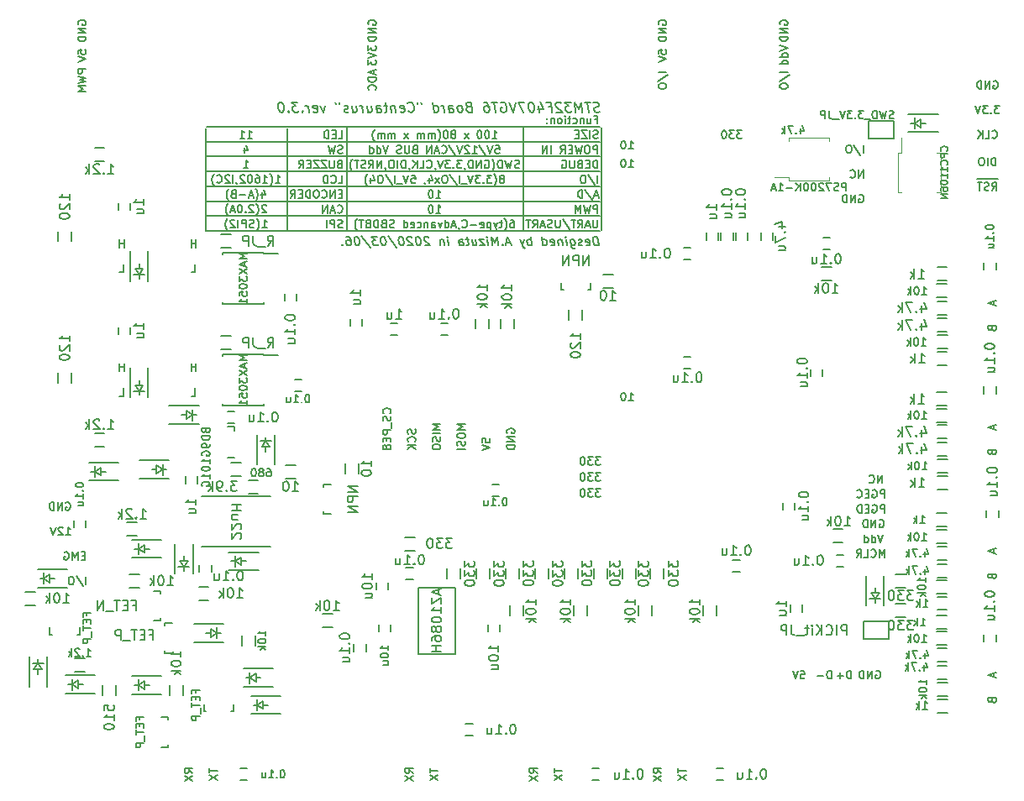
<source format=gbr>
G04 #@! TF.GenerationSoftware,KiCad,Pcbnew,(5.1.5)-3*
G04 #@! TF.CreationDate,2020-06-17T20:48:13+09:00*
G04 #@! TF.ProjectId,stm32f4_Centaurus,73746d33-3266-4345-9f43-656e74617572,rev?*
G04 #@! TF.SameCoordinates,Original*
G04 #@! TF.FileFunction,Legend,Bot*
G04 #@! TF.FilePolarity,Positive*
%FSLAX46Y46*%
G04 Gerber Fmt 4.6, Leading zero omitted, Abs format (unit mm)*
G04 Created by KiCad (PCBNEW (5.1.5)-3) date 2020-06-17 20:48:13*
%MOMM*%
%LPD*%
G04 APERTURE LIST*
%ADD10C,0.200000*%
%ADD11C,0.150000*%
%ADD12C,0.120000*%
G04 APERTURE END LIST*
D10*
X71002380Y-98611904D02*
X71383333Y-98611904D01*
X71383333Y-97811904D01*
X71478571Y-96111904D02*
X71478571Y-95311904D01*
X71478571Y-95692857D02*
X71021428Y-95692857D01*
X71021428Y-96111904D02*
X71021428Y-95311904D01*
X71002380Y-86111904D02*
X71383333Y-86111904D01*
X71383333Y-85311904D01*
X71478571Y-83611904D02*
X71478571Y-82811904D01*
X71478571Y-83192857D02*
X71021428Y-83192857D01*
X71021428Y-83611904D02*
X71021428Y-82811904D01*
D11*
X138292976Y-78350000D02*
X138369166Y-78311904D01*
X138483452Y-78311904D01*
X138597738Y-78350000D01*
X138673928Y-78426190D01*
X138712023Y-78502380D01*
X138750119Y-78654761D01*
X138750119Y-78769047D01*
X138712023Y-78921428D01*
X138673928Y-78997619D01*
X138597738Y-79073809D01*
X138483452Y-79111904D01*
X138407261Y-79111904D01*
X138292976Y-79073809D01*
X138254880Y-79035714D01*
X138254880Y-78769047D01*
X138407261Y-78769047D01*
X137912023Y-79111904D02*
X137912023Y-78311904D01*
X137454880Y-79111904D01*
X137454880Y-78311904D01*
X137073928Y-79111904D02*
X137073928Y-78311904D01*
X136883452Y-78311904D01*
X136769166Y-78350000D01*
X136692976Y-78426190D01*
X136654880Y-78502380D01*
X136616785Y-78654761D01*
X136616785Y-78769047D01*
X136654880Y-78921428D01*
X136692976Y-78997619D01*
X136769166Y-79073809D01*
X136883452Y-79111904D01*
X137073928Y-79111904D01*
X138712023Y-76611904D02*
X138712023Y-75811904D01*
X138254880Y-76611904D01*
X138254880Y-75811904D01*
X137416785Y-76535714D02*
X137454880Y-76573809D01*
X137569166Y-76611904D01*
X137645357Y-76611904D01*
X137759642Y-76573809D01*
X137835833Y-76497619D01*
X137873928Y-76421428D01*
X137912023Y-76269047D01*
X137912023Y-76154761D01*
X137873928Y-76002380D01*
X137835833Y-75926190D01*
X137759642Y-75850000D01*
X137645357Y-75811904D01*
X137569166Y-75811904D01*
X137454880Y-75850000D01*
X137416785Y-75888095D01*
X138712023Y-74111904D02*
X138712023Y-73311904D01*
X137759642Y-73273809D02*
X138445357Y-74302380D01*
X137340595Y-73311904D02*
X137188214Y-73311904D01*
X137112023Y-73350000D01*
X137035833Y-73426190D01*
X136997738Y-73578571D01*
X136997738Y-73845238D01*
X137035833Y-73997619D01*
X137112023Y-74073809D01*
X137188214Y-74111904D01*
X137340595Y-74111904D01*
X137416785Y-74073809D01*
X137492976Y-73997619D01*
X137531071Y-73845238D01*
X137531071Y-73578571D01*
X137492976Y-73426190D01*
X137416785Y-73350000D01*
X137340595Y-73311904D01*
X91035714Y-100342976D02*
X91073809Y-100304880D01*
X91111904Y-100190595D01*
X91111904Y-100114404D01*
X91073809Y-100000119D01*
X90997619Y-99923928D01*
X90921428Y-99885833D01*
X90769047Y-99847738D01*
X90654761Y-99847738D01*
X90502380Y-99885833D01*
X90426190Y-99923928D01*
X90350000Y-100000119D01*
X90311904Y-100114404D01*
X90311904Y-100190595D01*
X90350000Y-100304880D01*
X90388095Y-100342976D01*
X91073809Y-100647738D02*
X91111904Y-100762023D01*
X91111904Y-100952500D01*
X91073809Y-101028690D01*
X91035714Y-101066785D01*
X90959523Y-101104880D01*
X90883333Y-101104880D01*
X90807142Y-101066785D01*
X90769047Y-101028690D01*
X90730952Y-100952500D01*
X90692857Y-100800119D01*
X90654761Y-100723928D01*
X90616666Y-100685833D01*
X90540476Y-100647738D01*
X90464285Y-100647738D01*
X90388095Y-100685833D01*
X90350000Y-100723928D01*
X90311904Y-100800119D01*
X90311904Y-100990595D01*
X90350000Y-101104880D01*
X91188095Y-101257261D02*
X91188095Y-101866785D01*
X91111904Y-102057261D02*
X90311904Y-102057261D01*
X90311904Y-102362023D01*
X90350000Y-102438214D01*
X90388095Y-102476309D01*
X90464285Y-102514404D01*
X90578571Y-102514404D01*
X90654761Y-102476309D01*
X90692857Y-102438214D01*
X90730952Y-102362023D01*
X90730952Y-102057261D01*
X90692857Y-102857261D02*
X90692857Y-103123928D01*
X91111904Y-103238214D02*
X91111904Y-102857261D01*
X90311904Y-102857261D01*
X90311904Y-103238214D01*
X90654761Y-103695357D02*
X90616666Y-103619166D01*
X90578571Y-103581071D01*
X90502380Y-103542976D01*
X90464285Y-103542976D01*
X90388095Y-103581071D01*
X90350000Y-103619166D01*
X90311904Y-103695357D01*
X90311904Y-103847738D01*
X90350000Y-103923928D01*
X90388095Y-103962023D01*
X90464285Y-104000119D01*
X90502380Y-104000119D01*
X90578571Y-103962023D01*
X90616666Y-103923928D01*
X90654761Y-103847738D01*
X90654761Y-103695357D01*
X90692857Y-103619166D01*
X90730952Y-103581071D01*
X90807142Y-103542976D01*
X90959523Y-103542976D01*
X91035714Y-103581071D01*
X91073809Y-103619166D01*
X91111904Y-103695357D01*
X91111904Y-103847738D01*
X91073809Y-103923928D01*
X91035714Y-103962023D01*
X90959523Y-104000119D01*
X90807142Y-104000119D01*
X90730952Y-103962023D01*
X90692857Y-103923928D01*
X90654761Y-103847738D01*
X93573809Y-101942976D02*
X93611904Y-102057261D01*
X93611904Y-102247738D01*
X93573809Y-102323928D01*
X93535714Y-102362023D01*
X93459523Y-102400119D01*
X93383333Y-102400119D01*
X93307142Y-102362023D01*
X93269047Y-102323928D01*
X93230952Y-102247738D01*
X93192857Y-102095357D01*
X93154761Y-102019166D01*
X93116666Y-101981071D01*
X93040476Y-101942976D01*
X92964285Y-101942976D01*
X92888095Y-101981071D01*
X92850000Y-102019166D01*
X92811904Y-102095357D01*
X92811904Y-102285833D01*
X92850000Y-102400119D01*
X93535714Y-103200119D02*
X93573809Y-103162023D01*
X93611904Y-103047738D01*
X93611904Y-102971547D01*
X93573809Y-102857261D01*
X93497619Y-102781071D01*
X93421428Y-102742976D01*
X93269047Y-102704880D01*
X93154761Y-102704880D01*
X93002380Y-102742976D01*
X92926190Y-102781071D01*
X92850000Y-102857261D01*
X92811904Y-102971547D01*
X92811904Y-103047738D01*
X92850000Y-103162023D01*
X92888095Y-103200119D01*
X93611904Y-103542976D02*
X92811904Y-103542976D01*
X93611904Y-104000119D02*
X93154761Y-103657261D01*
X92811904Y-104000119D02*
X93269047Y-103542976D01*
X96111904Y-101447738D02*
X95311904Y-101447738D01*
X95883333Y-101714404D01*
X95311904Y-101981071D01*
X96111904Y-101981071D01*
X96111904Y-102362023D02*
X95311904Y-102362023D01*
X96073809Y-102704880D02*
X96111904Y-102819166D01*
X96111904Y-103009642D01*
X96073809Y-103085833D01*
X96035714Y-103123928D01*
X95959523Y-103162023D01*
X95883333Y-103162023D01*
X95807142Y-103123928D01*
X95769047Y-103085833D01*
X95730952Y-103009642D01*
X95692857Y-102857261D01*
X95654761Y-102781071D01*
X95616666Y-102742976D01*
X95540476Y-102704880D01*
X95464285Y-102704880D01*
X95388095Y-102742976D01*
X95350000Y-102781071D01*
X95311904Y-102857261D01*
X95311904Y-103047738D01*
X95350000Y-103162023D01*
X95311904Y-103657261D02*
X95311904Y-103809642D01*
X95350000Y-103885833D01*
X95426190Y-103962023D01*
X95578571Y-104000119D01*
X95845238Y-104000119D01*
X95997619Y-103962023D01*
X96073809Y-103885833D01*
X96111904Y-103809642D01*
X96111904Y-103657261D01*
X96073809Y-103581071D01*
X95997619Y-103504880D01*
X95845238Y-103466785D01*
X95578571Y-103466785D01*
X95426190Y-103504880D01*
X95350000Y-103581071D01*
X95311904Y-103657261D01*
X98611904Y-101447738D02*
X97811904Y-101447738D01*
X98383333Y-101714404D01*
X97811904Y-101981071D01*
X98611904Y-101981071D01*
X97811904Y-102514404D02*
X97811904Y-102666785D01*
X97850000Y-102742976D01*
X97926190Y-102819166D01*
X98078571Y-102857261D01*
X98345238Y-102857261D01*
X98497619Y-102819166D01*
X98573809Y-102742976D01*
X98611904Y-102666785D01*
X98611904Y-102514404D01*
X98573809Y-102438214D01*
X98497619Y-102362023D01*
X98345238Y-102323928D01*
X98078571Y-102323928D01*
X97926190Y-102362023D01*
X97850000Y-102438214D01*
X97811904Y-102514404D01*
X98573809Y-103162023D02*
X98611904Y-103276309D01*
X98611904Y-103466785D01*
X98573809Y-103542976D01*
X98535714Y-103581071D01*
X98459523Y-103619166D01*
X98383333Y-103619166D01*
X98307142Y-103581071D01*
X98269047Y-103542976D01*
X98230952Y-103466785D01*
X98192857Y-103314404D01*
X98154761Y-103238214D01*
X98116666Y-103200119D01*
X98040476Y-103162023D01*
X97964285Y-103162023D01*
X97888095Y-103200119D01*
X97850000Y-103238214D01*
X97811904Y-103314404D01*
X97811904Y-103504880D01*
X97850000Y-103619166D01*
X98611904Y-103962023D02*
X97811904Y-103962023D01*
X100311904Y-103276309D02*
X100311904Y-102895357D01*
X100692857Y-102857261D01*
X100654761Y-102895357D01*
X100616666Y-102971547D01*
X100616666Y-103162023D01*
X100654761Y-103238214D01*
X100692857Y-103276309D01*
X100769047Y-103314404D01*
X100959523Y-103314404D01*
X101035714Y-103276309D01*
X101073809Y-103238214D01*
X101111904Y-103162023D01*
X101111904Y-102971547D01*
X101073809Y-102895357D01*
X101035714Y-102857261D01*
X100311904Y-103542976D02*
X101111904Y-103809642D01*
X100311904Y-104076309D01*
X102850000Y-102323928D02*
X102811904Y-102247738D01*
X102811904Y-102133452D01*
X102850000Y-102019166D01*
X102926190Y-101942976D01*
X103002380Y-101904880D01*
X103154761Y-101866785D01*
X103269047Y-101866785D01*
X103421428Y-101904880D01*
X103497619Y-101942976D01*
X103573809Y-102019166D01*
X103611904Y-102133452D01*
X103611904Y-102209642D01*
X103573809Y-102323928D01*
X103535714Y-102362023D01*
X103269047Y-102362023D01*
X103269047Y-102209642D01*
X103611904Y-102704880D02*
X102811904Y-102704880D01*
X103611904Y-103162023D01*
X102811904Y-103162023D01*
X103611904Y-103542976D02*
X102811904Y-103542976D01*
X102811904Y-103733452D01*
X102850000Y-103847738D01*
X102926190Y-103923928D01*
X103002380Y-103962023D01*
X103154761Y-104000119D01*
X103269047Y-104000119D01*
X103421428Y-103962023D01*
X103497619Y-103923928D01*
X103573809Y-103847738D01*
X103611904Y-103733452D01*
X103611904Y-103542976D01*
D10*
X132402380Y-126311904D02*
X132783333Y-126311904D01*
X132821428Y-126692857D01*
X132783333Y-126654761D01*
X132707142Y-126616666D01*
X132516666Y-126616666D01*
X132440476Y-126654761D01*
X132402380Y-126692857D01*
X132364285Y-126769047D01*
X132364285Y-126959523D01*
X132402380Y-127035714D01*
X132440476Y-127073809D01*
X132516666Y-127111904D01*
X132707142Y-127111904D01*
X132783333Y-127073809D01*
X132821428Y-127035714D01*
X132135714Y-126311904D02*
X131869047Y-127111904D01*
X131602380Y-126311904D01*
X135504761Y-127111904D02*
X135504761Y-126311904D01*
X135314285Y-126311904D01*
X135200000Y-126350000D01*
X135123809Y-126426190D01*
X135085714Y-126502380D01*
X135047619Y-126654761D01*
X135047619Y-126769047D01*
X135085714Y-126921428D01*
X135123809Y-126997619D01*
X135200000Y-127073809D01*
X135314285Y-127111904D01*
X135504761Y-127111904D01*
X134704761Y-126807142D02*
X134095238Y-126807142D01*
X137504761Y-127111904D02*
X137504761Y-126311904D01*
X137314285Y-126311904D01*
X137200000Y-126350000D01*
X137123809Y-126426190D01*
X137085714Y-126502380D01*
X137047619Y-126654761D01*
X137047619Y-126769047D01*
X137085714Y-126921428D01*
X137123809Y-126997619D01*
X137200000Y-127073809D01*
X137314285Y-127111904D01*
X137504761Y-127111904D01*
X136704761Y-126807142D02*
X136095238Y-126807142D01*
X136400000Y-127111904D02*
X136400000Y-126502380D01*
X140009523Y-126350000D02*
X140085714Y-126311904D01*
X140200000Y-126311904D01*
X140314285Y-126350000D01*
X140390476Y-126426190D01*
X140428571Y-126502380D01*
X140466666Y-126654761D01*
X140466666Y-126769047D01*
X140428571Y-126921428D01*
X140390476Y-126997619D01*
X140314285Y-127073809D01*
X140200000Y-127111904D01*
X140123809Y-127111904D01*
X140009523Y-127073809D01*
X139971428Y-127035714D01*
X139971428Y-126769047D01*
X140123809Y-126769047D01*
X139628571Y-127111904D02*
X139628571Y-126311904D01*
X139171428Y-127111904D01*
X139171428Y-126311904D01*
X138790476Y-127111904D02*
X138790476Y-126311904D01*
X138600000Y-126311904D01*
X138485714Y-126350000D01*
X138409523Y-126426190D01*
X138371428Y-126502380D01*
X138333333Y-126654761D01*
X138333333Y-126769047D01*
X138371428Y-126921428D01*
X138409523Y-126997619D01*
X138485714Y-127073809D01*
X138600000Y-127111904D01*
X138790476Y-127111904D01*
X64228571Y-83611904D02*
X64228571Y-82811904D01*
X64228571Y-83192857D02*
X63771428Y-83192857D01*
X63771428Y-83611904D02*
X63771428Y-82811904D01*
X63752380Y-86111904D02*
X64133333Y-86111904D01*
X64133333Y-85311904D01*
X63752380Y-98611904D02*
X64133333Y-98611904D01*
X64133333Y-97811904D01*
X64228571Y-96111904D02*
X64228571Y-95311904D01*
X64228571Y-95692857D02*
X63771428Y-95692857D01*
X63771428Y-96111904D02*
X63771428Y-95311904D01*
X71111904Y-136616666D02*
X70730952Y-136350000D01*
X71111904Y-136159523D02*
X70311904Y-136159523D01*
X70311904Y-136464285D01*
X70350000Y-136540476D01*
X70388095Y-136578571D01*
X70464285Y-136616666D01*
X70578571Y-136616666D01*
X70654761Y-136578571D01*
X70692857Y-136540476D01*
X70730952Y-136464285D01*
X70730952Y-136159523D01*
X70311904Y-136883333D02*
X71111904Y-137416666D01*
X70311904Y-137416666D02*
X71111904Y-136883333D01*
X72811904Y-136140476D02*
X72811904Y-136597619D01*
X73611904Y-136369047D02*
X72811904Y-136369047D01*
X72811904Y-136788095D02*
X73611904Y-137321428D01*
X72811904Y-137321428D02*
X73611904Y-136788095D01*
X93361904Y-136616666D02*
X92980952Y-136350000D01*
X93361904Y-136159523D02*
X92561904Y-136159523D01*
X92561904Y-136464285D01*
X92600000Y-136540476D01*
X92638095Y-136578571D01*
X92714285Y-136616666D01*
X92828571Y-136616666D01*
X92904761Y-136578571D01*
X92942857Y-136540476D01*
X92980952Y-136464285D01*
X92980952Y-136159523D01*
X92561904Y-136883333D02*
X93361904Y-137416666D01*
X92561904Y-137416666D02*
X93361904Y-136883333D01*
X95061904Y-136140476D02*
X95061904Y-136597619D01*
X95861904Y-136369047D02*
X95061904Y-136369047D01*
X95061904Y-136788095D02*
X95861904Y-137321428D01*
X95061904Y-137321428D02*
X95861904Y-136788095D01*
X105861904Y-136616666D02*
X105480952Y-136350000D01*
X105861904Y-136159523D02*
X105061904Y-136159523D01*
X105061904Y-136464285D01*
X105100000Y-136540476D01*
X105138095Y-136578571D01*
X105214285Y-136616666D01*
X105328571Y-136616666D01*
X105404761Y-136578571D01*
X105442857Y-136540476D01*
X105480952Y-136464285D01*
X105480952Y-136159523D01*
X105061904Y-136883333D02*
X105861904Y-137416666D01*
X105061904Y-137416666D02*
X105861904Y-136883333D01*
X107561904Y-136140476D02*
X107561904Y-136597619D01*
X108361904Y-136369047D02*
X107561904Y-136369047D01*
X107561904Y-136788095D02*
X108361904Y-137321428D01*
X107561904Y-137321428D02*
X108361904Y-136788095D01*
X118361904Y-136616666D02*
X117980952Y-136350000D01*
X118361904Y-136159523D02*
X117561904Y-136159523D01*
X117561904Y-136464285D01*
X117600000Y-136540476D01*
X117638095Y-136578571D01*
X117714285Y-136616666D01*
X117828571Y-136616666D01*
X117904761Y-136578571D01*
X117942857Y-136540476D01*
X117980952Y-136464285D01*
X117980952Y-136159523D01*
X117561904Y-136883333D02*
X118361904Y-137416666D01*
X117561904Y-137416666D02*
X118361904Y-136883333D01*
X120061904Y-136140476D02*
X120061904Y-136597619D01*
X120861904Y-136369047D02*
X120061904Y-136369047D01*
X120061904Y-136788095D02*
X120861904Y-137321428D01*
X120061904Y-137321428D02*
X120861904Y-136788095D01*
X118061904Y-64097619D02*
X118061904Y-63716666D01*
X118442857Y-63678571D01*
X118404761Y-63716666D01*
X118366666Y-63792857D01*
X118366666Y-63983333D01*
X118404761Y-64059523D01*
X118442857Y-64097619D01*
X118519047Y-64135714D01*
X118709523Y-64135714D01*
X118785714Y-64097619D01*
X118823809Y-64059523D01*
X118861904Y-63983333D01*
X118861904Y-63792857D01*
X118823809Y-63716666D01*
X118785714Y-63678571D01*
X118061904Y-64364285D02*
X118861904Y-64630952D01*
X118061904Y-64897619D01*
X118861904Y-65911904D02*
X118061904Y-65911904D01*
X118023809Y-66864285D02*
X119052380Y-66178571D01*
X118061904Y-67283333D02*
X118061904Y-67435714D01*
X118100000Y-67511904D01*
X118176190Y-67588095D01*
X118328571Y-67626190D01*
X118595238Y-67626190D01*
X118747619Y-67588095D01*
X118823809Y-67511904D01*
X118861904Y-67435714D01*
X118861904Y-67283333D01*
X118823809Y-67207142D01*
X118747619Y-67130952D01*
X118595238Y-67092857D01*
X118328571Y-67092857D01*
X118176190Y-67130952D01*
X118100000Y-67207142D01*
X118061904Y-67283333D01*
X131111904Y-65911904D02*
X130311904Y-65911904D01*
X130273809Y-66864285D02*
X131302380Y-66178571D01*
X130311904Y-67283333D02*
X130311904Y-67435714D01*
X130350000Y-67511904D01*
X130426190Y-67588095D01*
X130578571Y-67626190D01*
X130845238Y-67626190D01*
X130997619Y-67588095D01*
X131073809Y-67511904D01*
X131111904Y-67435714D01*
X131111904Y-67283333D01*
X131073809Y-67207142D01*
X130997619Y-67130952D01*
X130845238Y-67092857D01*
X130578571Y-67092857D01*
X130426190Y-67130952D01*
X130350000Y-67207142D01*
X130311904Y-67283333D01*
X130311904Y-63259523D02*
X131111904Y-63526190D01*
X130311904Y-63792857D01*
X131111904Y-64402380D02*
X130311904Y-64402380D01*
X131073809Y-64402380D02*
X131111904Y-64326190D01*
X131111904Y-64173809D01*
X131073809Y-64097619D01*
X131035714Y-64059523D01*
X130959523Y-64021428D01*
X130730952Y-64021428D01*
X130654761Y-64059523D01*
X130616666Y-64097619D01*
X130578571Y-64173809D01*
X130578571Y-64326190D01*
X130616666Y-64402380D01*
X131111904Y-65126190D02*
X130311904Y-65126190D01*
X131073809Y-65126190D02*
X131111904Y-65050000D01*
X131111904Y-64897619D01*
X131073809Y-64821428D01*
X131035714Y-64783333D01*
X130959523Y-64745238D01*
X130730952Y-64745238D01*
X130654761Y-64783333D01*
X130616666Y-64821428D01*
X130578571Y-64897619D01*
X130578571Y-65050000D01*
X130616666Y-65126190D01*
X130350000Y-61140476D02*
X130311904Y-61064285D01*
X130311904Y-60950000D01*
X130350000Y-60835714D01*
X130426190Y-60759523D01*
X130502380Y-60721428D01*
X130654761Y-60683333D01*
X130769047Y-60683333D01*
X130921428Y-60721428D01*
X130997619Y-60759523D01*
X131073809Y-60835714D01*
X131111904Y-60950000D01*
X131111904Y-61026190D01*
X131073809Y-61140476D01*
X131035714Y-61178571D01*
X130769047Y-61178571D01*
X130769047Y-61026190D01*
X131111904Y-61521428D02*
X130311904Y-61521428D01*
X131111904Y-61978571D01*
X130311904Y-61978571D01*
X131111904Y-62359523D02*
X130311904Y-62359523D01*
X130311904Y-62550000D01*
X130350000Y-62664285D01*
X130426190Y-62740476D01*
X130502380Y-62778571D01*
X130654761Y-62816666D01*
X130769047Y-62816666D01*
X130921428Y-62778571D01*
X130997619Y-62740476D01*
X131073809Y-62664285D01*
X131111904Y-62550000D01*
X131111904Y-62359523D01*
X118100000Y-61140476D02*
X118061904Y-61064285D01*
X118061904Y-60950000D01*
X118100000Y-60835714D01*
X118176190Y-60759523D01*
X118252380Y-60721428D01*
X118404761Y-60683333D01*
X118519047Y-60683333D01*
X118671428Y-60721428D01*
X118747619Y-60759523D01*
X118823809Y-60835714D01*
X118861904Y-60950000D01*
X118861904Y-61026190D01*
X118823809Y-61140476D01*
X118785714Y-61178571D01*
X118519047Y-61178571D01*
X118519047Y-61026190D01*
X118861904Y-61521428D02*
X118061904Y-61521428D01*
X118861904Y-61978571D01*
X118061904Y-61978571D01*
X118861904Y-62359523D02*
X118061904Y-62359523D01*
X118061904Y-62550000D01*
X118100000Y-62664285D01*
X118176190Y-62740476D01*
X118252380Y-62778571D01*
X118404761Y-62816666D01*
X118519047Y-62816666D01*
X118671428Y-62778571D01*
X118747619Y-62740476D01*
X118823809Y-62664285D01*
X118861904Y-62550000D01*
X118861904Y-62359523D01*
X88850000Y-61140476D02*
X88811904Y-61064285D01*
X88811904Y-60950000D01*
X88850000Y-60835714D01*
X88926190Y-60759523D01*
X89002380Y-60721428D01*
X89154761Y-60683333D01*
X89269047Y-60683333D01*
X89421428Y-60721428D01*
X89497619Y-60759523D01*
X89573809Y-60835714D01*
X89611904Y-60950000D01*
X89611904Y-61026190D01*
X89573809Y-61140476D01*
X89535714Y-61178571D01*
X89269047Y-61178571D01*
X89269047Y-61026190D01*
X89611904Y-61521428D02*
X88811904Y-61521428D01*
X89611904Y-61978571D01*
X88811904Y-61978571D01*
X89611904Y-62359523D02*
X88811904Y-62359523D01*
X88811904Y-62550000D01*
X88850000Y-62664285D01*
X88926190Y-62740476D01*
X89002380Y-62778571D01*
X89154761Y-62816666D01*
X89269047Y-62816666D01*
X89421428Y-62778571D01*
X89497619Y-62740476D01*
X89573809Y-62664285D01*
X89611904Y-62550000D01*
X89611904Y-62359523D01*
X88811904Y-63259523D02*
X88811904Y-63754761D01*
X89116666Y-63488095D01*
X89116666Y-63602380D01*
X89154761Y-63678571D01*
X89192857Y-63716666D01*
X89269047Y-63754761D01*
X89459523Y-63754761D01*
X89535714Y-63716666D01*
X89573809Y-63678571D01*
X89611904Y-63602380D01*
X89611904Y-63373809D01*
X89573809Y-63297619D01*
X89535714Y-63259523D01*
X88811904Y-63983333D02*
X89611904Y-64250000D01*
X88811904Y-64516666D01*
X88811904Y-64707142D02*
X88811904Y-65202380D01*
X89116666Y-64935714D01*
X89116666Y-65050000D01*
X89154761Y-65126190D01*
X89192857Y-65164285D01*
X89269047Y-65202380D01*
X89459523Y-65202380D01*
X89535714Y-65164285D01*
X89573809Y-65126190D01*
X89611904Y-65050000D01*
X89611904Y-64821428D01*
X89573809Y-64745238D01*
X89535714Y-64707142D01*
X89383333Y-65759523D02*
X89383333Y-66140476D01*
X89611904Y-65683333D02*
X88811904Y-65950000D01*
X89611904Y-66216666D01*
X89611904Y-66483333D02*
X88811904Y-66483333D01*
X88811904Y-66673809D01*
X88850000Y-66788095D01*
X88926190Y-66864285D01*
X89002380Y-66902380D01*
X89154761Y-66940476D01*
X89269047Y-66940476D01*
X89421428Y-66902380D01*
X89497619Y-66864285D01*
X89573809Y-66788095D01*
X89611904Y-66673809D01*
X89611904Y-66483333D01*
X89535714Y-67740476D02*
X89573809Y-67702380D01*
X89611904Y-67588095D01*
X89611904Y-67511904D01*
X89573809Y-67397619D01*
X89497619Y-67321428D01*
X89421428Y-67283333D01*
X89269047Y-67245238D01*
X89154761Y-67245238D01*
X89002380Y-67283333D01*
X88926190Y-67321428D01*
X88850000Y-67397619D01*
X88811904Y-67511904D01*
X88811904Y-67588095D01*
X88850000Y-67702380D01*
X88888095Y-67740476D01*
X60361904Y-65626190D02*
X59561904Y-65626190D01*
X59561904Y-65930952D01*
X59600000Y-66007142D01*
X59638095Y-66045238D01*
X59714285Y-66083333D01*
X59828571Y-66083333D01*
X59904761Y-66045238D01*
X59942857Y-66007142D01*
X59980952Y-65930952D01*
X59980952Y-65626190D01*
X59561904Y-66350000D02*
X60361904Y-66540476D01*
X59790476Y-66692857D01*
X60361904Y-66845238D01*
X59561904Y-67035714D01*
X60361904Y-67340476D02*
X59561904Y-67340476D01*
X60133333Y-67607142D01*
X59561904Y-67873809D01*
X60361904Y-67873809D01*
X59600000Y-61140476D02*
X59561904Y-61064285D01*
X59561904Y-60950000D01*
X59600000Y-60835714D01*
X59676190Y-60759523D01*
X59752380Y-60721428D01*
X59904761Y-60683333D01*
X60019047Y-60683333D01*
X60171428Y-60721428D01*
X60247619Y-60759523D01*
X60323809Y-60835714D01*
X60361904Y-60950000D01*
X60361904Y-61026190D01*
X60323809Y-61140476D01*
X60285714Y-61178571D01*
X60019047Y-61178571D01*
X60019047Y-61026190D01*
X60361904Y-61521428D02*
X59561904Y-61521428D01*
X60361904Y-61978571D01*
X59561904Y-61978571D01*
X60361904Y-62359523D02*
X59561904Y-62359523D01*
X59561904Y-62550000D01*
X59600000Y-62664285D01*
X59676190Y-62740476D01*
X59752380Y-62778571D01*
X59904761Y-62816666D01*
X60019047Y-62816666D01*
X60171428Y-62778571D01*
X60247619Y-62740476D01*
X60323809Y-62664285D01*
X60361904Y-62550000D01*
X60361904Y-62359523D01*
X59561904Y-64097619D02*
X59561904Y-63716666D01*
X59942857Y-63678571D01*
X59904761Y-63716666D01*
X59866666Y-63792857D01*
X59866666Y-63983333D01*
X59904761Y-64059523D01*
X59942857Y-64097619D01*
X60019047Y-64135714D01*
X60209523Y-64135714D01*
X60285714Y-64097619D01*
X60323809Y-64059523D01*
X60361904Y-63983333D01*
X60361904Y-63792857D01*
X60323809Y-63716666D01*
X60285714Y-63678571D01*
X59561904Y-64364285D02*
X60361904Y-64630952D01*
X59561904Y-64897619D01*
X112177619Y-69924761D02*
X112040714Y-69972380D01*
X111802619Y-69972380D01*
X111701428Y-69924761D01*
X111647857Y-69877142D01*
X111588333Y-69781904D01*
X111576428Y-69686666D01*
X111612142Y-69591428D01*
X111653809Y-69543809D01*
X111743095Y-69496190D01*
X111927619Y-69448571D01*
X112016904Y-69400952D01*
X112058571Y-69353333D01*
X112094285Y-69258095D01*
X112082380Y-69162857D01*
X112022857Y-69067619D01*
X111969285Y-69020000D01*
X111868095Y-68972380D01*
X111630000Y-68972380D01*
X111493095Y-69020000D01*
X111201428Y-68972380D02*
X110630000Y-68972380D01*
X111040714Y-69972380D02*
X110915714Y-68972380D01*
X110421666Y-69972380D02*
X110296666Y-68972380D01*
X110052619Y-69686666D01*
X109630000Y-68972380D01*
X109755000Y-69972380D01*
X109249047Y-68972380D02*
X108630000Y-68972380D01*
X109010952Y-69353333D01*
X108868095Y-69353333D01*
X108778809Y-69400952D01*
X108737142Y-69448571D01*
X108701428Y-69543809D01*
X108731190Y-69781904D01*
X108790714Y-69877142D01*
X108844285Y-69924761D01*
X108945476Y-69972380D01*
X109231190Y-69972380D01*
X109320476Y-69924761D01*
X109362142Y-69877142D01*
X108260952Y-69067619D02*
X108207380Y-69020000D01*
X108106190Y-68972380D01*
X107868095Y-68972380D01*
X107778809Y-69020000D01*
X107737142Y-69067619D01*
X107701428Y-69162857D01*
X107713333Y-69258095D01*
X107778809Y-69400952D01*
X108421666Y-69972380D01*
X107802619Y-69972380D01*
X106975238Y-69448571D02*
X107308571Y-69448571D01*
X107374047Y-69972380D02*
X107249047Y-68972380D01*
X106772857Y-68972380D01*
X106005000Y-69305714D02*
X106088333Y-69972380D01*
X106195476Y-68924761D02*
X106522857Y-69639047D01*
X105903809Y-69639047D01*
X105249047Y-68972380D02*
X105153809Y-68972380D01*
X105064523Y-69020000D01*
X105022857Y-69067619D01*
X104987142Y-69162857D01*
X104963333Y-69353333D01*
X104993095Y-69591428D01*
X105064523Y-69781904D01*
X105124047Y-69877142D01*
X105177619Y-69924761D01*
X105278809Y-69972380D01*
X105374047Y-69972380D01*
X105463333Y-69924761D01*
X105505000Y-69877142D01*
X105540714Y-69781904D01*
X105564523Y-69591428D01*
X105534761Y-69353333D01*
X105463333Y-69162857D01*
X105403809Y-69067619D01*
X105350238Y-69020000D01*
X105249047Y-68972380D01*
X104582380Y-68972380D02*
X103915714Y-68972380D01*
X104469285Y-69972380D01*
X103677619Y-68972380D02*
X103469285Y-69972380D01*
X103010952Y-68972380D01*
X102159761Y-69020000D02*
X102249047Y-68972380D01*
X102391904Y-68972380D01*
X102540714Y-69020000D01*
X102647857Y-69115238D01*
X102707380Y-69210476D01*
X102778809Y-69400952D01*
X102796666Y-69543809D01*
X102772857Y-69734285D01*
X102737142Y-69829523D01*
X102653809Y-69924761D01*
X102516904Y-69972380D01*
X102421666Y-69972380D01*
X102272857Y-69924761D01*
X102219285Y-69877142D01*
X102177619Y-69543809D01*
X102368095Y-69543809D01*
X101820476Y-68972380D02*
X101249047Y-68972380D01*
X101659761Y-69972380D02*
X101534761Y-68972380D01*
X100487142Y-68972380D02*
X100677619Y-68972380D01*
X100778809Y-69020000D01*
X100832380Y-69067619D01*
X100945476Y-69210476D01*
X101016904Y-69400952D01*
X101064523Y-69781904D01*
X101028809Y-69877142D01*
X100987142Y-69924761D01*
X100897857Y-69972380D01*
X100707380Y-69972380D01*
X100606190Y-69924761D01*
X100552619Y-69877142D01*
X100493095Y-69781904D01*
X100463333Y-69543809D01*
X100499047Y-69448571D01*
X100540714Y-69400952D01*
X100630000Y-69353333D01*
X100820476Y-69353333D01*
X100921666Y-69400952D01*
X100975238Y-69448571D01*
X101034761Y-69543809D01*
X98927619Y-69448571D02*
X98790714Y-69496190D01*
X98749047Y-69543809D01*
X98713333Y-69639047D01*
X98731190Y-69781904D01*
X98790714Y-69877142D01*
X98844285Y-69924761D01*
X98945476Y-69972380D01*
X99326428Y-69972380D01*
X99201428Y-68972380D01*
X98868095Y-68972380D01*
X98778809Y-69020000D01*
X98737142Y-69067619D01*
X98701428Y-69162857D01*
X98713333Y-69258095D01*
X98772857Y-69353333D01*
X98826428Y-69400952D01*
X98927619Y-69448571D01*
X99260952Y-69448571D01*
X98183571Y-69972380D02*
X98272857Y-69924761D01*
X98314523Y-69877142D01*
X98350238Y-69781904D01*
X98314523Y-69496190D01*
X98255000Y-69400952D01*
X98201428Y-69353333D01*
X98100238Y-69305714D01*
X97957380Y-69305714D01*
X97868095Y-69353333D01*
X97826428Y-69400952D01*
X97790714Y-69496190D01*
X97826428Y-69781904D01*
X97885952Y-69877142D01*
X97939523Y-69924761D01*
X98040714Y-69972380D01*
X98183571Y-69972380D01*
X96993095Y-69972380D02*
X96927619Y-69448571D01*
X96963333Y-69353333D01*
X97052619Y-69305714D01*
X97243095Y-69305714D01*
X97344285Y-69353333D01*
X96987142Y-69924761D02*
X97088333Y-69972380D01*
X97326428Y-69972380D01*
X97415714Y-69924761D01*
X97451428Y-69829523D01*
X97439523Y-69734285D01*
X97380000Y-69639047D01*
X97278809Y-69591428D01*
X97040714Y-69591428D01*
X96939523Y-69543809D01*
X96516904Y-69972380D02*
X96433571Y-69305714D01*
X96457380Y-69496190D02*
X96397857Y-69400952D01*
X96344285Y-69353333D01*
X96243095Y-69305714D01*
X96147857Y-69305714D01*
X95469285Y-69972380D02*
X95344285Y-68972380D01*
X95463333Y-69924761D02*
X95564523Y-69972380D01*
X95755000Y-69972380D01*
X95844285Y-69924761D01*
X95885952Y-69877142D01*
X95921666Y-69781904D01*
X95885952Y-69496190D01*
X95826428Y-69400952D01*
X95772857Y-69353333D01*
X95671666Y-69305714D01*
X95481190Y-69305714D01*
X95391904Y-69353333D01*
X94153809Y-68972380D02*
X94177619Y-69162857D01*
X93772857Y-68972380D02*
X93796666Y-69162857D01*
X92885952Y-69877142D02*
X92939523Y-69924761D01*
X93088333Y-69972380D01*
X93183571Y-69972380D01*
X93320476Y-69924761D01*
X93403809Y-69829523D01*
X93439523Y-69734285D01*
X93463333Y-69543809D01*
X93445476Y-69400952D01*
X93374047Y-69210476D01*
X93314523Y-69115238D01*
X93207380Y-69020000D01*
X93058571Y-68972380D01*
X92963333Y-68972380D01*
X92826428Y-69020000D01*
X92784761Y-69067619D01*
X92082380Y-69924761D02*
X92183571Y-69972380D01*
X92374047Y-69972380D01*
X92463333Y-69924761D01*
X92499047Y-69829523D01*
X92451428Y-69448571D01*
X92391904Y-69353333D01*
X92290714Y-69305714D01*
X92100238Y-69305714D01*
X92010952Y-69353333D01*
X91975238Y-69448571D01*
X91987142Y-69543809D01*
X92475238Y-69639047D01*
X91528809Y-69305714D02*
X91612142Y-69972380D01*
X91540714Y-69400952D02*
X91487142Y-69353333D01*
X91385952Y-69305714D01*
X91243095Y-69305714D01*
X91153809Y-69353333D01*
X91118095Y-69448571D01*
X91183571Y-69972380D01*
X90766904Y-69305714D02*
X90385952Y-69305714D01*
X90582380Y-68972380D02*
X90689523Y-69829523D01*
X90653809Y-69924761D01*
X90564523Y-69972380D01*
X90469285Y-69972380D01*
X89707380Y-69972380D02*
X89641904Y-69448571D01*
X89677619Y-69353333D01*
X89766904Y-69305714D01*
X89957380Y-69305714D01*
X90058571Y-69353333D01*
X89701428Y-69924761D02*
X89802619Y-69972380D01*
X90040714Y-69972380D01*
X90130000Y-69924761D01*
X90165714Y-69829523D01*
X90153809Y-69734285D01*
X90094285Y-69639047D01*
X89993095Y-69591428D01*
X89755000Y-69591428D01*
X89653809Y-69543809D01*
X88719285Y-69305714D02*
X88802619Y-69972380D01*
X89147857Y-69305714D02*
X89213333Y-69829523D01*
X89177619Y-69924761D01*
X89088333Y-69972380D01*
X88945476Y-69972380D01*
X88844285Y-69924761D01*
X88790714Y-69877142D01*
X88326428Y-69972380D02*
X88243095Y-69305714D01*
X88266904Y-69496190D02*
X88207380Y-69400952D01*
X88153809Y-69353333D01*
X88052619Y-69305714D01*
X87957380Y-69305714D01*
X87195476Y-69305714D02*
X87278809Y-69972380D01*
X87624047Y-69305714D02*
X87689523Y-69829523D01*
X87653809Y-69924761D01*
X87564523Y-69972380D01*
X87421666Y-69972380D01*
X87320476Y-69924761D01*
X87266904Y-69877142D01*
X86844285Y-69924761D02*
X86755000Y-69972380D01*
X86564523Y-69972380D01*
X86463333Y-69924761D01*
X86403809Y-69829523D01*
X86397857Y-69781904D01*
X86433571Y-69686666D01*
X86522857Y-69639047D01*
X86665714Y-69639047D01*
X86755000Y-69591428D01*
X86790714Y-69496190D01*
X86784761Y-69448571D01*
X86725238Y-69353333D01*
X86624047Y-69305714D01*
X86481190Y-69305714D01*
X86391904Y-69353333D01*
X85915714Y-68972380D02*
X85939523Y-69162857D01*
X85534761Y-68972380D02*
X85558571Y-69162857D01*
X84481190Y-69305714D02*
X84326428Y-69972380D01*
X84005000Y-69305714D01*
X83320476Y-69924761D02*
X83421666Y-69972380D01*
X83612142Y-69972380D01*
X83701428Y-69924761D01*
X83737142Y-69829523D01*
X83689523Y-69448571D01*
X83630000Y-69353333D01*
X83528809Y-69305714D01*
X83338333Y-69305714D01*
X83249047Y-69353333D01*
X83213333Y-69448571D01*
X83225238Y-69543809D01*
X83713333Y-69639047D01*
X82850238Y-69972380D02*
X82766904Y-69305714D01*
X82790714Y-69496190D02*
X82731190Y-69400952D01*
X82677619Y-69353333D01*
X82576428Y-69305714D01*
X82481190Y-69305714D01*
X82219285Y-69877142D02*
X82177619Y-69924761D01*
X82231190Y-69972380D01*
X82272857Y-69924761D01*
X82219285Y-69877142D01*
X82231190Y-69972380D01*
X81725238Y-68972380D02*
X81106190Y-68972380D01*
X81487142Y-69353333D01*
X81344285Y-69353333D01*
X81255000Y-69400952D01*
X81213333Y-69448571D01*
X81177619Y-69543809D01*
X81207380Y-69781904D01*
X81266904Y-69877142D01*
X81320476Y-69924761D01*
X81421666Y-69972380D01*
X81707380Y-69972380D01*
X81796666Y-69924761D01*
X81838333Y-69877142D01*
X80790714Y-69877142D02*
X80749047Y-69924761D01*
X80802619Y-69972380D01*
X80844285Y-69924761D01*
X80790714Y-69877142D01*
X80802619Y-69972380D01*
X80010952Y-68972380D02*
X79915714Y-68972380D01*
X79826428Y-69020000D01*
X79784761Y-69067619D01*
X79749047Y-69162857D01*
X79725238Y-69353333D01*
X79755000Y-69591428D01*
X79826428Y-69781904D01*
X79885952Y-69877142D01*
X79939523Y-69924761D01*
X80040714Y-69972380D01*
X80135952Y-69972380D01*
X80225238Y-69924761D01*
X80266904Y-69877142D01*
X80302619Y-69781904D01*
X80326428Y-69591428D01*
X80296666Y-69353333D01*
X80225238Y-69162857D01*
X80165714Y-69067619D01*
X80112142Y-69020000D01*
X80010952Y-68972380D01*
X140890476Y-114861904D02*
X140890476Y-114061904D01*
X140623809Y-114633333D01*
X140357142Y-114061904D01*
X140357142Y-114861904D01*
X139519047Y-114785714D02*
X139557142Y-114823809D01*
X139671428Y-114861904D01*
X139747619Y-114861904D01*
X139861904Y-114823809D01*
X139938095Y-114747619D01*
X139976190Y-114671428D01*
X140014285Y-114519047D01*
X140014285Y-114404761D01*
X139976190Y-114252380D01*
X139938095Y-114176190D01*
X139861904Y-114100000D01*
X139747619Y-114061904D01*
X139671428Y-114061904D01*
X139557142Y-114100000D01*
X139519047Y-114138095D01*
X138795238Y-114861904D02*
X139176190Y-114861904D01*
X139176190Y-114061904D01*
X138071428Y-114861904D02*
X138338095Y-114480952D01*
X138528571Y-114861904D02*
X138528571Y-114061904D01*
X138223809Y-114061904D01*
X138147619Y-114100000D01*
X138109523Y-114138095D01*
X138071428Y-114214285D01*
X138071428Y-114328571D01*
X138109523Y-114404761D01*
X138147619Y-114442857D01*
X138223809Y-114480952D01*
X138528571Y-114480952D01*
X140740476Y-112561904D02*
X140473809Y-113361904D01*
X140207142Y-112561904D01*
X139597619Y-113361904D02*
X139597619Y-112561904D01*
X139597619Y-113323809D02*
X139673809Y-113361904D01*
X139826190Y-113361904D01*
X139902380Y-113323809D01*
X139940476Y-113285714D01*
X139978571Y-113209523D01*
X139978571Y-112980952D01*
X139940476Y-112904761D01*
X139902380Y-112866666D01*
X139826190Y-112828571D01*
X139673809Y-112828571D01*
X139597619Y-112866666D01*
X138873809Y-113361904D02*
X138873809Y-112561904D01*
X138873809Y-113323809D02*
X138950000Y-113361904D01*
X139102380Y-113361904D01*
X139178571Y-113323809D01*
X139216666Y-113285714D01*
X139254761Y-113209523D01*
X139254761Y-112980952D01*
X139216666Y-112904761D01*
X139178571Y-112866666D01*
X139102380Y-112828571D01*
X138950000Y-112828571D01*
X138873809Y-112866666D01*
X140359523Y-111100000D02*
X140435714Y-111061904D01*
X140550000Y-111061904D01*
X140664285Y-111100000D01*
X140740476Y-111176190D01*
X140778571Y-111252380D01*
X140816666Y-111404761D01*
X140816666Y-111519047D01*
X140778571Y-111671428D01*
X140740476Y-111747619D01*
X140664285Y-111823809D01*
X140550000Y-111861904D01*
X140473809Y-111861904D01*
X140359523Y-111823809D01*
X140321428Y-111785714D01*
X140321428Y-111519047D01*
X140473809Y-111519047D01*
X139978571Y-111861904D02*
X139978571Y-111061904D01*
X139521428Y-111861904D01*
X139521428Y-111061904D01*
X139140476Y-111861904D02*
X139140476Y-111061904D01*
X138950000Y-111061904D01*
X138835714Y-111100000D01*
X138759523Y-111176190D01*
X138721428Y-111252380D01*
X138683333Y-111404761D01*
X138683333Y-111519047D01*
X138721428Y-111671428D01*
X138759523Y-111747619D01*
X138835714Y-111823809D01*
X138950000Y-111861904D01*
X139140476Y-111861904D01*
X140871428Y-110361904D02*
X140871428Y-109561904D01*
X140566666Y-109561904D01*
X140490476Y-109600000D01*
X140452380Y-109638095D01*
X140414285Y-109714285D01*
X140414285Y-109828571D01*
X140452380Y-109904761D01*
X140490476Y-109942857D01*
X140566666Y-109980952D01*
X140871428Y-109980952D01*
X139652380Y-109600000D02*
X139728571Y-109561904D01*
X139842857Y-109561904D01*
X139957142Y-109600000D01*
X140033333Y-109676190D01*
X140071428Y-109752380D01*
X140109523Y-109904761D01*
X140109523Y-110019047D01*
X140071428Y-110171428D01*
X140033333Y-110247619D01*
X139957142Y-110323809D01*
X139842857Y-110361904D01*
X139766666Y-110361904D01*
X139652380Y-110323809D01*
X139614285Y-110285714D01*
X139614285Y-110019047D01*
X139766666Y-110019047D01*
X139271428Y-109942857D02*
X139004761Y-109942857D01*
X138890476Y-110361904D02*
X139271428Y-110361904D01*
X139271428Y-109561904D01*
X138890476Y-109561904D01*
X138547619Y-110361904D02*
X138547619Y-109561904D01*
X138357142Y-109561904D01*
X138242857Y-109600000D01*
X138166666Y-109676190D01*
X138128571Y-109752380D01*
X138090476Y-109904761D01*
X138090476Y-110019047D01*
X138128571Y-110171428D01*
X138166666Y-110247619D01*
X138242857Y-110323809D01*
X138357142Y-110361904D01*
X138547619Y-110361904D01*
X140871428Y-108861904D02*
X140871428Y-108061904D01*
X140566666Y-108061904D01*
X140490476Y-108100000D01*
X140452380Y-108138095D01*
X140414285Y-108214285D01*
X140414285Y-108328571D01*
X140452380Y-108404761D01*
X140490476Y-108442857D01*
X140566666Y-108480952D01*
X140871428Y-108480952D01*
X139652380Y-108100000D02*
X139728571Y-108061904D01*
X139842857Y-108061904D01*
X139957142Y-108100000D01*
X140033333Y-108176190D01*
X140071428Y-108252380D01*
X140109523Y-108404761D01*
X140109523Y-108519047D01*
X140071428Y-108671428D01*
X140033333Y-108747619D01*
X139957142Y-108823809D01*
X139842857Y-108861904D01*
X139766666Y-108861904D01*
X139652380Y-108823809D01*
X139614285Y-108785714D01*
X139614285Y-108519047D01*
X139766666Y-108519047D01*
X139271428Y-108442857D02*
X139004761Y-108442857D01*
X138890476Y-108861904D02*
X139271428Y-108861904D01*
X139271428Y-108061904D01*
X138890476Y-108061904D01*
X138090476Y-108785714D02*
X138128571Y-108823809D01*
X138242857Y-108861904D01*
X138319047Y-108861904D01*
X138433333Y-108823809D01*
X138509523Y-108747619D01*
X138547619Y-108671428D01*
X138585714Y-108519047D01*
X138585714Y-108404761D01*
X138547619Y-108252380D01*
X138509523Y-108176190D01*
X138433333Y-108100000D01*
X138319047Y-108061904D01*
X138242857Y-108061904D01*
X138128571Y-108100000D01*
X138090476Y-108138095D01*
X140628571Y-107361904D02*
X140628571Y-106561904D01*
X140171428Y-107361904D01*
X140171428Y-106561904D01*
X139333333Y-107285714D02*
X139371428Y-107323809D01*
X139485714Y-107361904D01*
X139561904Y-107361904D01*
X139676190Y-107323809D01*
X139752380Y-107247619D01*
X139790476Y-107171428D01*
X139828571Y-107019047D01*
X139828571Y-106904761D01*
X139790476Y-106752380D01*
X139752380Y-106676190D01*
X139676190Y-106600000D01*
X139561904Y-106561904D01*
X139485714Y-106561904D01*
X139371428Y-106600000D01*
X139333333Y-106638095D01*
X151692857Y-129307142D02*
X151730952Y-129421428D01*
X151769047Y-129459523D01*
X151845238Y-129497619D01*
X151959523Y-129497619D01*
X152035714Y-129459523D01*
X152073809Y-129421428D01*
X152111904Y-129345238D01*
X152111904Y-129040476D01*
X151311904Y-129040476D01*
X151311904Y-129307142D01*
X151350000Y-129383333D01*
X151388095Y-129421428D01*
X151464285Y-129459523D01*
X151540476Y-129459523D01*
X151616666Y-129421428D01*
X151654761Y-129383333D01*
X151692857Y-129307142D01*
X151692857Y-129040476D01*
X151883333Y-126559523D02*
X151883333Y-126940476D01*
X152111904Y-126483333D02*
X151311904Y-126750000D01*
X152111904Y-127016666D01*
X151692857Y-116807142D02*
X151730952Y-116921428D01*
X151769047Y-116959523D01*
X151845238Y-116997619D01*
X151959523Y-116997619D01*
X152035714Y-116959523D01*
X152073809Y-116921428D01*
X152111904Y-116845238D01*
X152111904Y-116540476D01*
X151311904Y-116540476D01*
X151311904Y-116807142D01*
X151350000Y-116883333D01*
X151388095Y-116921428D01*
X151464285Y-116959523D01*
X151540476Y-116959523D01*
X151616666Y-116921428D01*
X151654761Y-116883333D01*
X151692857Y-116807142D01*
X151692857Y-116540476D01*
X151883333Y-114059523D02*
X151883333Y-114440476D01*
X152111904Y-113983333D02*
X151311904Y-114250000D01*
X152111904Y-114516666D01*
X151692857Y-104307142D02*
X151730952Y-104421428D01*
X151769047Y-104459523D01*
X151845238Y-104497619D01*
X151959523Y-104497619D01*
X152035714Y-104459523D01*
X152073809Y-104421428D01*
X152111904Y-104345238D01*
X152111904Y-104040476D01*
X151311904Y-104040476D01*
X151311904Y-104307142D01*
X151350000Y-104383333D01*
X151388095Y-104421428D01*
X151464285Y-104459523D01*
X151540476Y-104459523D01*
X151616666Y-104421428D01*
X151654761Y-104383333D01*
X151692857Y-104307142D01*
X151692857Y-104040476D01*
X151883333Y-101559523D02*
X151883333Y-101940476D01*
X152111904Y-101483333D02*
X151311904Y-101750000D01*
X152111904Y-102016666D01*
X78157142Y-81611904D02*
X78614285Y-81611904D01*
X78385714Y-81611904D02*
X78385714Y-80811904D01*
X78461904Y-80926190D01*
X78538095Y-81002380D01*
X78614285Y-81040476D01*
X77585714Y-81916666D02*
X77623809Y-81878571D01*
X77700000Y-81764285D01*
X77738095Y-81688095D01*
X77776190Y-81573809D01*
X77814285Y-81383333D01*
X77814285Y-81230952D01*
X77776190Y-81040476D01*
X77738095Y-80926190D01*
X77700000Y-80850000D01*
X77623809Y-80735714D01*
X77585714Y-80697619D01*
X77319047Y-81573809D02*
X77204761Y-81611904D01*
X77014285Y-81611904D01*
X76938095Y-81573809D01*
X76900000Y-81535714D01*
X76861904Y-81459523D01*
X76861904Y-81383333D01*
X76900000Y-81307142D01*
X76938095Y-81269047D01*
X77014285Y-81230952D01*
X77166666Y-81192857D01*
X77242857Y-81154761D01*
X77280952Y-81116666D01*
X77319047Y-81040476D01*
X77319047Y-80964285D01*
X77280952Y-80888095D01*
X77242857Y-80850000D01*
X77166666Y-80811904D01*
X76976190Y-80811904D01*
X76861904Y-80850000D01*
X76519047Y-81611904D02*
X76519047Y-80811904D01*
X76214285Y-80811904D01*
X76138095Y-80850000D01*
X76100000Y-80888095D01*
X76061904Y-80964285D01*
X76061904Y-81078571D01*
X76100000Y-81154761D01*
X76138095Y-81192857D01*
X76214285Y-81230952D01*
X76519047Y-81230952D01*
X75719047Y-81611904D02*
X75719047Y-80811904D01*
X75376190Y-80888095D02*
X75338095Y-80850000D01*
X75261904Y-80811904D01*
X75071428Y-80811904D01*
X74995238Y-80850000D01*
X74957142Y-80888095D01*
X74919047Y-80964285D01*
X74919047Y-81040476D01*
X74957142Y-81154761D01*
X75414285Y-81611904D01*
X74919047Y-81611904D01*
X74652380Y-81916666D02*
X74614285Y-81878571D01*
X74538095Y-81764285D01*
X74500000Y-81688095D01*
X74461904Y-81573809D01*
X74423809Y-81383333D01*
X74423809Y-81230952D01*
X74461904Y-81040476D01*
X74500000Y-80926190D01*
X74538095Y-80850000D01*
X74614285Y-80735714D01*
X74652380Y-80697619D01*
X78557142Y-79388095D02*
X78519047Y-79350000D01*
X78442857Y-79311904D01*
X78252380Y-79311904D01*
X78176190Y-79350000D01*
X78138095Y-79388095D01*
X78100000Y-79464285D01*
X78100000Y-79540476D01*
X78138095Y-79654761D01*
X78595238Y-80111904D01*
X78100000Y-80111904D01*
X77528571Y-80416666D02*
X77566666Y-80378571D01*
X77642857Y-80264285D01*
X77680952Y-80188095D01*
X77719047Y-80073809D01*
X77757142Y-79883333D01*
X77757142Y-79730952D01*
X77719047Y-79540476D01*
X77680952Y-79426190D01*
X77642857Y-79350000D01*
X77566666Y-79235714D01*
X77528571Y-79197619D01*
X77261904Y-79388095D02*
X77223809Y-79350000D01*
X77147619Y-79311904D01*
X76957142Y-79311904D01*
X76880952Y-79350000D01*
X76842857Y-79388095D01*
X76804761Y-79464285D01*
X76804761Y-79540476D01*
X76842857Y-79654761D01*
X77300000Y-80111904D01*
X76804761Y-80111904D01*
X76461904Y-80035714D02*
X76423809Y-80073809D01*
X76461904Y-80111904D01*
X76500000Y-80073809D01*
X76461904Y-80035714D01*
X76461904Y-80111904D01*
X75928571Y-79311904D02*
X75852380Y-79311904D01*
X75776190Y-79350000D01*
X75738095Y-79388095D01*
X75700000Y-79464285D01*
X75661904Y-79616666D01*
X75661904Y-79807142D01*
X75700000Y-79959523D01*
X75738095Y-80035714D01*
X75776190Y-80073809D01*
X75852380Y-80111904D01*
X75928571Y-80111904D01*
X76004761Y-80073809D01*
X76042857Y-80035714D01*
X76080952Y-79959523D01*
X76119047Y-79807142D01*
X76119047Y-79616666D01*
X76080952Y-79464285D01*
X76042857Y-79388095D01*
X76004761Y-79350000D01*
X75928571Y-79311904D01*
X75357142Y-79883333D02*
X74976190Y-79883333D01*
X75433333Y-80111904D02*
X75166666Y-79311904D01*
X74900000Y-80111904D01*
X74709523Y-80416666D02*
X74671428Y-80378571D01*
X74595238Y-80264285D01*
X74557142Y-80188095D01*
X74519047Y-80073809D01*
X74480952Y-79883333D01*
X74480952Y-79730952D01*
X74519047Y-79540476D01*
X74557142Y-79426190D01*
X74595238Y-79350000D01*
X74671428Y-79235714D01*
X74709523Y-79197619D01*
X80688095Y-71630000D02*
X80688095Y-72239523D01*
X80688095Y-72239523D02*
X80688095Y-72849047D01*
X80688095Y-72849047D02*
X80688095Y-73458571D01*
X80688095Y-73458571D02*
X80688095Y-74068095D01*
X80688095Y-74068095D02*
X80688095Y-74677619D01*
X80688095Y-74677619D02*
X80688095Y-75287142D01*
X80688095Y-75287142D02*
X80688095Y-75896666D01*
X80688095Y-75896666D02*
X80688095Y-76506190D01*
X80688095Y-76506190D02*
X80688095Y-77115714D01*
X80688095Y-77115714D02*
X80688095Y-77725238D01*
X80688095Y-77725238D02*
X80688095Y-78334761D01*
X80688095Y-78334761D02*
X80688095Y-78944285D01*
X80688095Y-78944285D02*
X80688095Y-79553809D01*
X80688095Y-79553809D02*
X80688095Y-80163333D01*
X80688095Y-80163333D02*
X80688095Y-80772857D01*
X80688095Y-80772857D02*
X80688095Y-81382380D01*
X80688095Y-81382380D02*
X80688095Y-81991904D01*
X112298095Y-71500000D02*
X112298095Y-72109523D01*
X112298095Y-72109523D02*
X112298095Y-72719047D01*
X112298095Y-72719047D02*
X112298095Y-73328571D01*
X112298095Y-73328571D02*
X112298095Y-73938095D01*
X112298095Y-73938095D02*
X112298095Y-74547619D01*
X112298095Y-74547619D02*
X112298095Y-75157142D01*
X112298095Y-75157142D02*
X112298095Y-75766666D01*
X112298095Y-75766666D02*
X112298095Y-76376190D01*
X112298095Y-76376190D02*
X112298095Y-76985714D01*
X112298095Y-76985714D02*
X112298095Y-77595238D01*
X112298095Y-77595238D02*
X112298095Y-78204761D01*
X112298095Y-78204761D02*
X112298095Y-78814285D01*
X112298095Y-78814285D02*
X112298095Y-79423809D01*
X112298095Y-79423809D02*
X112298095Y-80033333D01*
X112298095Y-80033333D02*
X112298095Y-80642857D01*
X112298095Y-80642857D02*
X112298095Y-81252380D01*
X112298095Y-81252380D02*
X112298095Y-81861904D01*
X112130000Y-81958095D02*
X111520476Y-81958095D01*
X111520476Y-81958095D02*
X110910952Y-81958095D01*
X110910952Y-81958095D02*
X110301428Y-81958095D01*
X110301428Y-81958095D02*
X109691904Y-81958095D01*
X109691904Y-81958095D02*
X109082380Y-81958095D01*
X109082380Y-81958095D02*
X108472857Y-81958095D01*
X108472857Y-81958095D02*
X107863333Y-81958095D01*
X107863333Y-81958095D02*
X107253809Y-81958095D01*
X107253809Y-81958095D02*
X106644285Y-81958095D01*
X106644285Y-81958095D02*
X106034761Y-81958095D01*
X106034761Y-81958095D02*
X105425238Y-81958095D01*
X105425238Y-81958095D02*
X104815714Y-81958095D01*
X104815714Y-81958095D02*
X104206190Y-81958095D01*
X104206190Y-81958095D02*
X103596666Y-81958095D01*
X103596666Y-81958095D02*
X102987142Y-81958095D01*
X102987142Y-81958095D02*
X102377619Y-81958095D01*
X102377619Y-81958095D02*
X101768095Y-81958095D01*
X101768095Y-81958095D02*
X101158571Y-81958095D01*
X101158571Y-81958095D02*
X100549047Y-81958095D01*
X100549047Y-81958095D02*
X99939523Y-81958095D01*
X99939523Y-81958095D02*
X99330000Y-81958095D01*
X99330000Y-81958095D02*
X98720476Y-81958095D01*
X98720476Y-81958095D02*
X98110952Y-81958095D01*
X98110952Y-81958095D02*
X97501428Y-81958095D01*
X97501428Y-81958095D02*
X96891904Y-81958095D01*
X96891904Y-81958095D02*
X96282380Y-81958095D01*
X96282380Y-81958095D02*
X95672857Y-81958095D01*
X95672857Y-81958095D02*
X95063333Y-81958095D01*
X95063333Y-81958095D02*
X94453809Y-81958095D01*
X94453809Y-81958095D02*
X93844285Y-81958095D01*
X93844285Y-81958095D02*
X93234761Y-81958095D01*
X93234761Y-81958095D02*
X92625238Y-81958095D01*
X92625238Y-81958095D02*
X92015714Y-81958095D01*
X92015714Y-81958095D02*
X91406190Y-81958095D01*
X91406190Y-81958095D02*
X90796666Y-81958095D01*
X90796666Y-81958095D02*
X90187142Y-81958095D01*
X90187142Y-81958095D02*
X89577619Y-81958095D01*
X89577619Y-81958095D02*
X88968095Y-81958095D01*
X88968095Y-81958095D02*
X88358571Y-81958095D01*
X88358571Y-81958095D02*
X87749047Y-81958095D01*
X87749047Y-81958095D02*
X87139523Y-81958095D01*
X87139523Y-81958095D02*
X86530000Y-81958095D01*
X86530000Y-81958095D02*
X85920476Y-81958095D01*
X85920476Y-81958095D02*
X85310952Y-81958095D01*
X85310952Y-81958095D02*
X84701428Y-81958095D01*
X84701428Y-81958095D02*
X84091904Y-81958095D01*
X84091904Y-81958095D02*
X83482380Y-81958095D01*
X83482380Y-81958095D02*
X82872857Y-81958095D01*
X82872857Y-81958095D02*
X82263333Y-81958095D01*
X82263333Y-81958095D02*
X81653809Y-81958095D01*
X81653809Y-81958095D02*
X81044285Y-81958095D01*
X81044285Y-81958095D02*
X80434761Y-81958095D01*
X80434761Y-81958095D02*
X79825238Y-81958095D01*
X79825238Y-81958095D02*
X79215714Y-81958095D01*
X79215714Y-81958095D02*
X78606190Y-81958095D01*
X78606190Y-81958095D02*
X77996666Y-81958095D01*
X77996666Y-81958095D02*
X77387142Y-81958095D01*
X77387142Y-81958095D02*
X76777619Y-81958095D01*
X76777619Y-81958095D02*
X76168095Y-81958095D01*
X76168095Y-81958095D02*
X75558571Y-81958095D01*
X75558571Y-81958095D02*
X74949047Y-81958095D01*
X74949047Y-81958095D02*
X74339523Y-81958095D01*
X74339523Y-81958095D02*
X73730000Y-81958095D01*
X73730000Y-81958095D02*
X73120476Y-81958095D01*
X73120476Y-81958095D02*
X72510952Y-81958095D01*
X112130000Y-80458095D02*
X111520476Y-80458095D01*
X111520476Y-80458095D02*
X110910952Y-80458095D01*
X110910952Y-80458095D02*
X110301428Y-80458095D01*
X110301428Y-80458095D02*
X109691904Y-80458095D01*
X109691904Y-80458095D02*
X109082380Y-80458095D01*
X109082380Y-80458095D02*
X108472857Y-80458095D01*
X108472857Y-80458095D02*
X107863333Y-80458095D01*
X107863333Y-80458095D02*
X107253809Y-80458095D01*
X107253809Y-80458095D02*
X106644285Y-80458095D01*
X106644285Y-80458095D02*
X106034761Y-80458095D01*
X106034761Y-80458095D02*
X105425238Y-80458095D01*
X105425238Y-80458095D02*
X104815714Y-80458095D01*
X104815714Y-80458095D02*
X104206190Y-80458095D01*
X104206190Y-80458095D02*
X103596666Y-80458095D01*
X103596666Y-80458095D02*
X102987142Y-80458095D01*
X102987142Y-80458095D02*
X102377619Y-80458095D01*
X102377619Y-80458095D02*
X101768095Y-80458095D01*
X101768095Y-80458095D02*
X101158571Y-80458095D01*
X101158571Y-80458095D02*
X100549047Y-80458095D01*
X100549047Y-80458095D02*
X99939523Y-80458095D01*
X99939523Y-80458095D02*
X99330000Y-80458095D01*
X99330000Y-80458095D02*
X98720476Y-80458095D01*
X98720476Y-80458095D02*
X98110952Y-80458095D01*
X98110952Y-80458095D02*
X97501428Y-80458095D01*
X97501428Y-80458095D02*
X96891904Y-80458095D01*
X96891904Y-80458095D02*
X96282380Y-80458095D01*
X96282380Y-80458095D02*
X95672857Y-80458095D01*
X95672857Y-80458095D02*
X95063333Y-80458095D01*
X95063333Y-80458095D02*
X94453809Y-80458095D01*
X94453809Y-80458095D02*
X93844285Y-80458095D01*
X93844285Y-80458095D02*
X93234761Y-80458095D01*
X93234761Y-80458095D02*
X92625238Y-80458095D01*
X92625238Y-80458095D02*
X92015714Y-80458095D01*
X92015714Y-80458095D02*
X91406190Y-80458095D01*
X91406190Y-80458095D02*
X90796666Y-80458095D01*
X90796666Y-80458095D02*
X90187142Y-80458095D01*
X90187142Y-80458095D02*
X89577619Y-80458095D01*
X89577619Y-80458095D02*
X88968095Y-80458095D01*
X88968095Y-80458095D02*
X88358571Y-80458095D01*
X88358571Y-80458095D02*
X87749047Y-80458095D01*
X87749047Y-80458095D02*
X87139523Y-80458095D01*
X87139523Y-80458095D02*
X86530000Y-80458095D01*
X86530000Y-80458095D02*
X85920476Y-80458095D01*
X85920476Y-80458095D02*
X85310952Y-80458095D01*
X85310952Y-80458095D02*
X84701428Y-80458095D01*
X84701428Y-80458095D02*
X84091904Y-80458095D01*
X84091904Y-80458095D02*
X83482380Y-80458095D01*
X83482380Y-80458095D02*
X82872857Y-80458095D01*
X82872857Y-80458095D02*
X82263333Y-80458095D01*
X82263333Y-80458095D02*
X81653809Y-80458095D01*
X81653809Y-80458095D02*
X81044285Y-80458095D01*
X81044285Y-80458095D02*
X80434761Y-80458095D01*
X80434761Y-80458095D02*
X79825238Y-80458095D01*
X79825238Y-80458095D02*
X79215714Y-80458095D01*
X79215714Y-80458095D02*
X78606190Y-80458095D01*
X78606190Y-80458095D02*
X77996666Y-80458095D01*
X77996666Y-80458095D02*
X77387142Y-80458095D01*
X77387142Y-80458095D02*
X76777619Y-80458095D01*
X76777619Y-80458095D02*
X76168095Y-80458095D01*
X76168095Y-80458095D02*
X75558571Y-80458095D01*
X75558571Y-80458095D02*
X74949047Y-80458095D01*
X74949047Y-80458095D02*
X74339523Y-80458095D01*
X74339523Y-80458095D02*
X73730000Y-80458095D01*
X73730000Y-80458095D02*
X73120476Y-80458095D01*
X73120476Y-80458095D02*
X72510952Y-80458095D01*
X112130000Y-78958095D02*
X111520476Y-78958095D01*
X111520476Y-78958095D02*
X110910952Y-78958095D01*
X110910952Y-78958095D02*
X110301428Y-78958095D01*
X110301428Y-78958095D02*
X109691904Y-78958095D01*
X109691904Y-78958095D02*
X109082380Y-78958095D01*
X109082380Y-78958095D02*
X108472857Y-78958095D01*
X108472857Y-78958095D02*
X107863333Y-78958095D01*
X107863333Y-78958095D02*
X107253809Y-78958095D01*
X107253809Y-78958095D02*
X106644285Y-78958095D01*
X106644285Y-78958095D02*
X106034761Y-78958095D01*
X106034761Y-78958095D02*
X105425238Y-78958095D01*
X105425238Y-78958095D02*
X104815714Y-78958095D01*
X104815714Y-78958095D02*
X104206190Y-78958095D01*
X104206190Y-78958095D02*
X103596666Y-78958095D01*
X103596666Y-78958095D02*
X102987142Y-78958095D01*
X102987142Y-78958095D02*
X102377619Y-78958095D01*
X102377619Y-78958095D02*
X101768095Y-78958095D01*
X101768095Y-78958095D02*
X101158571Y-78958095D01*
X101158571Y-78958095D02*
X100549047Y-78958095D01*
X100549047Y-78958095D02*
X99939523Y-78958095D01*
X99939523Y-78958095D02*
X99330000Y-78958095D01*
X99330000Y-78958095D02*
X98720476Y-78958095D01*
X98720476Y-78958095D02*
X98110952Y-78958095D01*
X98110952Y-78958095D02*
X97501428Y-78958095D01*
X97501428Y-78958095D02*
X96891904Y-78958095D01*
X96891904Y-78958095D02*
X96282380Y-78958095D01*
X96282380Y-78958095D02*
X95672857Y-78958095D01*
X95672857Y-78958095D02*
X95063333Y-78958095D01*
X95063333Y-78958095D02*
X94453809Y-78958095D01*
X94453809Y-78958095D02*
X93844285Y-78958095D01*
X93844285Y-78958095D02*
X93234761Y-78958095D01*
X93234761Y-78958095D02*
X92625238Y-78958095D01*
X92625238Y-78958095D02*
X92015714Y-78958095D01*
X92015714Y-78958095D02*
X91406190Y-78958095D01*
X91406190Y-78958095D02*
X90796666Y-78958095D01*
X90796666Y-78958095D02*
X90187142Y-78958095D01*
X90187142Y-78958095D02*
X89577619Y-78958095D01*
X89577619Y-78958095D02*
X88968095Y-78958095D01*
X88968095Y-78958095D02*
X88358571Y-78958095D01*
X88358571Y-78958095D02*
X87749047Y-78958095D01*
X87749047Y-78958095D02*
X87139523Y-78958095D01*
X87139523Y-78958095D02*
X86530000Y-78958095D01*
X86530000Y-78958095D02*
X85920476Y-78958095D01*
X85920476Y-78958095D02*
X85310952Y-78958095D01*
X85310952Y-78958095D02*
X84701428Y-78958095D01*
X84701428Y-78958095D02*
X84091904Y-78958095D01*
X84091904Y-78958095D02*
X83482380Y-78958095D01*
X83482380Y-78958095D02*
X82872857Y-78958095D01*
X82872857Y-78958095D02*
X82263333Y-78958095D01*
X82263333Y-78958095D02*
X81653809Y-78958095D01*
X81653809Y-78958095D02*
X81044285Y-78958095D01*
X81044285Y-78958095D02*
X80434761Y-78958095D01*
X80434761Y-78958095D02*
X79825238Y-78958095D01*
X79825238Y-78958095D02*
X79215714Y-78958095D01*
X79215714Y-78958095D02*
X78606190Y-78958095D01*
X78606190Y-78958095D02*
X77996666Y-78958095D01*
X77996666Y-78958095D02*
X77387142Y-78958095D01*
X77387142Y-78958095D02*
X76777619Y-78958095D01*
X76777619Y-78958095D02*
X76168095Y-78958095D01*
X76168095Y-78958095D02*
X75558571Y-78958095D01*
X75558571Y-78958095D02*
X74949047Y-78958095D01*
X74949047Y-78958095D02*
X74339523Y-78958095D01*
X74339523Y-78958095D02*
X73730000Y-78958095D01*
X73730000Y-78958095D02*
X73120476Y-78958095D01*
X73120476Y-78958095D02*
X72510952Y-78958095D01*
X112130000Y-77458095D02*
X111520476Y-77458095D01*
X111520476Y-77458095D02*
X110910952Y-77458095D01*
X110910952Y-77458095D02*
X110301428Y-77458095D01*
X110301428Y-77458095D02*
X109691904Y-77458095D01*
X109691904Y-77458095D02*
X109082380Y-77458095D01*
X109082380Y-77458095D02*
X108472857Y-77458095D01*
X108472857Y-77458095D02*
X107863333Y-77458095D01*
X107863333Y-77458095D02*
X107253809Y-77458095D01*
X107253809Y-77458095D02*
X106644285Y-77458095D01*
X106644285Y-77458095D02*
X106034761Y-77458095D01*
X106034761Y-77458095D02*
X105425238Y-77458095D01*
X105425238Y-77458095D02*
X104815714Y-77458095D01*
X104815714Y-77458095D02*
X104206190Y-77458095D01*
X104206190Y-77458095D02*
X103596666Y-77458095D01*
X103596666Y-77458095D02*
X102987142Y-77458095D01*
X102987142Y-77458095D02*
X102377619Y-77458095D01*
X102377619Y-77458095D02*
X101768095Y-77458095D01*
X101768095Y-77458095D02*
X101158571Y-77458095D01*
X101158571Y-77458095D02*
X100549047Y-77458095D01*
X100549047Y-77458095D02*
X99939523Y-77458095D01*
X99939523Y-77458095D02*
X99330000Y-77458095D01*
X99330000Y-77458095D02*
X98720476Y-77458095D01*
X98720476Y-77458095D02*
X98110952Y-77458095D01*
X98110952Y-77458095D02*
X97501428Y-77458095D01*
X97501428Y-77458095D02*
X96891904Y-77458095D01*
X96891904Y-77458095D02*
X96282380Y-77458095D01*
X96282380Y-77458095D02*
X95672857Y-77458095D01*
X95672857Y-77458095D02*
X95063333Y-77458095D01*
X95063333Y-77458095D02*
X94453809Y-77458095D01*
X94453809Y-77458095D02*
X93844285Y-77458095D01*
X93844285Y-77458095D02*
X93234761Y-77458095D01*
X93234761Y-77458095D02*
X92625238Y-77458095D01*
X92625238Y-77458095D02*
X92015714Y-77458095D01*
X92015714Y-77458095D02*
X91406190Y-77458095D01*
X91406190Y-77458095D02*
X90796666Y-77458095D01*
X90796666Y-77458095D02*
X90187142Y-77458095D01*
X90187142Y-77458095D02*
X89577619Y-77458095D01*
X89577619Y-77458095D02*
X88968095Y-77458095D01*
X88968095Y-77458095D02*
X88358571Y-77458095D01*
X88358571Y-77458095D02*
X87749047Y-77458095D01*
X87749047Y-77458095D02*
X87139523Y-77458095D01*
X87139523Y-77458095D02*
X86530000Y-77458095D01*
X86530000Y-77458095D02*
X85920476Y-77458095D01*
X85920476Y-77458095D02*
X85310952Y-77458095D01*
X85310952Y-77458095D02*
X84701428Y-77458095D01*
X84701428Y-77458095D02*
X84091904Y-77458095D01*
X84091904Y-77458095D02*
X83482380Y-77458095D01*
X83482380Y-77458095D02*
X82872857Y-77458095D01*
X82872857Y-77458095D02*
X82263333Y-77458095D01*
X82263333Y-77458095D02*
X81653809Y-77458095D01*
X81653809Y-77458095D02*
X81044285Y-77458095D01*
X81044285Y-77458095D02*
X80434761Y-77458095D01*
X80434761Y-77458095D02*
X79825238Y-77458095D01*
X79825238Y-77458095D02*
X79215714Y-77458095D01*
X79215714Y-77458095D02*
X78606190Y-77458095D01*
X78606190Y-77458095D02*
X77996666Y-77458095D01*
X77996666Y-77458095D02*
X77387142Y-77458095D01*
X77387142Y-77458095D02*
X76777619Y-77458095D01*
X76777619Y-77458095D02*
X76168095Y-77458095D01*
X76168095Y-77458095D02*
X75558571Y-77458095D01*
X75558571Y-77458095D02*
X74949047Y-77458095D01*
X74949047Y-77458095D02*
X74339523Y-77458095D01*
X74339523Y-77458095D02*
X73730000Y-77458095D01*
X73730000Y-77458095D02*
X73120476Y-77458095D01*
X73120476Y-77458095D02*
X72510952Y-77458095D01*
X112130000Y-75958095D02*
X111520476Y-75958095D01*
X111520476Y-75958095D02*
X110910952Y-75958095D01*
X110910952Y-75958095D02*
X110301428Y-75958095D01*
X110301428Y-75958095D02*
X109691904Y-75958095D01*
X109691904Y-75958095D02*
X109082380Y-75958095D01*
X109082380Y-75958095D02*
X108472857Y-75958095D01*
X108472857Y-75958095D02*
X107863333Y-75958095D01*
X107863333Y-75958095D02*
X107253809Y-75958095D01*
X107253809Y-75958095D02*
X106644285Y-75958095D01*
X106644285Y-75958095D02*
X106034761Y-75958095D01*
X106034761Y-75958095D02*
X105425238Y-75958095D01*
X105425238Y-75958095D02*
X104815714Y-75958095D01*
X104815714Y-75958095D02*
X104206190Y-75958095D01*
X104206190Y-75958095D02*
X103596666Y-75958095D01*
X103596666Y-75958095D02*
X102987142Y-75958095D01*
X102987142Y-75958095D02*
X102377619Y-75958095D01*
X102377619Y-75958095D02*
X101768095Y-75958095D01*
X101768095Y-75958095D02*
X101158571Y-75958095D01*
X101158571Y-75958095D02*
X100549047Y-75958095D01*
X100549047Y-75958095D02*
X99939523Y-75958095D01*
X99939523Y-75958095D02*
X99330000Y-75958095D01*
X99330000Y-75958095D02*
X98720476Y-75958095D01*
X98720476Y-75958095D02*
X98110952Y-75958095D01*
X98110952Y-75958095D02*
X97501428Y-75958095D01*
X97501428Y-75958095D02*
X96891904Y-75958095D01*
X96891904Y-75958095D02*
X96282380Y-75958095D01*
X96282380Y-75958095D02*
X95672857Y-75958095D01*
X95672857Y-75958095D02*
X95063333Y-75958095D01*
X95063333Y-75958095D02*
X94453809Y-75958095D01*
X94453809Y-75958095D02*
X93844285Y-75958095D01*
X93844285Y-75958095D02*
X93234761Y-75958095D01*
X93234761Y-75958095D02*
X92625238Y-75958095D01*
X92625238Y-75958095D02*
X92015714Y-75958095D01*
X92015714Y-75958095D02*
X91406190Y-75958095D01*
X91406190Y-75958095D02*
X90796666Y-75958095D01*
X90796666Y-75958095D02*
X90187142Y-75958095D01*
X90187142Y-75958095D02*
X89577619Y-75958095D01*
X89577619Y-75958095D02*
X88968095Y-75958095D01*
X88968095Y-75958095D02*
X88358571Y-75958095D01*
X88358571Y-75958095D02*
X87749047Y-75958095D01*
X87749047Y-75958095D02*
X87139523Y-75958095D01*
X87139523Y-75958095D02*
X86530000Y-75958095D01*
X86530000Y-75958095D02*
X85920476Y-75958095D01*
X85920476Y-75958095D02*
X85310952Y-75958095D01*
X85310952Y-75958095D02*
X84701428Y-75958095D01*
X84701428Y-75958095D02*
X84091904Y-75958095D01*
X84091904Y-75958095D02*
X83482380Y-75958095D01*
X83482380Y-75958095D02*
X82872857Y-75958095D01*
X82872857Y-75958095D02*
X82263333Y-75958095D01*
X82263333Y-75958095D02*
X81653809Y-75958095D01*
X81653809Y-75958095D02*
X81044285Y-75958095D01*
X81044285Y-75958095D02*
X80434761Y-75958095D01*
X80434761Y-75958095D02*
X79825238Y-75958095D01*
X79825238Y-75958095D02*
X79215714Y-75958095D01*
X79215714Y-75958095D02*
X78606190Y-75958095D01*
X78606190Y-75958095D02*
X77996666Y-75958095D01*
X77996666Y-75958095D02*
X77387142Y-75958095D01*
X77387142Y-75958095D02*
X76777619Y-75958095D01*
X76777619Y-75958095D02*
X76168095Y-75958095D01*
X76168095Y-75958095D02*
X75558571Y-75958095D01*
X75558571Y-75958095D02*
X74949047Y-75958095D01*
X74949047Y-75958095D02*
X74339523Y-75958095D01*
X74339523Y-75958095D02*
X73730000Y-75958095D01*
X73730000Y-75958095D02*
X73120476Y-75958095D01*
X73120476Y-75958095D02*
X72510952Y-75958095D01*
X112130000Y-74458095D02*
X111520476Y-74458095D01*
X111520476Y-74458095D02*
X110910952Y-74458095D01*
X110910952Y-74458095D02*
X110301428Y-74458095D01*
X110301428Y-74458095D02*
X109691904Y-74458095D01*
X109691904Y-74458095D02*
X109082380Y-74458095D01*
X109082380Y-74458095D02*
X108472857Y-74458095D01*
X108472857Y-74458095D02*
X107863333Y-74458095D01*
X107863333Y-74458095D02*
X107253809Y-74458095D01*
X107253809Y-74458095D02*
X106644285Y-74458095D01*
X106644285Y-74458095D02*
X106034761Y-74458095D01*
X106034761Y-74458095D02*
X105425238Y-74458095D01*
X105425238Y-74458095D02*
X104815714Y-74458095D01*
X104815714Y-74458095D02*
X104206190Y-74458095D01*
X104206190Y-74458095D02*
X103596666Y-74458095D01*
X103596666Y-74458095D02*
X102987142Y-74458095D01*
X102987142Y-74458095D02*
X102377619Y-74458095D01*
X102377619Y-74458095D02*
X101768095Y-74458095D01*
X101768095Y-74458095D02*
X101158571Y-74458095D01*
X101158571Y-74458095D02*
X100549047Y-74458095D01*
X100549047Y-74458095D02*
X99939523Y-74458095D01*
X99939523Y-74458095D02*
X99330000Y-74458095D01*
X99330000Y-74458095D02*
X98720476Y-74458095D01*
X98720476Y-74458095D02*
X98110952Y-74458095D01*
X98110952Y-74458095D02*
X97501428Y-74458095D01*
X97501428Y-74458095D02*
X96891904Y-74458095D01*
X96891904Y-74458095D02*
X96282380Y-74458095D01*
X96282380Y-74458095D02*
X95672857Y-74458095D01*
X95672857Y-74458095D02*
X95063333Y-74458095D01*
X95063333Y-74458095D02*
X94453809Y-74458095D01*
X94453809Y-74458095D02*
X93844285Y-74458095D01*
X93844285Y-74458095D02*
X93234761Y-74458095D01*
X93234761Y-74458095D02*
X92625238Y-74458095D01*
X92625238Y-74458095D02*
X92015714Y-74458095D01*
X92015714Y-74458095D02*
X91406190Y-74458095D01*
X91406190Y-74458095D02*
X90796666Y-74458095D01*
X90796666Y-74458095D02*
X90187142Y-74458095D01*
X90187142Y-74458095D02*
X89577619Y-74458095D01*
X89577619Y-74458095D02*
X88968095Y-74458095D01*
X88968095Y-74458095D02*
X88358571Y-74458095D01*
X88358571Y-74458095D02*
X87749047Y-74458095D01*
X87749047Y-74458095D02*
X87139523Y-74458095D01*
X87139523Y-74458095D02*
X86530000Y-74458095D01*
X86530000Y-74458095D02*
X85920476Y-74458095D01*
X85920476Y-74458095D02*
X85310952Y-74458095D01*
X85310952Y-74458095D02*
X84701428Y-74458095D01*
X84701428Y-74458095D02*
X84091904Y-74458095D01*
X84091904Y-74458095D02*
X83482380Y-74458095D01*
X83482380Y-74458095D02*
X82872857Y-74458095D01*
X82872857Y-74458095D02*
X82263333Y-74458095D01*
X82263333Y-74458095D02*
X81653809Y-74458095D01*
X81653809Y-74458095D02*
X81044285Y-74458095D01*
X81044285Y-74458095D02*
X80434761Y-74458095D01*
X80434761Y-74458095D02*
X79825238Y-74458095D01*
X79825238Y-74458095D02*
X79215714Y-74458095D01*
X79215714Y-74458095D02*
X78606190Y-74458095D01*
X78606190Y-74458095D02*
X77996666Y-74458095D01*
X77996666Y-74458095D02*
X77387142Y-74458095D01*
X77387142Y-74458095D02*
X76777619Y-74458095D01*
X76777619Y-74458095D02*
X76168095Y-74458095D01*
X76168095Y-74458095D02*
X75558571Y-74458095D01*
X75558571Y-74458095D02*
X74949047Y-74458095D01*
X74949047Y-74458095D02*
X74339523Y-74458095D01*
X74339523Y-74458095D02*
X73730000Y-74458095D01*
X73730000Y-74458095D02*
X73120476Y-74458095D01*
X73120476Y-74458095D02*
X72510952Y-74458095D01*
X112130000Y-72958095D02*
X111520476Y-72958095D01*
X111520476Y-72958095D02*
X110910952Y-72958095D01*
X110910952Y-72958095D02*
X110301428Y-72958095D01*
X110301428Y-72958095D02*
X109691904Y-72958095D01*
X109691904Y-72958095D02*
X109082380Y-72958095D01*
X109082380Y-72958095D02*
X108472857Y-72958095D01*
X108472857Y-72958095D02*
X107863333Y-72958095D01*
X107863333Y-72958095D02*
X107253809Y-72958095D01*
X107253809Y-72958095D02*
X106644285Y-72958095D01*
X106644285Y-72958095D02*
X106034761Y-72958095D01*
X106034761Y-72958095D02*
X105425238Y-72958095D01*
X105425238Y-72958095D02*
X104815714Y-72958095D01*
X104815714Y-72958095D02*
X104206190Y-72958095D01*
X104206190Y-72958095D02*
X103596666Y-72958095D01*
X103596666Y-72958095D02*
X102987142Y-72958095D01*
X102987142Y-72958095D02*
X102377619Y-72958095D01*
X102377619Y-72958095D02*
X101768095Y-72958095D01*
X101768095Y-72958095D02*
X101158571Y-72958095D01*
X101158571Y-72958095D02*
X100549047Y-72958095D01*
X100549047Y-72958095D02*
X99939523Y-72958095D01*
X99939523Y-72958095D02*
X99330000Y-72958095D01*
X99330000Y-72958095D02*
X98720476Y-72958095D01*
X98720476Y-72958095D02*
X98110952Y-72958095D01*
X98110952Y-72958095D02*
X97501428Y-72958095D01*
X97501428Y-72958095D02*
X96891904Y-72958095D01*
X96891904Y-72958095D02*
X96282380Y-72958095D01*
X96282380Y-72958095D02*
X95672857Y-72958095D01*
X95672857Y-72958095D02*
X95063333Y-72958095D01*
X95063333Y-72958095D02*
X94453809Y-72958095D01*
X94453809Y-72958095D02*
X93844285Y-72958095D01*
X93844285Y-72958095D02*
X93234761Y-72958095D01*
X93234761Y-72958095D02*
X92625238Y-72958095D01*
X92625238Y-72958095D02*
X92015714Y-72958095D01*
X92015714Y-72958095D02*
X91406190Y-72958095D01*
X91406190Y-72958095D02*
X90796666Y-72958095D01*
X90796666Y-72958095D02*
X90187142Y-72958095D01*
X90187142Y-72958095D02*
X89577619Y-72958095D01*
X89577619Y-72958095D02*
X88968095Y-72958095D01*
X88968095Y-72958095D02*
X88358571Y-72958095D01*
X88358571Y-72958095D02*
X87749047Y-72958095D01*
X87749047Y-72958095D02*
X87139523Y-72958095D01*
X87139523Y-72958095D02*
X86530000Y-72958095D01*
X86530000Y-72958095D02*
X85920476Y-72958095D01*
X85920476Y-72958095D02*
X85310952Y-72958095D01*
X85310952Y-72958095D02*
X84701428Y-72958095D01*
X84701428Y-72958095D02*
X84091904Y-72958095D01*
X84091904Y-72958095D02*
X83482380Y-72958095D01*
X83482380Y-72958095D02*
X82872857Y-72958095D01*
X82872857Y-72958095D02*
X82263333Y-72958095D01*
X82263333Y-72958095D02*
X81653809Y-72958095D01*
X81653809Y-72958095D02*
X81044285Y-72958095D01*
X81044285Y-72958095D02*
X80434761Y-72958095D01*
X80434761Y-72958095D02*
X79825238Y-72958095D01*
X79825238Y-72958095D02*
X79215714Y-72958095D01*
X79215714Y-72958095D02*
X78606190Y-72958095D01*
X78606190Y-72958095D02*
X77996666Y-72958095D01*
X77996666Y-72958095D02*
X77387142Y-72958095D01*
X77387142Y-72958095D02*
X76777619Y-72958095D01*
X76777619Y-72958095D02*
X76168095Y-72958095D01*
X76168095Y-72958095D02*
X75558571Y-72958095D01*
X75558571Y-72958095D02*
X74949047Y-72958095D01*
X74949047Y-72958095D02*
X74339523Y-72958095D01*
X74339523Y-72958095D02*
X73730000Y-72958095D01*
X73730000Y-72958095D02*
X73120476Y-72958095D01*
X73120476Y-72958095D02*
X72510952Y-72958095D01*
X112130000Y-71458095D02*
X111520476Y-71458095D01*
X111520476Y-71458095D02*
X110910952Y-71458095D01*
X110910952Y-71458095D02*
X110301428Y-71458095D01*
X110301428Y-71458095D02*
X109691904Y-71458095D01*
X109691904Y-71458095D02*
X109082380Y-71458095D01*
X109082380Y-71458095D02*
X108472857Y-71458095D01*
X108472857Y-71458095D02*
X107863333Y-71458095D01*
X107863333Y-71458095D02*
X107253809Y-71458095D01*
X107253809Y-71458095D02*
X106644285Y-71458095D01*
X106644285Y-71458095D02*
X106034761Y-71458095D01*
X106034761Y-71458095D02*
X105425238Y-71458095D01*
X105425238Y-71458095D02*
X104815714Y-71458095D01*
X104815714Y-71458095D02*
X104206190Y-71458095D01*
X104206190Y-71458095D02*
X103596666Y-71458095D01*
X103596666Y-71458095D02*
X102987142Y-71458095D01*
X102987142Y-71458095D02*
X102377619Y-71458095D01*
X102377619Y-71458095D02*
X101768095Y-71458095D01*
X101768095Y-71458095D02*
X101158571Y-71458095D01*
X101158571Y-71458095D02*
X100549047Y-71458095D01*
X100549047Y-71458095D02*
X99939523Y-71458095D01*
X99939523Y-71458095D02*
X99330000Y-71458095D01*
X99330000Y-71458095D02*
X98720476Y-71458095D01*
X98720476Y-71458095D02*
X98110952Y-71458095D01*
X98110952Y-71458095D02*
X97501428Y-71458095D01*
X97501428Y-71458095D02*
X96891904Y-71458095D01*
X96891904Y-71458095D02*
X96282380Y-71458095D01*
X96282380Y-71458095D02*
X95672857Y-71458095D01*
X95672857Y-71458095D02*
X95063333Y-71458095D01*
X95063333Y-71458095D02*
X94453809Y-71458095D01*
X94453809Y-71458095D02*
X93844285Y-71458095D01*
X93844285Y-71458095D02*
X93234761Y-71458095D01*
X93234761Y-71458095D02*
X92625238Y-71458095D01*
X92625238Y-71458095D02*
X92015714Y-71458095D01*
X92015714Y-71458095D02*
X91406190Y-71458095D01*
X91406190Y-71458095D02*
X90796666Y-71458095D01*
X90796666Y-71458095D02*
X90187142Y-71458095D01*
X90187142Y-71458095D02*
X89577619Y-71458095D01*
X89577619Y-71458095D02*
X88968095Y-71458095D01*
X88968095Y-71458095D02*
X88358571Y-71458095D01*
X88358571Y-71458095D02*
X87749047Y-71458095D01*
X87749047Y-71458095D02*
X87139523Y-71458095D01*
X87139523Y-71458095D02*
X86530000Y-71458095D01*
X86530000Y-71458095D02*
X85920476Y-71458095D01*
X85920476Y-71458095D02*
X85310952Y-71458095D01*
X85310952Y-71458095D02*
X84701428Y-71458095D01*
X84701428Y-71458095D02*
X84091904Y-71458095D01*
X84091904Y-71458095D02*
X83482380Y-71458095D01*
X83482380Y-71458095D02*
X82872857Y-71458095D01*
X82872857Y-71458095D02*
X82263333Y-71458095D01*
X82263333Y-71458095D02*
X81653809Y-71458095D01*
X81653809Y-71458095D02*
X81044285Y-71458095D01*
X81044285Y-71458095D02*
X80434761Y-71458095D01*
X80434761Y-71458095D02*
X79825238Y-71458095D01*
X79825238Y-71458095D02*
X79215714Y-71458095D01*
X79215714Y-71458095D02*
X78606190Y-71458095D01*
X78606190Y-71458095D02*
X77996666Y-71458095D01*
X77996666Y-71458095D02*
X77387142Y-71458095D01*
X77387142Y-71458095D02*
X76777619Y-71458095D01*
X76777619Y-71458095D02*
X76168095Y-71458095D01*
X76168095Y-71458095D02*
X75558571Y-71458095D01*
X75558571Y-71458095D02*
X74949047Y-71458095D01*
X74949047Y-71458095D02*
X74339523Y-71458095D01*
X74339523Y-71458095D02*
X73730000Y-71458095D01*
X73730000Y-71458095D02*
X73120476Y-71458095D01*
X73120476Y-71458095D02*
X72510952Y-71458095D01*
X72438095Y-71630000D02*
X72438095Y-72239523D01*
X72438095Y-72239523D02*
X72438095Y-72849047D01*
X72438095Y-72849047D02*
X72438095Y-73458571D01*
X72438095Y-73458571D02*
X72438095Y-74068095D01*
X72438095Y-74068095D02*
X72438095Y-74677619D01*
X72438095Y-74677619D02*
X72438095Y-75287142D01*
X72438095Y-75287142D02*
X72438095Y-75896666D01*
X72438095Y-75896666D02*
X72438095Y-76506190D01*
X72438095Y-76506190D02*
X72438095Y-77115714D01*
X72438095Y-77115714D02*
X72438095Y-77725238D01*
X72438095Y-77725238D02*
X72438095Y-78334761D01*
X72438095Y-78334761D02*
X72438095Y-78944285D01*
X72438095Y-78944285D02*
X72438095Y-79553809D01*
X72438095Y-79553809D02*
X72438095Y-80163333D01*
X72438095Y-80163333D02*
X72438095Y-80772857D01*
X72438095Y-80772857D02*
X72438095Y-81382380D01*
X72438095Y-81382380D02*
X72438095Y-81991904D01*
X78119047Y-78078571D02*
X78119047Y-78611904D01*
X78309523Y-77773809D02*
X78500000Y-78345238D01*
X78004761Y-78345238D01*
X77471428Y-78916666D02*
X77509523Y-78878571D01*
X77585714Y-78764285D01*
X77623809Y-78688095D01*
X77661904Y-78573809D01*
X77700000Y-78383333D01*
X77700000Y-78230952D01*
X77661904Y-78040476D01*
X77623809Y-77926190D01*
X77585714Y-77850000D01*
X77509523Y-77735714D01*
X77471428Y-77697619D01*
X77204761Y-78383333D02*
X76823809Y-78383333D01*
X77280952Y-78611904D02*
X77014285Y-77811904D01*
X76747619Y-78611904D01*
X76480952Y-78307142D02*
X75871428Y-78307142D01*
X75223809Y-78192857D02*
X75109523Y-78230952D01*
X75071428Y-78269047D01*
X75033333Y-78345238D01*
X75033333Y-78459523D01*
X75071428Y-78535714D01*
X75109523Y-78573809D01*
X75185714Y-78611904D01*
X75490476Y-78611904D01*
X75490476Y-77811904D01*
X75223809Y-77811904D01*
X75147619Y-77850000D01*
X75109523Y-77888095D01*
X75071428Y-77964285D01*
X75071428Y-78040476D01*
X75109523Y-78116666D01*
X75147619Y-78154761D01*
X75223809Y-78192857D01*
X75490476Y-78192857D01*
X74766666Y-78916666D02*
X74728571Y-78878571D01*
X74652380Y-78764285D01*
X74614285Y-78688095D01*
X74576190Y-78573809D01*
X74538095Y-78383333D01*
X74538095Y-78230952D01*
X74576190Y-78040476D01*
X74614285Y-77926190D01*
X74652380Y-77850000D01*
X74728571Y-77735714D01*
X74766666Y-77697619D01*
X79490476Y-77111904D02*
X79947619Y-77111904D01*
X79719047Y-77111904D02*
X79719047Y-76311904D01*
X79795238Y-76426190D01*
X79871428Y-76502380D01*
X79947619Y-76540476D01*
X78919047Y-77416666D02*
X78957142Y-77378571D01*
X79033333Y-77264285D01*
X79071428Y-77188095D01*
X79109523Y-77073809D01*
X79147619Y-76883333D01*
X79147619Y-76730952D01*
X79109523Y-76540476D01*
X79071428Y-76426190D01*
X79033333Y-76350000D01*
X78957142Y-76235714D01*
X78919047Y-76197619D01*
X78195238Y-77111904D02*
X78652380Y-77111904D01*
X78423809Y-77111904D02*
X78423809Y-76311904D01*
X78500000Y-76426190D01*
X78576190Y-76502380D01*
X78652380Y-76540476D01*
X77509523Y-76311904D02*
X77661904Y-76311904D01*
X77738095Y-76350000D01*
X77776190Y-76388095D01*
X77852380Y-76502380D01*
X77890476Y-76654761D01*
X77890476Y-76959523D01*
X77852380Y-77035714D01*
X77814285Y-77073809D01*
X77738095Y-77111904D01*
X77585714Y-77111904D01*
X77509523Y-77073809D01*
X77471428Y-77035714D01*
X77433333Y-76959523D01*
X77433333Y-76769047D01*
X77471428Y-76692857D01*
X77509523Y-76654761D01*
X77585714Y-76616666D01*
X77738095Y-76616666D01*
X77814285Y-76654761D01*
X77852380Y-76692857D01*
X77890476Y-76769047D01*
X76938095Y-76311904D02*
X76861904Y-76311904D01*
X76785714Y-76350000D01*
X76747619Y-76388095D01*
X76709523Y-76464285D01*
X76671428Y-76616666D01*
X76671428Y-76807142D01*
X76709523Y-76959523D01*
X76747619Y-77035714D01*
X76785714Y-77073809D01*
X76861904Y-77111904D01*
X76938095Y-77111904D01*
X77014285Y-77073809D01*
X77052380Y-77035714D01*
X77090476Y-76959523D01*
X77128571Y-76807142D01*
X77128571Y-76616666D01*
X77090476Y-76464285D01*
X77052380Y-76388095D01*
X77014285Y-76350000D01*
X76938095Y-76311904D01*
X76366666Y-76388095D02*
X76328571Y-76350000D01*
X76252380Y-76311904D01*
X76061904Y-76311904D01*
X75985714Y-76350000D01*
X75947619Y-76388095D01*
X75909523Y-76464285D01*
X75909523Y-76540476D01*
X75947619Y-76654761D01*
X76404761Y-77111904D01*
X75909523Y-77111904D01*
X75528571Y-77073809D02*
X75528571Y-77111904D01*
X75566666Y-77188095D01*
X75604761Y-77226190D01*
X75185714Y-77111904D02*
X75185714Y-76311904D01*
X74842857Y-76388095D02*
X74804761Y-76350000D01*
X74728571Y-76311904D01*
X74538095Y-76311904D01*
X74461904Y-76350000D01*
X74423809Y-76388095D01*
X74385714Y-76464285D01*
X74385714Y-76540476D01*
X74423809Y-76654761D01*
X74880952Y-77111904D01*
X74385714Y-77111904D01*
X73585714Y-77035714D02*
X73623809Y-77073809D01*
X73738095Y-77111904D01*
X73814285Y-77111904D01*
X73928571Y-77073809D01*
X74004761Y-76997619D01*
X74042857Y-76921428D01*
X74080952Y-76769047D01*
X74080952Y-76654761D01*
X74042857Y-76502380D01*
X74004761Y-76426190D01*
X73928571Y-76350000D01*
X73814285Y-76311904D01*
X73738095Y-76311904D01*
X73623809Y-76350000D01*
X73585714Y-76388095D01*
X73319047Y-77416666D02*
X73280952Y-77378571D01*
X73204761Y-77264285D01*
X73166666Y-77188095D01*
X73128571Y-77073809D01*
X73090476Y-76883333D01*
X73090476Y-76730952D01*
X73128571Y-76540476D01*
X73166666Y-76426190D01*
X73204761Y-76350000D01*
X73280952Y-76235714D01*
X73319047Y-76197619D01*
X76271428Y-75611904D02*
X76728571Y-75611904D01*
X76500000Y-75611904D02*
X76500000Y-74811904D01*
X76576190Y-74926190D01*
X76652380Y-75002380D01*
X76728571Y-75040476D01*
X76347619Y-73578571D02*
X76347619Y-74111904D01*
X76538095Y-73273809D02*
X76728571Y-73845238D01*
X76233333Y-73845238D01*
X76652380Y-72611904D02*
X77109523Y-72611904D01*
X76880952Y-72611904D02*
X76880952Y-71811904D01*
X76957142Y-71926190D01*
X77033333Y-72002380D01*
X77109523Y-72040476D01*
X75890476Y-72611904D02*
X76347619Y-72611904D01*
X76119047Y-72611904D02*
X76119047Y-71811904D01*
X76195238Y-71926190D01*
X76271428Y-72002380D01*
X76347619Y-72040476D01*
X86698095Y-71500000D02*
X86698095Y-72109523D01*
X86698095Y-72109523D02*
X86698095Y-72719047D01*
X86698095Y-72719047D02*
X86698095Y-73328571D01*
X86698095Y-73328571D02*
X86698095Y-73938095D01*
X86698095Y-73938095D02*
X86698095Y-74547619D01*
X86698095Y-74547619D02*
X86698095Y-75157142D01*
X86698095Y-75157142D02*
X86698095Y-75766666D01*
X86698095Y-75766666D02*
X86698095Y-76376190D01*
X86698095Y-76376190D02*
X86698095Y-76985714D01*
X86698095Y-76985714D02*
X86698095Y-77595238D01*
X86698095Y-77595238D02*
X86698095Y-78204761D01*
X86698095Y-78204761D02*
X86698095Y-78814285D01*
X86698095Y-78814285D02*
X86698095Y-79423809D01*
X86698095Y-79423809D02*
X86698095Y-80033333D01*
X86698095Y-80033333D02*
X86698095Y-80642857D01*
X86698095Y-80642857D02*
X86698095Y-81252380D01*
X86698095Y-81252380D02*
X86698095Y-81861904D01*
X104448095Y-71500000D02*
X104448095Y-72109523D01*
X104448095Y-72109523D02*
X104448095Y-72719047D01*
X104448095Y-72719047D02*
X104448095Y-73328571D01*
X104448095Y-73328571D02*
X104448095Y-73938095D01*
X104448095Y-73938095D02*
X104448095Y-74547619D01*
X104448095Y-74547619D02*
X104448095Y-75157142D01*
X104448095Y-75157142D02*
X104448095Y-75766666D01*
X104448095Y-75766666D02*
X104448095Y-76376190D01*
X104448095Y-76376190D02*
X104448095Y-76985714D01*
X104448095Y-76985714D02*
X104448095Y-77595238D01*
X104448095Y-77595238D02*
X104448095Y-78204761D01*
X104448095Y-78204761D02*
X104448095Y-78814285D01*
X104448095Y-78814285D02*
X104448095Y-79423809D01*
X104448095Y-79423809D02*
X104448095Y-80033333D01*
X104448095Y-80033333D02*
X104448095Y-80642857D01*
X104448095Y-80642857D02*
X104448095Y-81252380D01*
X104448095Y-81252380D02*
X104448095Y-81861904D01*
X103186190Y-80831904D02*
X103338571Y-80831904D01*
X103414761Y-80870000D01*
X103452857Y-80908095D01*
X103529047Y-81022380D01*
X103567142Y-81174761D01*
X103567142Y-81479523D01*
X103529047Y-81555714D01*
X103490952Y-81593809D01*
X103414761Y-81631904D01*
X103262380Y-81631904D01*
X103186190Y-81593809D01*
X103148095Y-81555714D01*
X103110000Y-81479523D01*
X103110000Y-81289047D01*
X103148095Y-81212857D01*
X103186190Y-81174761D01*
X103262380Y-81136666D01*
X103414761Y-81136666D01*
X103490952Y-81174761D01*
X103529047Y-81212857D01*
X103567142Y-81289047D01*
X102538571Y-81936666D02*
X102576666Y-81898571D01*
X102652857Y-81784285D01*
X102690952Y-81708095D01*
X102729047Y-81593809D01*
X102767142Y-81403333D01*
X102767142Y-81250952D01*
X102729047Y-81060476D01*
X102690952Y-80946190D01*
X102652857Y-80870000D01*
X102576666Y-80755714D01*
X102538571Y-80717619D01*
X102348095Y-81098571D02*
X102043333Y-81098571D01*
X102233809Y-80831904D02*
X102233809Y-81517619D01*
X102195714Y-81593809D01*
X102119523Y-81631904D01*
X102043333Y-81631904D01*
X101852857Y-81098571D02*
X101662380Y-81631904D01*
X101471904Y-81098571D02*
X101662380Y-81631904D01*
X101738571Y-81822380D01*
X101776666Y-81860476D01*
X101852857Y-81898571D01*
X101167142Y-81098571D02*
X101167142Y-81898571D01*
X101167142Y-81136666D02*
X101090952Y-81098571D01*
X100938571Y-81098571D01*
X100862380Y-81136666D01*
X100824285Y-81174761D01*
X100786190Y-81250952D01*
X100786190Y-81479523D01*
X100824285Y-81555714D01*
X100862380Y-81593809D01*
X100938571Y-81631904D01*
X101090952Y-81631904D01*
X101167142Y-81593809D01*
X100138571Y-81593809D02*
X100214761Y-81631904D01*
X100367142Y-81631904D01*
X100443333Y-81593809D01*
X100481428Y-81517619D01*
X100481428Y-81212857D01*
X100443333Y-81136666D01*
X100367142Y-81098571D01*
X100214761Y-81098571D01*
X100138571Y-81136666D01*
X100100476Y-81212857D01*
X100100476Y-81289047D01*
X100481428Y-81365238D01*
X99757619Y-81327142D02*
X99148095Y-81327142D01*
X98310000Y-81555714D02*
X98348095Y-81593809D01*
X98462380Y-81631904D01*
X98538571Y-81631904D01*
X98652857Y-81593809D01*
X98729047Y-81517619D01*
X98767142Y-81441428D01*
X98805238Y-81289047D01*
X98805238Y-81174761D01*
X98767142Y-81022380D01*
X98729047Y-80946190D01*
X98652857Y-80870000D01*
X98538571Y-80831904D01*
X98462380Y-80831904D01*
X98348095Y-80870000D01*
X98310000Y-80908095D01*
X97929047Y-81593809D02*
X97929047Y-81631904D01*
X97967142Y-81708095D01*
X98005238Y-81746190D01*
X97624285Y-81403333D02*
X97243333Y-81403333D01*
X97700476Y-81631904D02*
X97433809Y-80831904D01*
X97167142Y-81631904D01*
X96557619Y-81631904D02*
X96557619Y-80831904D01*
X96557619Y-81593809D02*
X96633809Y-81631904D01*
X96786190Y-81631904D01*
X96862380Y-81593809D01*
X96900476Y-81555714D01*
X96938571Y-81479523D01*
X96938571Y-81250952D01*
X96900476Y-81174761D01*
X96862380Y-81136666D01*
X96786190Y-81098571D01*
X96633809Y-81098571D01*
X96557619Y-81136666D01*
X96252857Y-81098571D02*
X96062380Y-81631904D01*
X95871904Y-81098571D01*
X95224285Y-81631904D02*
X95224285Y-81212857D01*
X95262380Y-81136666D01*
X95338571Y-81098571D01*
X95490952Y-81098571D01*
X95567142Y-81136666D01*
X95224285Y-81593809D02*
X95300476Y-81631904D01*
X95490952Y-81631904D01*
X95567142Y-81593809D01*
X95605238Y-81517619D01*
X95605238Y-81441428D01*
X95567142Y-81365238D01*
X95490952Y-81327142D01*
X95300476Y-81327142D01*
X95224285Y-81289047D01*
X94843333Y-81098571D02*
X94843333Y-81631904D01*
X94843333Y-81174761D02*
X94805238Y-81136666D01*
X94729047Y-81098571D01*
X94614761Y-81098571D01*
X94538571Y-81136666D01*
X94500476Y-81212857D01*
X94500476Y-81631904D01*
X93776666Y-81593809D02*
X93852857Y-81631904D01*
X94005238Y-81631904D01*
X94081428Y-81593809D01*
X94119523Y-81555714D01*
X94157619Y-81479523D01*
X94157619Y-81250952D01*
X94119523Y-81174761D01*
X94081428Y-81136666D01*
X94005238Y-81098571D01*
X93852857Y-81098571D01*
X93776666Y-81136666D01*
X93129047Y-81593809D02*
X93205238Y-81631904D01*
X93357619Y-81631904D01*
X93433809Y-81593809D01*
X93471904Y-81517619D01*
X93471904Y-81212857D01*
X93433809Y-81136666D01*
X93357619Y-81098571D01*
X93205238Y-81098571D01*
X93129047Y-81136666D01*
X93090952Y-81212857D01*
X93090952Y-81289047D01*
X93471904Y-81365238D01*
X92405238Y-81631904D02*
X92405238Y-80831904D01*
X92405238Y-81593809D02*
X92481428Y-81631904D01*
X92633809Y-81631904D01*
X92710000Y-81593809D01*
X92748095Y-81555714D01*
X92786190Y-81479523D01*
X92786190Y-81250952D01*
X92748095Y-81174761D01*
X92710000Y-81136666D01*
X92633809Y-81098571D01*
X92481428Y-81098571D01*
X92405238Y-81136666D01*
X91452857Y-81593809D02*
X91338571Y-81631904D01*
X91148095Y-81631904D01*
X91071904Y-81593809D01*
X91033809Y-81555714D01*
X90995714Y-81479523D01*
X90995714Y-81403333D01*
X91033809Y-81327142D01*
X91071904Y-81289047D01*
X91148095Y-81250952D01*
X91300476Y-81212857D01*
X91376666Y-81174761D01*
X91414761Y-81136666D01*
X91452857Y-81060476D01*
X91452857Y-80984285D01*
X91414761Y-80908095D01*
X91376666Y-80870000D01*
X91300476Y-80831904D01*
X91110000Y-80831904D01*
X90995714Y-80870000D01*
X90386190Y-81212857D02*
X90271904Y-81250952D01*
X90233809Y-81289047D01*
X90195714Y-81365238D01*
X90195714Y-81479523D01*
X90233809Y-81555714D01*
X90271904Y-81593809D01*
X90348095Y-81631904D01*
X90652857Y-81631904D01*
X90652857Y-80831904D01*
X90386190Y-80831904D01*
X90310000Y-80870000D01*
X90271904Y-80908095D01*
X90233809Y-80984285D01*
X90233809Y-81060476D01*
X90271904Y-81136666D01*
X90310000Y-81174761D01*
X90386190Y-81212857D01*
X90652857Y-81212857D01*
X89852857Y-81631904D02*
X89852857Y-80831904D01*
X89662380Y-80831904D01*
X89548095Y-80870000D01*
X89471904Y-80946190D01*
X89433809Y-81022380D01*
X89395714Y-81174761D01*
X89395714Y-81289047D01*
X89433809Y-81441428D01*
X89471904Y-81517619D01*
X89548095Y-81593809D01*
X89662380Y-81631904D01*
X89852857Y-81631904D01*
X88786190Y-81212857D02*
X88671904Y-81250952D01*
X88633809Y-81289047D01*
X88595714Y-81365238D01*
X88595714Y-81479523D01*
X88633809Y-81555714D01*
X88671904Y-81593809D01*
X88748095Y-81631904D01*
X89052857Y-81631904D01*
X89052857Y-80831904D01*
X88786190Y-80831904D01*
X88710000Y-80870000D01*
X88671904Y-80908095D01*
X88633809Y-80984285D01*
X88633809Y-81060476D01*
X88671904Y-81136666D01*
X88710000Y-81174761D01*
X88786190Y-81212857D01*
X89052857Y-81212857D01*
X88367142Y-80831904D02*
X87910000Y-80831904D01*
X88138571Y-81631904D02*
X88138571Y-80831904D01*
X87719523Y-81936666D02*
X87681428Y-81898571D01*
X87605238Y-81784285D01*
X87567142Y-81708095D01*
X87529047Y-81593809D01*
X87490952Y-81403333D01*
X87490952Y-81250952D01*
X87529047Y-81060476D01*
X87567142Y-80946190D01*
X87605238Y-80870000D01*
X87681428Y-80755714D01*
X87719523Y-80717619D01*
X95662380Y-80131904D02*
X96119523Y-80131904D01*
X95890952Y-80131904D02*
X95890952Y-79331904D01*
X95967142Y-79446190D01*
X96043333Y-79522380D01*
X96119523Y-79560476D01*
X95167142Y-79331904D02*
X95090952Y-79331904D01*
X95014761Y-79370000D01*
X94976666Y-79408095D01*
X94938571Y-79484285D01*
X94900476Y-79636666D01*
X94900476Y-79827142D01*
X94938571Y-79979523D01*
X94976666Y-80055714D01*
X95014761Y-80093809D01*
X95090952Y-80131904D01*
X95167142Y-80131904D01*
X95243333Y-80093809D01*
X95281428Y-80055714D01*
X95319523Y-79979523D01*
X95357619Y-79827142D01*
X95357619Y-79636666D01*
X95319523Y-79484285D01*
X95281428Y-79408095D01*
X95243333Y-79370000D01*
X95167142Y-79331904D01*
X95662380Y-78631904D02*
X96119523Y-78631904D01*
X95890952Y-78631904D02*
X95890952Y-77831904D01*
X95967142Y-77946190D01*
X96043333Y-78022380D01*
X96119523Y-78060476D01*
X95167142Y-77831904D02*
X95090952Y-77831904D01*
X95014761Y-77870000D01*
X94976666Y-77908095D01*
X94938571Y-77984285D01*
X94900476Y-78136666D01*
X94900476Y-78327142D01*
X94938571Y-78479523D01*
X94976666Y-78555714D01*
X95014761Y-78593809D01*
X95090952Y-78631904D01*
X95167142Y-78631904D01*
X95243333Y-78593809D01*
X95281428Y-78555714D01*
X95319523Y-78479523D01*
X95357619Y-78327142D01*
X95357619Y-78136666D01*
X95319523Y-77984285D01*
X95281428Y-77908095D01*
X95243333Y-77870000D01*
X95167142Y-77831904D01*
X102386190Y-76674761D02*
X102462380Y-76636666D01*
X102500476Y-76598571D01*
X102538571Y-76522380D01*
X102538571Y-76484285D01*
X102500476Y-76408095D01*
X102462380Y-76370000D01*
X102386190Y-76331904D01*
X102233809Y-76331904D01*
X102157619Y-76370000D01*
X102119523Y-76408095D01*
X102081428Y-76484285D01*
X102081428Y-76522380D01*
X102119523Y-76598571D01*
X102157619Y-76636666D01*
X102233809Y-76674761D01*
X102386190Y-76674761D01*
X102462380Y-76712857D01*
X102500476Y-76750952D01*
X102538571Y-76827142D01*
X102538571Y-76979523D01*
X102500476Y-77055714D01*
X102462380Y-77093809D01*
X102386190Y-77131904D01*
X102233809Y-77131904D01*
X102157619Y-77093809D01*
X102119523Y-77055714D01*
X102081428Y-76979523D01*
X102081428Y-76827142D01*
X102119523Y-76750952D01*
X102157619Y-76712857D01*
X102233809Y-76674761D01*
X101510000Y-77436666D02*
X101548095Y-77398571D01*
X101624285Y-77284285D01*
X101662380Y-77208095D01*
X101700476Y-77093809D01*
X101738571Y-76903333D01*
X101738571Y-76750952D01*
X101700476Y-76560476D01*
X101662380Y-76446190D01*
X101624285Y-76370000D01*
X101548095Y-76255714D01*
X101510000Y-76217619D01*
X101281428Y-76331904D02*
X100786190Y-76331904D01*
X101052857Y-76636666D01*
X100938571Y-76636666D01*
X100862380Y-76674761D01*
X100824285Y-76712857D01*
X100786190Y-76789047D01*
X100786190Y-76979523D01*
X100824285Y-77055714D01*
X100862380Y-77093809D01*
X100938571Y-77131904D01*
X101167142Y-77131904D01*
X101243333Y-77093809D01*
X101281428Y-77055714D01*
X100443333Y-77055714D02*
X100405238Y-77093809D01*
X100443333Y-77131904D01*
X100481428Y-77093809D01*
X100443333Y-77055714D01*
X100443333Y-77131904D01*
X100138571Y-76331904D02*
X99643333Y-76331904D01*
X99910000Y-76636666D01*
X99795714Y-76636666D01*
X99719523Y-76674761D01*
X99681428Y-76712857D01*
X99643333Y-76789047D01*
X99643333Y-76979523D01*
X99681428Y-77055714D01*
X99719523Y-77093809D01*
X99795714Y-77131904D01*
X100024285Y-77131904D01*
X100100476Y-77093809D01*
X100138571Y-77055714D01*
X99414761Y-76331904D02*
X99148095Y-77131904D01*
X98881428Y-76331904D01*
X98805238Y-77208095D02*
X98195714Y-77208095D01*
X98005238Y-77131904D02*
X98005238Y-76331904D01*
X97052857Y-76293809D02*
X97738571Y-77322380D01*
X96633809Y-76331904D02*
X96481428Y-76331904D01*
X96405238Y-76370000D01*
X96329047Y-76446190D01*
X96290952Y-76598571D01*
X96290952Y-76865238D01*
X96329047Y-77017619D01*
X96405238Y-77093809D01*
X96481428Y-77131904D01*
X96633809Y-77131904D01*
X96710000Y-77093809D01*
X96786190Y-77017619D01*
X96824285Y-76865238D01*
X96824285Y-76598571D01*
X96786190Y-76446190D01*
X96710000Y-76370000D01*
X96633809Y-76331904D01*
X96024285Y-77131904D02*
X95605238Y-76598571D01*
X96024285Y-76598571D02*
X95605238Y-77131904D01*
X94957619Y-76598571D02*
X94957619Y-77131904D01*
X95148095Y-76293809D02*
X95338571Y-76865238D01*
X94843333Y-76865238D01*
X94500476Y-77093809D02*
X94500476Y-77131904D01*
X94538571Y-77208095D01*
X94576666Y-77246190D01*
X93167142Y-76331904D02*
X93548095Y-76331904D01*
X93586190Y-76712857D01*
X93548095Y-76674761D01*
X93471904Y-76636666D01*
X93281428Y-76636666D01*
X93205238Y-76674761D01*
X93167142Y-76712857D01*
X93129047Y-76789047D01*
X93129047Y-76979523D01*
X93167142Y-77055714D01*
X93205238Y-77093809D01*
X93281428Y-77131904D01*
X93471904Y-77131904D01*
X93548095Y-77093809D01*
X93586190Y-77055714D01*
X92900476Y-76331904D02*
X92633809Y-77131904D01*
X92367142Y-76331904D01*
X92290952Y-77208095D02*
X91681428Y-77208095D01*
X91490952Y-77131904D02*
X91490952Y-76331904D01*
X90538571Y-76293809D02*
X91224285Y-77322380D01*
X90119523Y-76331904D02*
X89967142Y-76331904D01*
X89890952Y-76370000D01*
X89814761Y-76446190D01*
X89776666Y-76598571D01*
X89776666Y-76865238D01*
X89814761Y-77017619D01*
X89890952Y-77093809D01*
X89967142Y-77131904D01*
X90119523Y-77131904D01*
X90195714Y-77093809D01*
X90271904Y-77017619D01*
X90310000Y-76865238D01*
X90310000Y-76598571D01*
X90271904Y-76446190D01*
X90195714Y-76370000D01*
X90119523Y-76331904D01*
X89090952Y-76598571D02*
X89090952Y-77131904D01*
X89281428Y-76293809D02*
X89471904Y-76865238D01*
X88976666Y-76865238D01*
X88748095Y-77436666D02*
X88710000Y-77398571D01*
X88633809Y-77284285D01*
X88595714Y-77208095D01*
X88557619Y-77093809D01*
X88519523Y-76903333D01*
X88519523Y-76750952D01*
X88557619Y-76560476D01*
X88595714Y-76446190D01*
X88633809Y-76370000D01*
X88710000Y-76255714D01*
X88748095Y-76217619D01*
X104043333Y-75593809D02*
X103929047Y-75631904D01*
X103738571Y-75631904D01*
X103662380Y-75593809D01*
X103624285Y-75555714D01*
X103586190Y-75479523D01*
X103586190Y-75403333D01*
X103624285Y-75327142D01*
X103662380Y-75289047D01*
X103738571Y-75250952D01*
X103890952Y-75212857D01*
X103967142Y-75174761D01*
X104005238Y-75136666D01*
X104043333Y-75060476D01*
X104043333Y-74984285D01*
X104005238Y-74908095D01*
X103967142Y-74870000D01*
X103890952Y-74831904D01*
X103700476Y-74831904D01*
X103586190Y-74870000D01*
X103319523Y-74831904D02*
X103129047Y-75631904D01*
X102976666Y-75060476D01*
X102824285Y-75631904D01*
X102633809Y-74831904D01*
X102329047Y-75631904D02*
X102329047Y-74831904D01*
X102138571Y-74831904D01*
X102024285Y-74870000D01*
X101948095Y-74946190D01*
X101910000Y-75022380D01*
X101871904Y-75174761D01*
X101871904Y-75289047D01*
X101910000Y-75441428D01*
X101948095Y-75517619D01*
X102024285Y-75593809D01*
X102138571Y-75631904D01*
X102329047Y-75631904D01*
X101300476Y-75936666D02*
X101338571Y-75898571D01*
X101414761Y-75784285D01*
X101452857Y-75708095D01*
X101490952Y-75593809D01*
X101529047Y-75403333D01*
X101529047Y-75250952D01*
X101490952Y-75060476D01*
X101452857Y-74946190D01*
X101414761Y-74870000D01*
X101338571Y-74755714D01*
X101300476Y-74717619D01*
X100576666Y-74870000D02*
X100652857Y-74831904D01*
X100767142Y-74831904D01*
X100881428Y-74870000D01*
X100957619Y-74946190D01*
X100995714Y-75022380D01*
X101033809Y-75174761D01*
X101033809Y-75289047D01*
X100995714Y-75441428D01*
X100957619Y-75517619D01*
X100881428Y-75593809D01*
X100767142Y-75631904D01*
X100690952Y-75631904D01*
X100576666Y-75593809D01*
X100538571Y-75555714D01*
X100538571Y-75289047D01*
X100690952Y-75289047D01*
X100195714Y-75631904D02*
X100195714Y-74831904D01*
X99738571Y-75631904D01*
X99738571Y-74831904D01*
X99357619Y-75631904D02*
X99357619Y-74831904D01*
X99167142Y-74831904D01*
X99052857Y-74870000D01*
X98976666Y-74946190D01*
X98938571Y-75022380D01*
X98900476Y-75174761D01*
X98900476Y-75289047D01*
X98938571Y-75441428D01*
X98976666Y-75517619D01*
X99052857Y-75593809D01*
X99167142Y-75631904D01*
X99357619Y-75631904D01*
X98519523Y-75593809D02*
X98519523Y-75631904D01*
X98557619Y-75708095D01*
X98595714Y-75746190D01*
X98252857Y-74831904D02*
X97757619Y-74831904D01*
X98024285Y-75136666D01*
X97910000Y-75136666D01*
X97833809Y-75174761D01*
X97795714Y-75212857D01*
X97757619Y-75289047D01*
X97757619Y-75479523D01*
X97795714Y-75555714D01*
X97833809Y-75593809D01*
X97910000Y-75631904D01*
X98138571Y-75631904D01*
X98214761Y-75593809D01*
X98252857Y-75555714D01*
X97414761Y-75555714D02*
X97376666Y-75593809D01*
X97414761Y-75631904D01*
X97452857Y-75593809D01*
X97414761Y-75555714D01*
X97414761Y-75631904D01*
X97110000Y-74831904D02*
X96614761Y-74831904D01*
X96881428Y-75136666D01*
X96767142Y-75136666D01*
X96690952Y-75174761D01*
X96652857Y-75212857D01*
X96614761Y-75289047D01*
X96614761Y-75479523D01*
X96652857Y-75555714D01*
X96690952Y-75593809D01*
X96767142Y-75631904D01*
X96995714Y-75631904D01*
X97071904Y-75593809D01*
X97110000Y-75555714D01*
X96386190Y-74831904D02*
X96119523Y-75631904D01*
X95852857Y-74831904D01*
X95548095Y-75593809D02*
X95548095Y-75631904D01*
X95586190Y-75708095D01*
X95624285Y-75746190D01*
X94748095Y-75555714D02*
X94786190Y-75593809D01*
X94900476Y-75631904D01*
X94976666Y-75631904D01*
X95090952Y-75593809D01*
X95167142Y-75517619D01*
X95205238Y-75441428D01*
X95243333Y-75289047D01*
X95243333Y-75174761D01*
X95205238Y-75022380D01*
X95167142Y-74946190D01*
X95090952Y-74870000D01*
X94976666Y-74831904D01*
X94900476Y-74831904D01*
X94786190Y-74870000D01*
X94748095Y-74908095D01*
X94024285Y-75631904D02*
X94405238Y-75631904D01*
X94405238Y-74831904D01*
X93757619Y-75631904D02*
X93757619Y-74831904D01*
X93300476Y-75631904D02*
X93643333Y-75174761D01*
X93300476Y-74831904D02*
X93757619Y-75289047D01*
X92919523Y-75593809D02*
X92919523Y-75631904D01*
X92957619Y-75708095D01*
X92995714Y-75746190D01*
X92576666Y-75631904D02*
X92576666Y-74831904D01*
X92386190Y-74831904D01*
X92271904Y-74870000D01*
X92195714Y-74946190D01*
X92157619Y-75022380D01*
X92119523Y-75174761D01*
X92119523Y-75289047D01*
X92157619Y-75441428D01*
X92195714Y-75517619D01*
X92271904Y-75593809D01*
X92386190Y-75631904D01*
X92576666Y-75631904D01*
X91776666Y-75631904D02*
X91776666Y-74831904D01*
X91243333Y-74831904D02*
X91090952Y-74831904D01*
X91014761Y-74870000D01*
X90938571Y-74946190D01*
X90900476Y-75098571D01*
X90900476Y-75365238D01*
X90938571Y-75517619D01*
X91014761Y-75593809D01*
X91090952Y-75631904D01*
X91243333Y-75631904D01*
X91319523Y-75593809D01*
X91395714Y-75517619D01*
X91433809Y-75365238D01*
X91433809Y-75098571D01*
X91395714Y-74946190D01*
X91319523Y-74870000D01*
X91243333Y-74831904D01*
X90519523Y-75593809D02*
X90519523Y-75631904D01*
X90557619Y-75708095D01*
X90595714Y-75746190D01*
X90176666Y-75631904D02*
X90176666Y-74831904D01*
X89719523Y-75631904D01*
X89719523Y-74831904D01*
X88881428Y-75631904D02*
X89148095Y-75250952D01*
X89338571Y-75631904D02*
X89338571Y-74831904D01*
X89033809Y-74831904D01*
X88957619Y-74870000D01*
X88919523Y-74908095D01*
X88881428Y-74984285D01*
X88881428Y-75098571D01*
X88919523Y-75174761D01*
X88957619Y-75212857D01*
X89033809Y-75250952D01*
X89338571Y-75250952D01*
X88576666Y-75593809D02*
X88462380Y-75631904D01*
X88271904Y-75631904D01*
X88195714Y-75593809D01*
X88157619Y-75555714D01*
X88119523Y-75479523D01*
X88119523Y-75403333D01*
X88157619Y-75327142D01*
X88195714Y-75289047D01*
X88271904Y-75250952D01*
X88424285Y-75212857D01*
X88500476Y-75174761D01*
X88538571Y-75136666D01*
X88576666Y-75060476D01*
X88576666Y-74984285D01*
X88538571Y-74908095D01*
X88500476Y-74870000D01*
X88424285Y-74831904D01*
X88233809Y-74831904D01*
X88119523Y-74870000D01*
X87890952Y-74831904D02*
X87433809Y-74831904D01*
X87662380Y-75631904D02*
X87662380Y-74831904D01*
X87243333Y-75936666D02*
X87205238Y-75898571D01*
X87129047Y-75784285D01*
X87090952Y-75708095D01*
X87052857Y-75593809D01*
X87014761Y-75403333D01*
X87014761Y-75250952D01*
X87052857Y-75060476D01*
X87090952Y-74946190D01*
X87129047Y-74870000D01*
X87205238Y-74755714D01*
X87243333Y-74717619D01*
X101643333Y-73331904D02*
X102024285Y-73331904D01*
X102062380Y-73712857D01*
X102024285Y-73674761D01*
X101948095Y-73636666D01*
X101757619Y-73636666D01*
X101681428Y-73674761D01*
X101643333Y-73712857D01*
X101605238Y-73789047D01*
X101605238Y-73979523D01*
X101643333Y-74055714D01*
X101681428Y-74093809D01*
X101757619Y-74131904D01*
X101948095Y-74131904D01*
X102024285Y-74093809D01*
X102062380Y-74055714D01*
X101376666Y-73331904D02*
X101110000Y-74131904D01*
X100843333Y-73331904D01*
X100005238Y-73293809D02*
X100690952Y-74322380D01*
X99319523Y-74131904D02*
X99776666Y-74131904D01*
X99548095Y-74131904D02*
X99548095Y-73331904D01*
X99624285Y-73446190D01*
X99700476Y-73522380D01*
X99776666Y-73560476D01*
X99014761Y-73408095D02*
X98976666Y-73370000D01*
X98900476Y-73331904D01*
X98710000Y-73331904D01*
X98633809Y-73370000D01*
X98595714Y-73408095D01*
X98557619Y-73484285D01*
X98557619Y-73560476D01*
X98595714Y-73674761D01*
X99052857Y-74131904D01*
X98557619Y-74131904D01*
X98329047Y-73331904D02*
X98062380Y-74131904D01*
X97795714Y-73331904D01*
X96957619Y-73293809D02*
X97643333Y-74322380D01*
X96233809Y-74055714D02*
X96271904Y-74093809D01*
X96386190Y-74131904D01*
X96462380Y-74131904D01*
X96576666Y-74093809D01*
X96652857Y-74017619D01*
X96690952Y-73941428D01*
X96729047Y-73789047D01*
X96729047Y-73674761D01*
X96690952Y-73522380D01*
X96652857Y-73446190D01*
X96576666Y-73370000D01*
X96462380Y-73331904D01*
X96386190Y-73331904D01*
X96271904Y-73370000D01*
X96233809Y-73408095D01*
X95929047Y-73903333D02*
X95548095Y-73903333D01*
X96005238Y-74131904D02*
X95738571Y-73331904D01*
X95471904Y-74131904D01*
X95205238Y-74131904D02*
X95205238Y-73331904D01*
X94748095Y-74131904D01*
X94748095Y-73331904D01*
X93490952Y-73712857D02*
X93376666Y-73750952D01*
X93338571Y-73789047D01*
X93300476Y-73865238D01*
X93300476Y-73979523D01*
X93338571Y-74055714D01*
X93376666Y-74093809D01*
X93452857Y-74131904D01*
X93757619Y-74131904D01*
X93757619Y-73331904D01*
X93490952Y-73331904D01*
X93414761Y-73370000D01*
X93376666Y-73408095D01*
X93338571Y-73484285D01*
X93338571Y-73560476D01*
X93376666Y-73636666D01*
X93414761Y-73674761D01*
X93490952Y-73712857D01*
X93757619Y-73712857D01*
X92957619Y-73331904D02*
X92957619Y-73979523D01*
X92919523Y-74055714D01*
X92881428Y-74093809D01*
X92805238Y-74131904D01*
X92652857Y-74131904D01*
X92576666Y-74093809D01*
X92538571Y-74055714D01*
X92500476Y-73979523D01*
X92500476Y-73331904D01*
X92157619Y-74093809D02*
X92043333Y-74131904D01*
X91852857Y-74131904D01*
X91776666Y-74093809D01*
X91738571Y-74055714D01*
X91700476Y-73979523D01*
X91700476Y-73903333D01*
X91738571Y-73827142D01*
X91776666Y-73789047D01*
X91852857Y-73750952D01*
X92005238Y-73712857D01*
X92081428Y-73674761D01*
X92119523Y-73636666D01*
X92157619Y-73560476D01*
X92157619Y-73484285D01*
X92119523Y-73408095D01*
X92081428Y-73370000D01*
X92005238Y-73331904D01*
X91814761Y-73331904D01*
X91700476Y-73370000D01*
X90862380Y-73331904D02*
X90595714Y-74131904D01*
X90329047Y-73331904D01*
X89719523Y-74131904D02*
X89719523Y-73331904D01*
X89719523Y-74093809D02*
X89795714Y-74131904D01*
X89948095Y-74131904D01*
X90024285Y-74093809D01*
X90062380Y-74055714D01*
X90100476Y-73979523D01*
X90100476Y-73750952D01*
X90062380Y-73674761D01*
X90024285Y-73636666D01*
X89948095Y-73598571D01*
X89795714Y-73598571D01*
X89719523Y-73636666D01*
X88995714Y-74131904D02*
X88995714Y-73331904D01*
X88995714Y-74093809D02*
X89071904Y-74131904D01*
X89224285Y-74131904D01*
X89300476Y-74093809D01*
X89338571Y-74055714D01*
X89376666Y-73979523D01*
X89376666Y-73750952D01*
X89338571Y-73674761D01*
X89300476Y-73636666D01*
X89224285Y-73598571D01*
X89071904Y-73598571D01*
X88995714Y-73636666D01*
X101338571Y-72631904D02*
X101795714Y-72631904D01*
X101567142Y-72631904D02*
X101567142Y-71831904D01*
X101643333Y-71946190D01*
X101719523Y-72022380D01*
X101795714Y-72060476D01*
X100843333Y-71831904D02*
X100767142Y-71831904D01*
X100690952Y-71870000D01*
X100652857Y-71908095D01*
X100614761Y-71984285D01*
X100576666Y-72136666D01*
X100576666Y-72327142D01*
X100614761Y-72479523D01*
X100652857Y-72555714D01*
X100690952Y-72593809D01*
X100767142Y-72631904D01*
X100843333Y-72631904D01*
X100919523Y-72593809D01*
X100957619Y-72555714D01*
X100995714Y-72479523D01*
X101033809Y-72327142D01*
X101033809Y-72136666D01*
X100995714Y-71984285D01*
X100957619Y-71908095D01*
X100919523Y-71870000D01*
X100843333Y-71831904D01*
X100081428Y-71831904D02*
X100005238Y-71831904D01*
X99929047Y-71870000D01*
X99890952Y-71908095D01*
X99852857Y-71984285D01*
X99814761Y-72136666D01*
X99814761Y-72327142D01*
X99852857Y-72479523D01*
X99890952Y-72555714D01*
X99929047Y-72593809D01*
X100005238Y-72631904D01*
X100081428Y-72631904D01*
X100157619Y-72593809D01*
X100195714Y-72555714D01*
X100233809Y-72479523D01*
X100271904Y-72327142D01*
X100271904Y-72136666D01*
X100233809Y-71984285D01*
X100195714Y-71908095D01*
X100157619Y-71870000D01*
X100081428Y-71831904D01*
X98938571Y-72631904D02*
X98519523Y-72098571D01*
X98938571Y-72098571D02*
X98519523Y-72631904D01*
X97490952Y-72174761D02*
X97567142Y-72136666D01*
X97605238Y-72098571D01*
X97643333Y-72022380D01*
X97643333Y-71984285D01*
X97605238Y-71908095D01*
X97567142Y-71870000D01*
X97490952Y-71831904D01*
X97338571Y-71831904D01*
X97262380Y-71870000D01*
X97224285Y-71908095D01*
X97186190Y-71984285D01*
X97186190Y-72022380D01*
X97224285Y-72098571D01*
X97262380Y-72136666D01*
X97338571Y-72174761D01*
X97490952Y-72174761D01*
X97567142Y-72212857D01*
X97605238Y-72250952D01*
X97643333Y-72327142D01*
X97643333Y-72479523D01*
X97605238Y-72555714D01*
X97567142Y-72593809D01*
X97490952Y-72631904D01*
X97338571Y-72631904D01*
X97262380Y-72593809D01*
X97224285Y-72555714D01*
X97186190Y-72479523D01*
X97186190Y-72327142D01*
X97224285Y-72250952D01*
X97262380Y-72212857D01*
X97338571Y-72174761D01*
X96690952Y-71831904D02*
X96614761Y-71831904D01*
X96538571Y-71870000D01*
X96500476Y-71908095D01*
X96462380Y-71984285D01*
X96424285Y-72136666D01*
X96424285Y-72327142D01*
X96462380Y-72479523D01*
X96500476Y-72555714D01*
X96538571Y-72593809D01*
X96614761Y-72631904D01*
X96690952Y-72631904D01*
X96767142Y-72593809D01*
X96805238Y-72555714D01*
X96843333Y-72479523D01*
X96881428Y-72327142D01*
X96881428Y-72136666D01*
X96843333Y-71984285D01*
X96805238Y-71908095D01*
X96767142Y-71870000D01*
X96690952Y-71831904D01*
X95852857Y-72936666D02*
X95890952Y-72898571D01*
X95967142Y-72784285D01*
X96005238Y-72708095D01*
X96043333Y-72593809D01*
X96081428Y-72403333D01*
X96081428Y-72250952D01*
X96043333Y-72060476D01*
X96005238Y-71946190D01*
X95967142Y-71870000D01*
X95890952Y-71755714D01*
X95852857Y-71717619D01*
X95548095Y-72631904D02*
X95548095Y-72098571D01*
X95548095Y-72174761D02*
X95510000Y-72136666D01*
X95433809Y-72098571D01*
X95319523Y-72098571D01*
X95243333Y-72136666D01*
X95205238Y-72212857D01*
X95205238Y-72631904D01*
X95205238Y-72212857D02*
X95167142Y-72136666D01*
X95090952Y-72098571D01*
X94976666Y-72098571D01*
X94900476Y-72136666D01*
X94862380Y-72212857D01*
X94862380Y-72631904D01*
X94481428Y-72631904D02*
X94481428Y-72098571D01*
X94481428Y-72174761D02*
X94443333Y-72136666D01*
X94367142Y-72098571D01*
X94252857Y-72098571D01*
X94176666Y-72136666D01*
X94138571Y-72212857D01*
X94138571Y-72631904D01*
X94138571Y-72212857D02*
X94100476Y-72136666D01*
X94024285Y-72098571D01*
X93910000Y-72098571D01*
X93833809Y-72136666D01*
X93795714Y-72212857D01*
X93795714Y-72631904D01*
X92881428Y-72631904D02*
X92462380Y-72098571D01*
X92881428Y-72098571D02*
X92462380Y-72631904D01*
X91548095Y-72631904D02*
X91548095Y-72098571D01*
X91548095Y-72174761D02*
X91510000Y-72136666D01*
X91433809Y-72098571D01*
X91319523Y-72098571D01*
X91243333Y-72136666D01*
X91205238Y-72212857D01*
X91205238Y-72631904D01*
X91205238Y-72212857D02*
X91167142Y-72136666D01*
X91090952Y-72098571D01*
X90976666Y-72098571D01*
X90900476Y-72136666D01*
X90862380Y-72212857D01*
X90862380Y-72631904D01*
X90481428Y-72631904D02*
X90481428Y-72098571D01*
X90481428Y-72174761D02*
X90443333Y-72136666D01*
X90367142Y-72098571D01*
X90252857Y-72098571D01*
X90176666Y-72136666D01*
X90138571Y-72212857D01*
X90138571Y-72631904D01*
X90138571Y-72212857D02*
X90100476Y-72136666D01*
X90024285Y-72098571D01*
X89910000Y-72098571D01*
X89833809Y-72136666D01*
X89795714Y-72212857D01*
X89795714Y-72631904D01*
X89490952Y-72936666D02*
X89452857Y-72898571D01*
X89376666Y-72784285D01*
X89338571Y-72708095D01*
X89300476Y-72593809D01*
X89262380Y-72403333D01*
X89262380Y-72250952D01*
X89300476Y-72060476D01*
X89338571Y-71946190D01*
X89376666Y-71870000D01*
X89452857Y-71755714D01*
X89490952Y-71717619D01*
X86227619Y-81593809D02*
X86113333Y-81631904D01*
X85922857Y-81631904D01*
X85846666Y-81593809D01*
X85808571Y-81555714D01*
X85770476Y-81479523D01*
X85770476Y-81403333D01*
X85808571Y-81327142D01*
X85846666Y-81289047D01*
X85922857Y-81250952D01*
X86075238Y-81212857D01*
X86151428Y-81174761D01*
X86189523Y-81136666D01*
X86227619Y-81060476D01*
X86227619Y-80984285D01*
X86189523Y-80908095D01*
X86151428Y-80870000D01*
X86075238Y-80831904D01*
X85884761Y-80831904D01*
X85770476Y-80870000D01*
X85427619Y-81631904D02*
X85427619Y-80831904D01*
X85122857Y-80831904D01*
X85046666Y-80870000D01*
X85008571Y-80908095D01*
X84970476Y-80984285D01*
X84970476Y-81098571D01*
X85008571Y-81174761D01*
X85046666Y-81212857D01*
X85122857Y-81250952D01*
X85427619Y-81250952D01*
X84627619Y-81631904D02*
X84627619Y-80831904D01*
X85732380Y-80055714D02*
X85770476Y-80093809D01*
X85884761Y-80131904D01*
X85960952Y-80131904D01*
X86075238Y-80093809D01*
X86151428Y-80017619D01*
X86189523Y-79941428D01*
X86227619Y-79789047D01*
X86227619Y-79674761D01*
X86189523Y-79522380D01*
X86151428Y-79446190D01*
X86075238Y-79370000D01*
X85960952Y-79331904D01*
X85884761Y-79331904D01*
X85770476Y-79370000D01*
X85732380Y-79408095D01*
X85427619Y-79903333D02*
X85046666Y-79903333D01*
X85503809Y-80131904D02*
X85237142Y-79331904D01*
X84970476Y-80131904D01*
X84703809Y-80131904D02*
X84703809Y-79331904D01*
X84246666Y-80131904D01*
X84246666Y-79331904D01*
X86189523Y-78212857D02*
X85922857Y-78212857D01*
X85808571Y-78631904D02*
X86189523Y-78631904D01*
X86189523Y-77831904D01*
X85808571Y-77831904D01*
X85465714Y-78631904D02*
X85465714Y-77831904D01*
X85008571Y-78631904D01*
X85008571Y-77831904D01*
X84170476Y-78555714D02*
X84208571Y-78593809D01*
X84322857Y-78631904D01*
X84399047Y-78631904D01*
X84513333Y-78593809D01*
X84589523Y-78517619D01*
X84627619Y-78441428D01*
X84665714Y-78289047D01*
X84665714Y-78174761D01*
X84627619Y-78022380D01*
X84589523Y-77946190D01*
X84513333Y-77870000D01*
X84399047Y-77831904D01*
X84322857Y-77831904D01*
X84208571Y-77870000D01*
X84170476Y-77908095D01*
X83675238Y-77831904D02*
X83522857Y-77831904D01*
X83446666Y-77870000D01*
X83370476Y-77946190D01*
X83332380Y-78098571D01*
X83332380Y-78365238D01*
X83370476Y-78517619D01*
X83446666Y-78593809D01*
X83522857Y-78631904D01*
X83675238Y-78631904D01*
X83751428Y-78593809D01*
X83827619Y-78517619D01*
X83865714Y-78365238D01*
X83865714Y-78098571D01*
X83827619Y-77946190D01*
X83751428Y-77870000D01*
X83675238Y-77831904D01*
X82989523Y-78631904D02*
X82989523Y-77831904D01*
X82799047Y-77831904D01*
X82684761Y-77870000D01*
X82608571Y-77946190D01*
X82570476Y-78022380D01*
X82532380Y-78174761D01*
X82532380Y-78289047D01*
X82570476Y-78441428D01*
X82608571Y-78517619D01*
X82684761Y-78593809D01*
X82799047Y-78631904D01*
X82989523Y-78631904D01*
X82189523Y-78212857D02*
X81922857Y-78212857D01*
X81808571Y-78631904D02*
X82189523Y-78631904D01*
X82189523Y-77831904D01*
X81808571Y-77831904D01*
X81008571Y-78631904D02*
X81275238Y-78250952D01*
X81465714Y-78631904D02*
X81465714Y-77831904D01*
X81160952Y-77831904D01*
X81084761Y-77870000D01*
X81046666Y-77908095D01*
X81008571Y-77984285D01*
X81008571Y-78098571D01*
X81046666Y-78174761D01*
X81084761Y-78212857D01*
X81160952Y-78250952D01*
X81465714Y-78250952D01*
X85808571Y-77131904D02*
X86189523Y-77131904D01*
X86189523Y-76331904D01*
X85084761Y-77055714D02*
X85122857Y-77093809D01*
X85237142Y-77131904D01*
X85313333Y-77131904D01*
X85427619Y-77093809D01*
X85503809Y-77017619D01*
X85541904Y-76941428D01*
X85580000Y-76789047D01*
X85580000Y-76674761D01*
X85541904Y-76522380D01*
X85503809Y-76446190D01*
X85427619Y-76370000D01*
X85313333Y-76331904D01*
X85237142Y-76331904D01*
X85122857Y-76370000D01*
X85084761Y-76408095D01*
X84741904Y-77131904D02*
X84741904Y-76331904D01*
X84551428Y-76331904D01*
X84437142Y-76370000D01*
X84360952Y-76446190D01*
X84322857Y-76522380D01*
X84284761Y-76674761D01*
X84284761Y-76789047D01*
X84322857Y-76941428D01*
X84360952Y-77017619D01*
X84437142Y-77093809D01*
X84551428Y-77131904D01*
X84741904Y-77131904D01*
X85922857Y-75212857D02*
X85808571Y-75250952D01*
X85770476Y-75289047D01*
X85732380Y-75365238D01*
X85732380Y-75479523D01*
X85770476Y-75555714D01*
X85808571Y-75593809D01*
X85884761Y-75631904D01*
X86189523Y-75631904D01*
X86189523Y-74831904D01*
X85922857Y-74831904D01*
X85846666Y-74870000D01*
X85808571Y-74908095D01*
X85770476Y-74984285D01*
X85770476Y-75060476D01*
X85808571Y-75136666D01*
X85846666Y-75174761D01*
X85922857Y-75212857D01*
X86189523Y-75212857D01*
X85389523Y-74831904D02*
X85389523Y-75479523D01*
X85351428Y-75555714D01*
X85313333Y-75593809D01*
X85237142Y-75631904D01*
X85084761Y-75631904D01*
X85008571Y-75593809D01*
X84970476Y-75555714D01*
X84932380Y-75479523D01*
X84932380Y-74831904D01*
X84627619Y-74831904D02*
X84094285Y-74831904D01*
X84627619Y-75631904D01*
X84094285Y-75631904D01*
X83865714Y-74831904D02*
X83332380Y-74831904D01*
X83865714Y-75631904D01*
X83332380Y-75631904D01*
X83027619Y-75212857D02*
X82760952Y-75212857D01*
X82646666Y-75631904D02*
X83027619Y-75631904D01*
X83027619Y-74831904D01*
X82646666Y-74831904D01*
X81846666Y-75631904D02*
X82113333Y-75250952D01*
X82303809Y-75631904D02*
X82303809Y-74831904D01*
X81999047Y-74831904D01*
X81922857Y-74870000D01*
X81884761Y-74908095D01*
X81846666Y-74984285D01*
X81846666Y-75098571D01*
X81884761Y-75174761D01*
X81922857Y-75212857D01*
X81999047Y-75250952D01*
X82303809Y-75250952D01*
X86227619Y-74093809D02*
X86113333Y-74131904D01*
X85922857Y-74131904D01*
X85846666Y-74093809D01*
X85808571Y-74055714D01*
X85770476Y-73979523D01*
X85770476Y-73903333D01*
X85808571Y-73827142D01*
X85846666Y-73789047D01*
X85922857Y-73750952D01*
X86075238Y-73712857D01*
X86151428Y-73674761D01*
X86189523Y-73636666D01*
X86227619Y-73560476D01*
X86227619Y-73484285D01*
X86189523Y-73408095D01*
X86151428Y-73370000D01*
X86075238Y-73331904D01*
X85884761Y-73331904D01*
X85770476Y-73370000D01*
X85503809Y-73331904D02*
X85313333Y-74131904D01*
X85160952Y-73560476D01*
X85008571Y-74131904D01*
X84818095Y-73331904D01*
X85808571Y-72631904D02*
X86189523Y-72631904D01*
X86189523Y-71831904D01*
X85541904Y-72212857D02*
X85275238Y-72212857D01*
X85160952Y-72631904D02*
X85541904Y-72631904D01*
X85541904Y-71831904D01*
X85160952Y-71831904D01*
X84818095Y-72631904D02*
X84818095Y-71831904D01*
X84627619Y-71831904D01*
X84513333Y-71870000D01*
X84437142Y-71946190D01*
X84399047Y-72022380D01*
X84360952Y-72174761D01*
X84360952Y-72289047D01*
X84399047Y-72441428D01*
X84437142Y-72517619D01*
X84513333Y-72593809D01*
X84627619Y-72631904D01*
X84818095Y-72631904D01*
X111939523Y-80831904D02*
X111939523Y-81479523D01*
X111901428Y-81555714D01*
X111863333Y-81593809D01*
X111787142Y-81631904D01*
X111634761Y-81631904D01*
X111558571Y-81593809D01*
X111520476Y-81555714D01*
X111482380Y-81479523D01*
X111482380Y-80831904D01*
X111139523Y-81403333D02*
X110758571Y-81403333D01*
X111215714Y-81631904D02*
X110949047Y-80831904D01*
X110682380Y-81631904D01*
X109958571Y-81631904D02*
X110225238Y-81250952D01*
X110415714Y-81631904D02*
X110415714Y-80831904D01*
X110110952Y-80831904D01*
X110034761Y-80870000D01*
X109996666Y-80908095D01*
X109958571Y-80984285D01*
X109958571Y-81098571D01*
X109996666Y-81174761D01*
X110034761Y-81212857D01*
X110110952Y-81250952D01*
X110415714Y-81250952D01*
X109730000Y-80831904D02*
X109272857Y-80831904D01*
X109501428Y-81631904D02*
X109501428Y-80831904D01*
X108434761Y-80793809D02*
X109120476Y-81822380D01*
X108168095Y-80831904D02*
X108168095Y-81479523D01*
X108130000Y-81555714D01*
X108091904Y-81593809D01*
X108015714Y-81631904D01*
X107863333Y-81631904D01*
X107787142Y-81593809D01*
X107749047Y-81555714D01*
X107710952Y-81479523D01*
X107710952Y-80831904D01*
X107368095Y-81593809D02*
X107253809Y-81631904D01*
X107063333Y-81631904D01*
X106987142Y-81593809D01*
X106949047Y-81555714D01*
X106910952Y-81479523D01*
X106910952Y-81403333D01*
X106949047Y-81327142D01*
X106987142Y-81289047D01*
X107063333Y-81250952D01*
X107215714Y-81212857D01*
X107291904Y-81174761D01*
X107330000Y-81136666D01*
X107368095Y-81060476D01*
X107368095Y-80984285D01*
X107330000Y-80908095D01*
X107291904Y-80870000D01*
X107215714Y-80831904D01*
X107025238Y-80831904D01*
X106910952Y-80870000D01*
X106606190Y-81403333D02*
X106225238Y-81403333D01*
X106682380Y-81631904D02*
X106415714Y-80831904D01*
X106149047Y-81631904D01*
X105425238Y-81631904D02*
X105691904Y-81250952D01*
X105882380Y-81631904D02*
X105882380Y-80831904D01*
X105577619Y-80831904D01*
X105501428Y-80870000D01*
X105463333Y-80908095D01*
X105425238Y-80984285D01*
X105425238Y-81098571D01*
X105463333Y-81174761D01*
X105501428Y-81212857D01*
X105577619Y-81250952D01*
X105882380Y-81250952D01*
X105196666Y-80831904D02*
X104739523Y-80831904D01*
X104968095Y-81631904D02*
X104968095Y-80831904D01*
X111939523Y-80131904D02*
X111939523Y-79331904D01*
X111634761Y-79331904D01*
X111558571Y-79370000D01*
X111520476Y-79408095D01*
X111482380Y-79484285D01*
X111482380Y-79598571D01*
X111520476Y-79674761D01*
X111558571Y-79712857D01*
X111634761Y-79750952D01*
X111939523Y-79750952D01*
X111215714Y-79331904D02*
X111025238Y-80131904D01*
X110872857Y-79560476D01*
X110720476Y-80131904D01*
X110530000Y-79331904D01*
X110225238Y-80131904D02*
X110225238Y-79331904D01*
X109958571Y-79903333D01*
X109691904Y-79331904D01*
X109691904Y-80131904D01*
X111977619Y-78403333D02*
X111596666Y-78403333D01*
X112053809Y-78631904D02*
X111787142Y-77831904D01*
X111520476Y-78631904D01*
X110682380Y-77793809D02*
X111368095Y-78822380D01*
X110415714Y-78631904D02*
X110415714Y-77831904D01*
X110225238Y-77831904D01*
X110110952Y-77870000D01*
X110034761Y-77946190D01*
X109996666Y-78022380D01*
X109958571Y-78174761D01*
X109958571Y-78289047D01*
X109996666Y-78441428D01*
X110034761Y-78517619D01*
X110110952Y-78593809D01*
X110225238Y-78631904D01*
X110415714Y-78631904D01*
X111939523Y-77131904D02*
X111939523Y-76331904D01*
X110987142Y-76293809D02*
X111672857Y-77322380D01*
X110568095Y-76331904D02*
X110415714Y-76331904D01*
X110339523Y-76370000D01*
X110263333Y-76446190D01*
X110225238Y-76598571D01*
X110225238Y-76865238D01*
X110263333Y-77017619D01*
X110339523Y-77093809D01*
X110415714Y-77131904D01*
X110568095Y-77131904D01*
X110644285Y-77093809D01*
X110720476Y-77017619D01*
X110758571Y-76865238D01*
X110758571Y-76598571D01*
X110720476Y-76446190D01*
X110644285Y-76370000D01*
X110568095Y-76331904D01*
X111939523Y-75631904D02*
X111939523Y-74831904D01*
X111749047Y-74831904D01*
X111634761Y-74870000D01*
X111558571Y-74946190D01*
X111520476Y-75022380D01*
X111482380Y-75174761D01*
X111482380Y-75289047D01*
X111520476Y-75441428D01*
X111558571Y-75517619D01*
X111634761Y-75593809D01*
X111749047Y-75631904D01*
X111939523Y-75631904D01*
X111139523Y-75212857D02*
X110872857Y-75212857D01*
X110758571Y-75631904D02*
X111139523Y-75631904D01*
X111139523Y-74831904D01*
X110758571Y-74831904D01*
X110149047Y-75212857D02*
X110034761Y-75250952D01*
X109996666Y-75289047D01*
X109958571Y-75365238D01*
X109958571Y-75479523D01*
X109996666Y-75555714D01*
X110034761Y-75593809D01*
X110110952Y-75631904D01*
X110415714Y-75631904D01*
X110415714Y-74831904D01*
X110149047Y-74831904D01*
X110072857Y-74870000D01*
X110034761Y-74908095D01*
X109996666Y-74984285D01*
X109996666Y-75060476D01*
X110034761Y-75136666D01*
X110072857Y-75174761D01*
X110149047Y-75212857D01*
X110415714Y-75212857D01*
X109615714Y-74831904D02*
X109615714Y-75479523D01*
X109577619Y-75555714D01*
X109539523Y-75593809D01*
X109463333Y-75631904D01*
X109310952Y-75631904D01*
X109234761Y-75593809D01*
X109196666Y-75555714D01*
X109158571Y-75479523D01*
X109158571Y-74831904D01*
X108358571Y-74870000D02*
X108434761Y-74831904D01*
X108549047Y-74831904D01*
X108663333Y-74870000D01*
X108739523Y-74946190D01*
X108777619Y-75022380D01*
X108815714Y-75174761D01*
X108815714Y-75289047D01*
X108777619Y-75441428D01*
X108739523Y-75517619D01*
X108663333Y-75593809D01*
X108549047Y-75631904D01*
X108472857Y-75631904D01*
X108358571Y-75593809D01*
X108320476Y-75555714D01*
X108320476Y-75289047D01*
X108472857Y-75289047D01*
X111939523Y-74131904D02*
X111939523Y-73331904D01*
X111634761Y-73331904D01*
X111558571Y-73370000D01*
X111520476Y-73408095D01*
X111482380Y-73484285D01*
X111482380Y-73598571D01*
X111520476Y-73674761D01*
X111558571Y-73712857D01*
X111634761Y-73750952D01*
X111939523Y-73750952D01*
X110987142Y-73331904D02*
X110834761Y-73331904D01*
X110758571Y-73370000D01*
X110682380Y-73446190D01*
X110644285Y-73598571D01*
X110644285Y-73865238D01*
X110682380Y-74017619D01*
X110758571Y-74093809D01*
X110834761Y-74131904D01*
X110987142Y-74131904D01*
X111063333Y-74093809D01*
X111139523Y-74017619D01*
X111177619Y-73865238D01*
X111177619Y-73598571D01*
X111139523Y-73446190D01*
X111063333Y-73370000D01*
X110987142Y-73331904D01*
X110377619Y-73331904D02*
X110187142Y-74131904D01*
X110034761Y-73560476D01*
X109882380Y-74131904D01*
X109691904Y-73331904D01*
X109387142Y-73712857D02*
X109120476Y-73712857D01*
X109006190Y-74131904D02*
X109387142Y-74131904D01*
X109387142Y-73331904D01*
X109006190Y-73331904D01*
X108206190Y-74131904D02*
X108472857Y-73750952D01*
X108663333Y-74131904D02*
X108663333Y-73331904D01*
X108358571Y-73331904D01*
X108282380Y-73370000D01*
X108244285Y-73408095D01*
X108206190Y-73484285D01*
X108206190Y-73598571D01*
X108244285Y-73674761D01*
X108282380Y-73712857D01*
X108358571Y-73750952D01*
X108663333Y-73750952D01*
X107253809Y-74131904D02*
X107253809Y-73331904D01*
X106872857Y-74131904D02*
X106872857Y-73331904D01*
X106415714Y-74131904D01*
X106415714Y-73331904D01*
X111977619Y-72593809D02*
X111863333Y-72631904D01*
X111672857Y-72631904D01*
X111596666Y-72593809D01*
X111558571Y-72555714D01*
X111520476Y-72479523D01*
X111520476Y-72403333D01*
X111558571Y-72327142D01*
X111596666Y-72289047D01*
X111672857Y-72250952D01*
X111825238Y-72212857D01*
X111901428Y-72174761D01*
X111939523Y-72136666D01*
X111977619Y-72060476D01*
X111977619Y-71984285D01*
X111939523Y-71908095D01*
X111901428Y-71870000D01*
X111825238Y-71831904D01*
X111634761Y-71831904D01*
X111520476Y-71870000D01*
X111177619Y-72631904D02*
X111177619Y-71831904D01*
X110872857Y-71831904D02*
X110339523Y-71831904D01*
X110872857Y-72631904D01*
X110339523Y-72631904D01*
X110034761Y-72212857D02*
X109768095Y-72212857D01*
X109653809Y-72631904D02*
X110034761Y-72631904D01*
X110034761Y-71831904D01*
X109653809Y-71831904D01*
X111672857Y-70712857D02*
X111939523Y-70712857D01*
X111939523Y-71131904D02*
X111939523Y-70331904D01*
X111558571Y-70331904D01*
X110910952Y-70598571D02*
X110910952Y-71131904D01*
X111253809Y-70598571D02*
X111253809Y-71017619D01*
X111215714Y-71093809D01*
X111139523Y-71131904D01*
X111025238Y-71131904D01*
X110949047Y-71093809D01*
X110910952Y-71055714D01*
X110530000Y-70598571D02*
X110530000Y-71131904D01*
X110530000Y-70674761D02*
X110491904Y-70636666D01*
X110415714Y-70598571D01*
X110301428Y-70598571D01*
X110225238Y-70636666D01*
X110187142Y-70712857D01*
X110187142Y-71131904D01*
X109463333Y-71093809D02*
X109539523Y-71131904D01*
X109691904Y-71131904D01*
X109768095Y-71093809D01*
X109806190Y-71055714D01*
X109844285Y-70979523D01*
X109844285Y-70750952D01*
X109806190Y-70674761D01*
X109768095Y-70636666D01*
X109691904Y-70598571D01*
X109539523Y-70598571D01*
X109463333Y-70636666D01*
X109234761Y-70598571D02*
X108930000Y-70598571D01*
X109120476Y-70331904D02*
X109120476Y-71017619D01*
X109082380Y-71093809D01*
X109006190Y-71131904D01*
X108930000Y-71131904D01*
X108663333Y-71131904D02*
X108663333Y-70598571D01*
X108663333Y-70331904D02*
X108701428Y-70370000D01*
X108663333Y-70408095D01*
X108625238Y-70370000D01*
X108663333Y-70331904D01*
X108663333Y-70408095D01*
X108168095Y-71131904D02*
X108244285Y-71093809D01*
X108282380Y-71055714D01*
X108320476Y-70979523D01*
X108320476Y-70750952D01*
X108282380Y-70674761D01*
X108244285Y-70636666D01*
X108168095Y-70598571D01*
X108053809Y-70598571D01*
X107977619Y-70636666D01*
X107939523Y-70674761D01*
X107901428Y-70750952D01*
X107901428Y-70979523D01*
X107939523Y-71055714D01*
X107977619Y-71093809D01*
X108053809Y-71131904D01*
X108168095Y-71131904D01*
X107558571Y-70598571D02*
X107558571Y-71131904D01*
X107558571Y-70674761D02*
X107520476Y-70636666D01*
X107444285Y-70598571D01*
X107330000Y-70598571D01*
X107253809Y-70636666D01*
X107215714Y-70712857D01*
X107215714Y-71131904D01*
X106834761Y-71055714D02*
X106796666Y-71093809D01*
X106834761Y-71131904D01*
X106872857Y-71093809D01*
X106834761Y-71055714D01*
X106834761Y-71131904D01*
X106834761Y-70636666D02*
X106796666Y-70674761D01*
X106834761Y-70712857D01*
X106872857Y-70674761D01*
X106834761Y-70636666D01*
X106834761Y-70712857D01*
X112050357Y-83407142D02*
X111937857Y-82507142D01*
X111723571Y-82507142D01*
X111600357Y-82550000D01*
X111525357Y-82635714D01*
X111493214Y-82721428D01*
X111471785Y-82892857D01*
X111487857Y-83021428D01*
X111552142Y-83192857D01*
X111605714Y-83278571D01*
X111702142Y-83364285D01*
X111836071Y-83407142D01*
X112050357Y-83407142D01*
X110802142Y-83364285D02*
X110893214Y-83407142D01*
X111064642Y-83407142D01*
X111145000Y-83364285D01*
X111177142Y-83278571D01*
X111134285Y-82935714D01*
X111080714Y-82850000D01*
X110989642Y-82807142D01*
X110818214Y-82807142D01*
X110737857Y-82850000D01*
X110705714Y-82935714D01*
X110716428Y-83021428D01*
X111155714Y-83107142D01*
X110416428Y-83364285D02*
X110336071Y-83407142D01*
X110164642Y-83407142D01*
X110073571Y-83364285D01*
X110020000Y-83278571D01*
X110014642Y-83235714D01*
X110046785Y-83150000D01*
X110127142Y-83107142D01*
X110255714Y-83107142D01*
X110336071Y-83064285D01*
X110368214Y-82978571D01*
X110362857Y-82935714D01*
X110309285Y-82850000D01*
X110218214Y-82807142D01*
X110089642Y-82807142D01*
X110009285Y-82850000D01*
X109189642Y-82807142D02*
X109280714Y-83535714D01*
X109334285Y-83621428D01*
X109382500Y-83664285D01*
X109473571Y-83707142D01*
X109602142Y-83707142D01*
X109682500Y-83664285D01*
X109259285Y-83364285D02*
X109350357Y-83407142D01*
X109521785Y-83407142D01*
X109602142Y-83364285D01*
X109639642Y-83321428D01*
X109671785Y-83235714D01*
X109639642Y-82978571D01*
X109586071Y-82892857D01*
X109537857Y-82850000D01*
X109446785Y-82807142D01*
X109275357Y-82807142D01*
X109195000Y-82850000D01*
X108836071Y-83407142D02*
X108761071Y-82807142D01*
X108723571Y-82507142D02*
X108771785Y-82550000D01*
X108734285Y-82592857D01*
X108686071Y-82550000D01*
X108723571Y-82507142D01*
X108734285Y-82592857D01*
X108332500Y-82807142D02*
X108407500Y-83407142D01*
X108343214Y-82892857D02*
X108295000Y-82850000D01*
X108203928Y-82807142D01*
X108075357Y-82807142D01*
X107995000Y-82850000D01*
X107962857Y-82935714D01*
X108021785Y-83407142D01*
X107245000Y-83364285D02*
X107336071Y-83407142D01*
X107507500Y-83407142D01*
X107587857Y-83364285D01*
X107620000Y-83278571D01*
X107577142Y-82935714D01*
X107523571Y-82850000D01*
X107432500Y-82807142D01*
X107261071Y-82807142D01*
X107180714Y-82850000D01*
X107148571Y-82935714D01*
X107159285Y-83021428D01*
X107598571Y-83107142D01*
X106436071Y-83407142D02*
X106323571Y-82507142D01*
X106430714Y-83364285D02*
X106521785Y-83407142D01*
X106693214Y-83407142D01*
X106773571Y-83364285D01*
X106811071Y-83321428D01*
X106843214Y-83235714D01*
X106811071Y-82978571D01*
X106757500Y-82892857D01*
X106709285Y-82850000D01*
X106618214Y-82807142D01*
X106446785Y-82807142D01*
X106366428Y-82850000D01*
X105321785Y-83407142D02*
X105209285Y-82507142D01*
X105252142Y-82850000D02*
X105161071Y-82807142D01*
X104989642Y-82807142D01*
X104909285Y-82850000D01*
X104871785Y-82892857D01*
X104839642Y-82978571D01*
X104871785Y-83235714D01*
X104925357Y-83321428D01*
X104973571Y-83364285D01*
X105064642Y-83407142D01*
X105236071Y-83407142D01*
X105316428Y-83364285D01*
X104518214Y-82807142D02*
X104378928Y-83407142D01*
X104089642Y-82807142D02*
X104378928Y-83407142D01*
X104491428Y-83621428D01*
X104539642Y-83664285D01*
X104630714Y-83707142D01*
X103146785Y-83150000D02*
X102718214Y-83150000D01*
X103264642Y-83407142D02*
X102852142Y-82507142D01*
X102664642Y-83407142D01*
X102353928Y-83321428D02*
X102316428Y-83364285D01*
X102364642Y-83407142D01*
X102402142Y-83364285D01*
X102353928Y-83321428D01*
X102364642Y-83407142D01*
X101936071Y-83407142D02*
X101823571Y-82507142D01*
X101603928Y-83150000D01*
X101223571Y-82507142D01*
X101336071Y-83407142D01*
X100907500Y-83407142D02*
X100832500Y-82807142D01*
X100795000Y-82507142D02*
X100843214Y-82550000D01*
X100805714Y-82592857D01*
X100757500Y-82550000D01*
X100795000Y-82507142D01*
X100805714Y-82592857D01*
X100489642Y-82807142D02*
X100018214Y-82807142D01*
X100564642Y-83407142D01*
X100093214Y-83407142D01*
X99289642Y-82807142D02*
X99364642Y-83407142D01*
X99675357Y-82807142D02*
X99734285Y-83278571D01*
X99702142Y-83364285D01*
X99621785Y-83407142D01*
X99493214Y-83407142D01*
X99402142Y-83364285D01*
X99353928Y-83321428D01*
X98989642Y-82807142D02*
X98646785Y-82807142D01*
X98823571Y-82507142D02*
X98920000Y-83278571D01*
X98887857Y-83364285D01*
X98807500Y-83407142D01*
X98721785Y-83407142D01*
X98036071Y-83407142D02*
X97977142Y-82935714D01*
X98009285Y-82850000D01*
X98089642Y-82807142D01*
X98261071Y-82807142D01*
X98352142Y-82850000D01*
X98030714Y-83364285D02*
X98121785Y-83407142D01*
X98336071Y-83407142D01*
X98416428Y-83364285D01*
X98448571Y-83278571D01*
X98437857Y-83192857D01*
X98384285Y-83107142D01*
X98293214Y-83064285D01*
X98078928Y-83064285D01*
X97987857Y-83021428D01*
X96921785Y-83407142D02*
X96846785Y-82807142D01*
X96809285Y-82507142D02*
X96857500Y-82550000D01*
X96820000Y-82592857D01*
X96771785Y-82550000D01*
X96809285Y-82507142D01*
X96820000Y-82592857D01*
X96418214Y-82807142D02*
X96493214Y-83407142D01*
X96428928Y-82892857D02*
X96380714Y-82850000D01*
X96289642Y-82807142D01*
X96161071Y-82807142D01*
X96080714Y-82850000D01*
X96048571Y-82935714D01*
X96107500Y-83407142D01*
X94934285Y-82592857D02*
X94886071Y-82550000D01*
X94795000Y-82507142D01*
X94580714Y-82507142D01*
X94500357Y-82550000D01*
X94462857Y-82592857D01*
X94430714Y-82678571D01*
X94441428Y-82764285D01*
X94500357Y-82892857D01*
X95078928Y-83407142D01*
X94521785Y-83407142D01*
X93852142Y-82507142D02*
X93766428Y-82507142D01*
X93686071Y-82550000D01*
X93648571Y-82592857D01*
X93616428Y-82678571D01*
X93595000Y-82850000D01*
X93621785Y-83064285D01*
X93686071Y-83235714D01*
X93739642Y-83321428D01*
X93787857Y-83364285D01*
X93878928Y-83407142D01*
X93964642Y-83407142D01*
X94045000Y-83364285D01*
X94082500Y-83321428D01*
X94114642Y-83235714D01*
X94136071Y-83064285D01*
X94109285Y-82850000D01*
X94045000Y-82678571D01*
X93991428Y-82592857D01*
X93943214Y-82550000D01*
X93852142Y-82507142D01*
X93220000Y-82592857D02*
X93171785Y-82550000D01*
X93080714Y-82507142D01*
X92866428Y-82507142D01*
X92786071Y-82550000D01*
X92748571Y-82592857D01*
X92716428Y-82678571D01*
X92727142Y-82764285D01*
X92786071Y-82892857D01*
X93364642Y-83407142D01*
X92807500Y-83407142D01*
X92137857Y-82507142D02*
X92052142Y-82507142D01*
X91971785Y-82550000D01*
X91934285Y-82592857D01*
X91902142Y-82678571D01*
X91880714Y-82850000D01*
X91907500Y-83064285D01*
X91971785Y-83235714D01*
X92025357Y-83321428D01*
X92073571Y-83364285D01*
X92164642Y-83407142D01*
X92250357Y-83407142D01*
X92330714Y-83364285D01*
X92368214Y-83321428D01*
X92400357Y-83235714D01*
X92421785Y-83064285D01*
X92395000Y-82850000D01*
X92330714Y-82678571D01*
X92277142Y-82592857D01*
X92228928Y-82550000D01*
X92137857Y-82507142D01*
X90803928Y-82464285D02*
X91720000Y-83621428D01*
X90337857Y-82507142D02*
X90252142Y-82507142D01*
X90171785Y-82550000D01*
X90134285Y-82592857D01*
X90102142Y-82678571D01*
X90080714Y-82850000D01*
X90107500Y-83064285D01*
X90171785Y-83235714D01*
X90225357Y-83321428D01*
X90273571Y-83364285D01*
X90364642Y-83407142D01*
X90450357Y-83407142D01*
X90530714Y-83364285D01*
X90568214Y-83321428D01*
X90600357Y-83235714D01*
X90621785Y-83064285D01*
X90595000Y-82850000D01*
X90530714Y-82678571D01*
X90477142Y-82592857D01*
X90428928Y-82550000D01*
X90337857Y-82507142D01*
X89737857Y-82507142D02*
X89180714Y-82507142D01*
X89523571Y-82850000D01*
X89395000Y-82850000D01*
X89314642Y-82892857D01*
X89277142Y-82935714D01*
X89245000Y-83021428D01*
X89271785Y-83235714D01*
X89325357Y-83321428D01*
X89373571Y-83364285D01*
X89464642Y-83407142D01*
X89721785Y-83407142D01*
X89802142Y-83364285D01*
X89839642Y-83321428D01*
X88146785Y-82464285D02*
X89062857Y-83621428D01*
X87680714Y-82507142D02*
X87595000Y-82507142D01*
X87514642Y-82550000D01*
X87477142Y-82592857D01*
X87445000Y-82678571D01*
X87423571Y-82850000D01*
X87450357Y-83064285D01*
X87514642Y-83235714D01*
X87568214Y-83321428D01*
X87616428Y-83364285D01*
X87707500Y-83407142D01*
X87793214Y-83407142D01*
X87873571Y-83364285D01*
X87911071Y-83321428D01*
X87943214Y-83235714D01*
X87964642Y-83064285D01*
X87937857Y-82850000D01*
X87873571Y-82678571D01*
X87820000Y-82592857D01*
X87771785Y-82550000D01*
X87680714Y-82507142D01*
X86609285Y-82507142D02*
X86780714Y-82507142D01*
X86871785Y-82550000D01*
X86920000Y-82592857D01*
X87021785Y-82721428D01*
X87086071Y-82892857D01*
X87128928Y-83235714D01*
X87096785Y-83321428D01*
X87059285Y-83364285D01*
X86978928Y-83407142D01*
X86807500Y-83407142D01*
X86716428Y-83364285D01*
X86668214Y-83321428D01*
X86614642Y-83235714D01*
X86587857Y-83021428D01*
X86620000Y-82935714D01*
X86657500Y-82892857D01*
X86737857Y-82850000D01*
X86909285Y-82850000D01*
X87000357Y-82892857D01*
X87048571Y-82935714D01*
X87102142Y-83021428D01*
X86239642Y-83321428D02*
X86202142Y-83364285D01*
X86250357Y-83407142D01*
X86287857Y-83364285D01*
X86239642Y-83321428D01*
X86250357Y-83407142D01*
D11*
X151692857Y-91807142D02*
X151730952Y-91921428D01*
X151769047Y-91959523D01*
X151845238Y-91997619D01*
X151959523Y-91997619D01*
X152035714Y-91959523D01*
X152073809Y-91921428D01*
X152111904Y-91845238D01*
X152111904Y-91540476D01*
X151311904Y-91540476D01*
X151311904Y-91807142D01*
X151350000Y-91883333D01*
X151388095Y-91921428D01*
X151464285Y-91959523D01*
X151540476Y-91959523D01*
X151616666Y-91921428D01*
X151654761Y-91883333D01*
X151692857Y-91807142D01*
X151692857Y-91540476D01*
X151883333Y-89059523D02*
X151883333Y-89440476D01*
X152111904Y-88983333D02*
X151311904Y-89250000D01*
X152111904Y-89516666D01*
X152335714Y-76729000D02*
X151535714Y-76729000D01*
X151688095Y-77861904D02*
X151954761Y-77480952D01*
X152145238Y-77861904D02*
X152145238Y-77061904D01*
X151840476Y-77061904D01*
X151764285Y-77100000D01*
X151726190Y-77138095D01*
X151688095Y-77214285D01*
X151688095Y-77328571D01*
X151726190Y-77404761D01*
X151764285Y-77442857D01*
X151840476Y-77480952D01*
X152145238Y-77480952D01*
X151535714Y-76729000D02*
X150773809Y-76729000D01*
X151383333Y-77823809D02*
X151269047Y-77861904D01*
X151078571Y-77861904D01*
X151002380Y-77823809D01*
X150964285Y-77785714D01*
X150926190Y-77709523D01*
X150926190Y-77633333D01*
X150964285Y-77557142D01*
X151002380Y-77519047D01*
X151078571Y-77480952D01*
X151230952Y-77442857D01*
X151307142Y-77404761D01*
X151345238Y-77366666D01*
X151383333Y-77290476D01*
X151383333Y-77214285D01*
X151345238Y-77138095D01*
X151307142Y-77100000D01*
X151230952Y-77061904D01*
X151040476Y-77061904D01*
X150926190Y-77100000D01*
X150773809Y-76729000D02*
X150164285Y-76729000D01*
X150697619Y-77061904D02*
X150240476Y-77061904D01*
X150469047Y-77861904D02*
X150469047Y-77061904D01*
X152430952Y-69311904D02*
X151935714Y-69311904D01*
X152202380Y-69616666D01*
X152088095Y-69616666D01*
X152011904Y-69654761D01*
X151973809Y-69692857D01*
X151935714Y-69769047D01*
X151935714Y-69959523D01*
X151973809Y-70035714D01*
X152011904Y-70073809D01*
X152088095Y-70111904D01*
X152316666Y-70111904D01*
X152392857Y-70073809D01*
X152430952Y-70035714D01*
X151592857Y-70035714D02*
X151554761Y-70073809D01*
X151592857Y-70111904D01*
X151630952Y-70073809D01*
X151592857Y-70035714D01*
X151592857Y-70111904D01*
X151288095Y-69311904D02*
X150792857Y-69311904D01*
X151059523Y-69616666D01*
X150945238Y-69616666D01*
X150869047Y-69654761D01*
X150830952Y-69692857D01*
X150792857Y-69769047D01*
X150792857Y-69959523D01*
X150830952Y-70035714D01*
X150869047Y-70073809D01*
X150945238Y-70111904D01*
X151173809Y-70111904D01*
X151250000Y-70073809D01*
X151288095Y-70035714D01*
X150564285Y-69311904D02*
X150297619Y-70111904D01*
X150030952Y-69311904D01*
X151859523Y-66850000D02*
X151935714Y-66811904D01*
X152050000Y-66811904D01*
X152164285Y-66850000D01*
X152240476Y-66926190D01*
X152278571Y-67002380D01*
X152316666Y-67154761D01*
X152316666Y-67269047D01*
X152278571Y-67421428D01*
X152240476Y-67497619D01*
X152164285Y-67573809D01*
X152050000Y-67611904D01*
X151973809Y-67611904D01*
X151859523Y-67573809D01*
X151821428Y-67535714D01*
X151821428Y-67269047D01*
X151973809Y-67269047D01*
X151478571Y-67611904D02*
X151478571Y-66811904D01*
X151021428Y-67611904D01*
X151021428Y-66811904D01*
X150640476Y-67611904D02*
X150640476Y-66811904D01*
X150450000Y-66811904D01*
X150335714Y-66850000D01*
X150259523Y-66926190D01*
X150221428Y-67002380D01*
X150183333Y-67154761D01*
X150183333Y-67269047D01*
X150221428Y-67421428D01*
X150259523Y-67497619D01*
X150335714Y-67573809D01*
X150450000Y-67611904D01*
X150640476Y-67611904D01*
X152069047Y-75361904D02*
X152069047Y-74561904D01*
X151878571Y-74561904D01*
X151764285Y-74600000D01*
X151688095Y-74676190D01*
X151650000Y-74752380D01*
X151611904Y-74904761D01*
X151611904Y-75019047D01*
X151650000Y-75171428D01*
X151688095Y-75247619D01*
X151764285Y-75323809D01*
X151878571Y-75361904D01*
X152069047Y-75361904D01*
X151269047Y-75361904D02*
X151269047Y-74561904D01*
X150735714Y-74561904D02*
X150583333Y-74561904D01*
X150507142Y-74600000D01*
X150430952Y-74676190D01*
X150392857Y-74828571D01*
X150392857Y-75095238D01*
X150430952Y-75247619D01*
X150507142Y-75323809D01*
X150583333Y-75361904D01*
X150735714Y-75361904D01*
X150811904Y-75323809D01*
X150888095Y-75247619D01*
X150926190Y-75095238D01*
X150926190Y-74828571D01*
X150888095Y-74676190D01*
X150811904Y-74600000D01*
X150735714Y-74561904D01*
X151726190Y-72535714D02*
X151764285Y-72573809D01*
X151878571Y-72611904D01*
X151954761Y-72611904D01*
X152069047Y-72573809D01*
X152145238Y-72497619D01*
X152183333Y-72421428D01*
X152221428Y-72269047D01*
X152221428Y-72154761D01*
X152183333Y-72002380D01*
X152145238Y-71926190D01*
X152069047Y-71850000D01*
X151954761Y-71811904D01*
X151878571Y-71811904D01*
X151764285Y-71850000D01*
X151726190Y-71888095D01*
X151002380Y-72611904D02*
X151383333Y-72611904D01*
X151383333Y-71811904D01*
X150735714Y-72611904D02*
X150735714Y-71811904D01*
X150278571Y-72611904D02*
X150621428Y-72154761D01*
X150278571Y-71811904D02*
X150735714Y-72269047D01*
X60338095Y-117611904D02*
X60338095Y-116811904D01*
X59385714Y-116773809D02*
X60071428Y-117802380D01*
X58966666Y-116811904D02*
X58814285Y-116811904D01*
X58738095Y-116850000D01*
X58661904Y-116926190D01*
X58623809Y-117078571D01*
X58623809Y-117345238D01*
X58661904Y-117497619D01*
X58738095Y-117573809D01*
X58814285Y-117611904D01*
X58966666Y-117611904D01*
X59042857Y-117573809D01*
X59119047Y-117497619D01*
X59157142Y-117345238D01*
X59157142Y-117078571D01*
X59119047Y-116926190D01*
X59042857Y-116850000D01*
X58966666Y-116811904D01*
X60278571Y-114692857D02*
X60011904Y-114692857D01*
X59897619Y-115111904D02*
X60278571Y-115111904D01*
X60278571Y-114311904D01*
X59897619Y-114311904D01*
X59554761Y-115111904D02*
X59554761Y-114311904D01*
X59288095Y-114883333D01*
X59021428Y-114311904D01*
X59021428Y-115111904D01*
X58221428Y-114350000D02*
X58297619Y-114311904D01*
X58411904Y-114311904D01*
X58526190Y-114350000D01*
X58602380Y-114426190D01*
X58640476Y-114502380D01*
X58678571Y-114654761D01*
X58678571Y-114769047D01*
X58640476Y-114921428D01*
X58602380Y-114997619D01*
X58526190Y-115073809D01*
X58411904Y-115111904D01*
X58335714Y-115111904D01*
X58221428Y-115073809D01*
X58183333Y-115035714D01*
X58183333Y-114769047D01*
X58335714Y-114769047D01*
X58345238Y-112611904D02*
X58802380Y-112611904D01*
X58573809Y-112611904D02*
X58573809Y-111811904D01*
X58650000Y-111926190D01*
X58726190Y-112002380D01*
X58802380Y-112040476D01*
X58040476Y-111888095D02*
X58002380Y-111850000D01*
X57926190Y-111811904D01*
X57735714Y-111811904D01*
X57659523Y-111850000D01*
X57621428Y-111888095D01*
X57583333Y-111964285D01*
X57583333Y-112040476D01*
X57621428Y-112154761D01*
X58078571Y-112611904D01*
X57583333Y-112611904D01*
X57354761Y-111811904D02*
X57088095Y-112611904D01*
X56821428Y-111811904D01*
X58359523Y-109350000D02*
X58435714Y-109311904D01*
X58550000Y-109311904D01*
X58664285Y-109350000D01*
X58740476Y-109426190D01*
X58778571Y-109502380D01*
X58816666Y-109654761D01*
X58816666Y-109769047D01*
X58778571Y-109921428D01*
X58740476Y-109997619D01*
X58664285Y-110073809D01*
X58550000Y-110111904D01*
X58473809Y-110111904D01*
X58359523Y-110073809D01*
X58321428Y-110035714D01*
X58321428Y-109769047D01*
X58473809Y-109769047D01*
X57978571Y-110111904D02*
X57978571Y-109311904D01*
X57521428Y-110111904D01*
X57521428Y-109311904D01*
X57140476Y-110111904D02*
X57140476Y-109311904D01*
X56950000Y-109311904D01*
X56835714Y-109350000D01*
X56759523Y-109426190D01*
X56721428Y-109502380D01*
X56683333Y-109654761D01*
X56683333Y-109769047D01*
X56721428Y-109921428D01*
X56759523Y-109997619D01*
X56835714Y-110073809D01*
X56950000Y-110111904D01*
X57140476Y-110111904D01*
X147170000Y-85625000D02*
X146170000Y-85625000D01*
X146170000Y-86975000D02*
X147170000Y-86975000D01*
X146150000Y-88675000D02*
X147150000Y-88675000D01*
X147150000Y-87325000D02*
X146150000Y-87325000D01*
X146170000Y-90385000D02*
X147170000Y-90385000D01*
X147170000Y-89035000D02*
X146170000Y-89035000D01*
X146170000Y-92135000D02*
X147170000Y-92135000D01*
X147170000Y-90785000D02*
X146170000Y-90785000D01*
X147200000Y-92475000D02*
X146200000Y-92475000D01*
X146200000Y-93825000D02*
X147200000Y-93825000D01*
X147170000Y-94175000D02*
X146170000Y-94175000D01*
X146170000Y-95525000D02*
X147170000Y-95525000D01*
X147150000Y-98225000D02*
X146150000Y-98225000D01*
X146150000Y-99575000D02*
X147150000Y-99575000D01*
X146150000Y-101225000D02*
X147150000Y-101225000D01*
X147150000Y-99875000D02*
X146150000Y-99875000D01*
X147170000Y-101535000D02*
X146170000Y-101535000D01*
X146170000Y-102885000D02*
X147170000Y-102885000D01*
X146170000Y-104635000D02*
X147170000Y-104635000D01*
X147170000Y-103285000D02*
X146170000Y-103285000D01*
X147200000Y-104975000D02*
X146200000Y-104975000D01*
X146200000Y-106325000D02*
X147200000Y-106325000D01*
X146200000Y-108025000D02*
X147200000Y-108025000D01*
X147200000Y-106675000D02*
X146200000Y-106675000D01*
X146100000Y-111725000D02*
X147100000Y-111725000D01*
X147100000Y-110375000D02*
X146100000Y-110375000D01*
X146150000Y-113475000D02*
X147150000Y-113475000D01*
X147150000Y-112125000D02*
X146150000Y-112125000D01*
X146170000Y-115135000D02*
X147170000Y-115135000D01*
X147170000Y-113785000D02*
X146170000Y-113785000D01*
X147170000Y-115535000D02*
X146170000Y-115535000D01*
X146170000Y-116885000D02*
X147170000Y-116885000D01*
X147150000Y-117175000D02*
X146150000Y-117175000D01*
X146150000Y-118525000D02*
X147150000Y-118525000D01*
X147170000Y-118825000D02*
X146170000Y-118825000D01*
X146170000Y-120175000D02*
X147170000Y-120175000D01*
X147150000Y-120725000D02*
X146150000Y-120725000D01*
X146150000Y-122075000D02*
X147150000Y-122075000D01*
X146150000Y-123725000D02*
X147150000Y-123725000D01*
X147150000Y-122375000D02*
X146150000Y-122375000D01*
X146170000Y-125385000D02*
X147170000Y-125385000D01*
X147170000Y-124035000D02*
X146170000Y-124035000D01*
X146170000Y-127135000D02*
X147170000Y-127135000D01*
X147170000Y-125785000D02*
X146170000Y-125785000D01*
X147200000Y-127475000D02*
X146200000Y-127475000D01*
X146200000Y-128825000D02*
X147200000Y-128825000D01*
X147200000Y-129175000D02*
X146200000Y-129175000D01*
X146200000Y-130525000D02*
X147200000Y-130525000D01*
X142000000Y-120925000D02*
X143000000Y-120925000D01*
X143000000Y-119575000D02*
X142000000Y-119575000D01*
X142000000Y-117925000D02*
X143000000Y-117925000D01*
X143000000Y-116575000D02*
X142000000Y-116575000D01*
X136670000Y-112035000D02*
X135670000Y-112035000D01*
X135670000Y-113385000D02*
X136670000Y-113385000D01*
X134500000Y-86925000D02*
X135500000Y-86925000D01*
X135500000Y-85575000D02*
X134500000Y-85575000D01*
X112500000Y-87675000D02*
X113500000Y-87675000D01*
X113500000Y-86325000D02*
X112500000Y-86325000D01*
X110425000Y-90950000D02*
X110425000Y-89950000D01*
X109075000Y-89950000D02*
X109075000Y-90950000D01*
X123925000Y-120750000D02*
X123925000Y-119750000D01*
X122575000Y-119750000D02*
X122575000Y-120750000D01*
X117425000Y-120750000D02*
X117425000Y-119750000D01*
X116075000Y-119750000D02*
X116075000Y-120750000D01*
X109575000Y-119750000D02*
X109575000Y-120750000D01*
X110925000Y-120750000D02*
X110925000Y-119750000D01*
X103075000Y-119750000D02*
X103075000Y-120750000D01*
X104425000Y-120750000D02*
X104425000Y-119750000D01*
X93500000Y-112825000D02*
X92500000Y-112825000D01*
X92500000Y-114175000D02*
X93500000Y-114175000D01*
X102175000Y-90800000D02*
X102175000Y-91800000D01*
X103525000Y-91800000D02*
X103525000Y-90800000D01*
X101025000Y-91800000D02*
X101025000Y-90800000D01*
X99675000Y-90800000D02*
X99675000Y-91800000D01*
X80500000Y-106925000D02*
X81500000Y-106925000D01*
X81500000Y-105575000D02*
X80500000Y-105575000D01*
X76750000Y-108425000D02*
X77750000Y-108425000D01*
X77750000Y-107075000D02*
X76750000Y-107075000D01*
X76000000Y-105325000D02*
X75000000Y-105325000D01*
X75000000Y-106675000D02*
X76000000Y-106675000D01*
X87845000Y-106380000D02*
X87845000Y-105380000D01*
X86495000Y-105380000D02*
X86495000Y-106380000D01*
X85250000Y-120575000D02*
X84250000Y-120575000D01*
X84250000Y-121925000D02*
X85250000Y-121925000D01*
X88600000Y-124350000D02*
X88600000Y-123650000D01*
X87400000Y-123650000D02*
X87400000Y-124350000D01*
X77425000Y-123750000D02*
X77425000Y-122750000D01*
X76075000Y-122750000D02*
X76075000Y-123750000D01*
X68825000Y-127750000D02*
X68825000Y-128750000D01*
X70175000Y-128750000D02*
X70175000Y-127750000D01*
X71750000Y-119175000D02*
X72750000Y-119175000D01*
X72750000Y-117825000D02*
X71750000Y-117825000D01*
X65750000Y-116575000D02*
X64750000Y-116575000D01*
X64750000Y-117925000D02*
X65750000Y-117925000D01*
X65530000Y-111325000D02*
X64530000Y-111325000D01*
X64530000Y-112675000D02*
X65530000Y-112675000D01*
X61250000Y-103675000D02*
X62250000Y-103675000D01*
X62250000Y-102325000D02*
X61250000Y-102325000D01*
X62250000Y-73575000D02*
X61250000Y-73575000D01*
X61250000Y-74925000D02*
X62250000Y-74925000D01*
X58925000Y-83000000D02*
X58925000Y-82000000D01*
X57575000Y-82000000D02*
X57575000Y-83000000D01*
X57575000Y-96250000D02*
X57575000Y-97250000D01*
X58925000Y-97250000D02*
X58925000Y-96250000D01*
X62075000Y-127750000D02*
X62075000Y-128750000D01*
X63425000Y-128750000D02*
X63425000Y-127750000D01*
X59250000Y-126425000D02*
X60250000Y-126425000D01*
X60250000Y-125075000D02*
X59250000Y-125075000D01*
X55250000Y-118325000D02*
X54250000Y-118325000D01*
X54250000Y-119675000D02*
X55250000Y-119675000D01*
X78250000Y-129750000D02*
X78750000Y-129750000D01*
X78250000Y-130150000D02*
X77650000Y-129750000D01*
X78250000Y-129350000D02*
X78250000Y-130150000D01*
X77650000Y-129750000D02*
X78250000Y-129350000D01*
X77650000Y-129750000D02*
X77650000Y-130300000D01*
X77650000Y-129750000D02*
X77650000Y-129200000D01*
X77250000Y-129750000D02*
X77650000Y-129750000D01*
X80000000Y-130650000D02*
X77000000Y-130650000D01*
X80000000Y-128850000D02*
X77000000Y-128850000D01*
X77500000Y-127000000D02*
X78000000Y-127000000D01*
X77500000Y-127400000D02*
X76900000Y-127000000D01*
X77500000Y-126600000D02*
X77500000Y-127400000D01*
X76900000Y-127000000D02*
X77500000Y-126600000D01*
X76900000Y-127000000D02*
X76900000Y-127550000D01*
X76900000Y-127000000D02*
X76900000Y-126450000D01*
X76500000Y-127000000D02*
X76900000Y-127000000D01*
X79250000Y-127900000D02*
X76250000Y-127900000D01*
X79250000Y-126100000D02*
X76250000Y-126100000D01*
X66250000Y-127750000D02*
X66750000Y-127750000D01*
X66250000Y-128150000D02*
X65650000Y-127750000D01*
X66250000Y-127350000D02*
X66250000Y-128150000D01*
X65650000Y-127750000D02*
X66250000Y-127350000D01*
X65650000Y-127750000D02*
X65650000Y-128300000D01*
X65650000Y-127750000D02*
X65650000Y-127200000D01*
X65250000Y-127750000D02*
X65650000Y-127750000D01*
X68000000Y-128650000D02*
X65000000Y-128650000D01*
X68000000Y-126850000D02*
X65000000Y-126850000D01*
X55540000Y-126170000D02*
X55540000Y-126670000D01*
X55140000Y-126170000D02*
X55540000Y-125570000D01*
X55940000Y-126170000D02*
X55140000Y-126170000D01*
X55540000Y-125570000D02*
X55940000Y-126170000D01*
X55540000Y-125570000D02*
X54990000Y-125570000D01*
X55540000Y-125570000D02*
X56090000Y-125570000D01*
X55540000Y-125170000D02*
X55540000Y-125570000D01*
X54640000Y-127920000D02*
X54640000Y-124920000D01*
X56440000Y-127920000D02*
X56440000Y-124920000D01*
X71250000Y-123400000D02*
X74250000Y-123400000D01*
X71250000Y-121600000D02*
X74250000Y-121600000D01*
X74000000Y-122500000D02*
X73600000Y-122500000D01*
X73600000Y-122500000D02*
X73600000Y-123050000D01*
X73600000Y-122500000D02*
X73600000Y-121950000D01*
X73600000Y-122500000D02*
X73000000Y-122900000D01*
X73000000Y-122900000D02*
X73000000Y-122100000D01*
X73000000Y-122100000D02*
X73600000Y-122500000D01*
X73000000Y-122500000D02*
X72500000Y-122500000D01*
X59570000Y-127680000D02*
X60070000Y-127680000D01*
X59570000Y-128080000D02*
X58970000Y-127680000D01*
X59570000Y-127280000D02*
X59570000Y-128080000D01*
X58970000Y-127680000D02*
X59570000Y-127280000D01*
X58970000Y-127680000D02*
X58970000Y-128230000D01*
X58970000Y-127680000D02*
X58970000Y-127130000D01*
X58570000Y-127680000D02*
X58970000Y-127680000D01*
X61320000Y-128580000D02*
X58320000Y-128580000D01*
X61320000Y-126780000D02*
X58320000Y-126780000D01*
X56750000Y-117000000D02*
X57250000Y-117000000D01*
X56750000Y-117400000D02*
X56150000Y-117000000D01*
X56750000Y-116600000D02*
X56750000Y-117400000D01*
X56150000Y-117000000D02*
X56750000Y-116600000D01*
X56150000Y-117000000D02*
X56150000Y-117550000D01*
X56150000Y-117000000D02*
X56150000Y-116450000D01*
X55750000Y-117000000D02*
X56150000Y-117000000D01*
X58500000Y-117900000D02*
X55500000Y-117900000D01*
X58500000Y-116100000D02*
X55500000Y-116100000D01*
X69350000Y-113500000D02*
X69350000Y-116500000D01*
X71150000Y-113500000D02*
X71150000Y-116500000D01*
X70250000Y-116250000D02*
X70250000Y-115850000D01*
X70250000Y-115850000D02*
X69700000Y-115850000D01*
X70250000Y-115850000D02*
X70800000Y-115850000D01*
X70250000Y-115850000D02*
X69850000Y-115250000D01*
X69850000Y-115250000D02*
X70650000Y-115250000D01*
X70650000Y-115250000D02*
X70250000Y-115850000D01*
X70250000Y-115250000D02*
X70250000Y-114750000D01*
X76025001Y-115250000D02*
X76525001Y-115250000D01*
X76025001Y-115650000D02*
X75425001Y-115250000D01*
X76025001Y-114850000D02*
X76025001Y-115650000D01*
X75425001Y-115250000D02*
X76025001Y-114850000D01*
X75425001Y-115250000D02*
X75425001Y-115800000D01*
X75425001Y-115250000D02*
X75425001Y-114700000D01*
X75025001Y-115250000D02*
X75425001Y-115250000D01*
X77775001Y-116150000D02*
X74775001Y-116150000D01*
X77775001Y-114350000D02*
X74775001Y-114350000D01*
X66250000Y-114000000D02*
X66750000Y-114000000D01*
X66250000Y-114400000D02*
X65650000Y-114000000D01*
X66250000Y-113600000D02*
X66250000Y-114400000D01*
X65650000Y-114000000D02*
X66250000Y-113600000D01*
X65650000Y-114000000D02*
X65650000Y-114550000D01*
X65650000Y-114000000D02*
X65650000Y-113450000D01*
X65250000Y-114000000D02*
X65650000Y-114000000D01*
X68000000Y-114900000D02*
X65000000Y-114900000D01*
X68000000Y-113100000D02*
X65000000Y-113100000D01*
X63650000Y-105320000D02*
X60650000Y-105320000D01*
X63650000Y-107120000D02*
X60650000Y-107120000D01*
X60900000Y-106220000D02*
X61300000Y-106220000D01*
X61300000Y-106220000D02*
X61300000Y-105670000D01*
X61300000Y-106220000D02*
X61300000Y-106770000D01*
X61300000Y-106220000D02*
X61900000Y-105820000D01*
X61900000Y-105820000D02*
X61900000Y-106620000D01*
X61900000Y-106620000D02*
X61300000Y-106220000D01*
X61900000Y-106220000D02*
X62400000Y-106220000D01*
X67500000Y-106000000D02*
X67000000Y-106000000D01*
X67500000Y-105600000D02*
X68100000Y-106000000D01*
X67500000Y-106400000D02*
X67500000Y-105600000D01*
X68100000Y-106000000D02*
X67500000Y-106400000D01*
X68100000Y-106000000D02*
X68100000Y-105450000D01*
X68100000Y-106000000D02*
X68100000Y-106550000D01*
X68500000Y-106000000D02*
X68100000Y-106000000D01*
X65750000Y-105100000D02*
X68750000Y-105100000D01*
X65750000Y-106900000D02*
X68750000Y-106900000D01*
X78500000Y-103750000D02*
X78500000Y-104250000D01*
X78100000Y-103750000D02*
X78500000Y-103150000D01*
X78900000Y-103750000D02*
X78100000Y-103750000D01*
X78500000Y-103150000D02*
X78900000Y-103750000D01*
X78500000Y-103150000D02*
X77950000Y-103150000D01*
X78500000Y-103150000D02*
X79050000Y-103150000D01*
X78500000Y-102750000D02*
X78500000Y-103150000D01*
X77600000Y-105500000D02*
X77600000Y-102500000D01*
X79400000Y-105500000D02*
X79400000Y-102500000D01*
X70500000Y-100500000D02*
X70000000Y-100500000D01*
X70500000Y-100100000D02*
X71100000Y-100500000D01*
X70500000Y-100900000D02*
X70500000Y-100100000D01*
X71100000Y-100500000D02*
X70500000Y-100900000D01*
X71100000Y-100500000D02*
X71100000Y-99950000D01*
X71100000Y-100500000D02*
X71100000Y-101050000D01*
X71500000Y-100500000D02*
X71100000Y-100500000D01*
X68750000Y-99600000D02*
X71750000Y-99600000D01*
X68750000Y-101400000D02*
X71750000Y-101400000D01*
X64850000Y-84000000D02*
X64850000Y-87000000D01*
X66650000Y-84000000D02*
X66650000Y-87000000D01*
X65750000Y-86750000D02*
X65750000Y-86350000D01*
X65750000Y-86350000D02*
X65200000Y-86350000D01*
X65750000Y-86350000D02*
X66300000Y-86350000D01*
X65750000Y-86350000D02*
X65350000Y-85750000D01*
X65350000Y-85750000D02*
X66150000Y-85750000D01*
X66150000Y-85750000D02*
X65750000Y-86350000D01*
X65750000Y-85750000D02*
X65750000Y-85250000D01*
X65750000Y-97500000D02*
X65750000Y-97000000D01*
X66150000Y-97500000D02*
X65750000Y-98100000D01*
X65350000Y-97500000D02*
X66150000Y-97500000D01*
X65750000Y-98100000D02*
X65350000Y-97500000D01*
X65750000Y-98100000D02*
X66300000Y-98100000D01*
X65750000Y-98100000D02*
X65200000Y-98100000D01*
X65750000Y-98500000D02*
X65750000Y-98100000D01*
X66650000Y-95750000D02*
X66650000Y-98750000D01*
X64850000Y-95750000D02*
X64850000Y-98750000D01*
X63650000Y-79150000D02*
X63650000Y-79850000D01*
X64850000Y-79850000D02*
X64850000Y-79150000D01*
X64850000Y-92350000D02*
X64850000Y-91650000D01*
X63650000Y-91650000D02*
X63650000Y-92350000D01*
X71600000Y-107400000D02*
X71600000Y-106700000D01*
X70400000Y-106700000D02*
X70400000Y-107400000D01*
X75350000Y-100150000D02*
X74650000Y-100150000D01*
X74650000Y-101350000D02*
X75350000Y-101350000D01*
X71820000Y-115610000D02*
X71820000Y-116310000D01*
X73020000Y-116310000D02*
X73020000Y-115610000D01*
X60350000Y-111850000D02*
X60350000Y-111150000D01*
X59150000Y-111150000D02*
X59150000Y-111850000D01*
X93350000Y-115900000D02*
X92650000Y-115900000D01*
X92650000Y-117100000D02*
X93350000Y-117100000D01*
X90850000Y-118100000D02*
X90850000Y-117400000D01*
X89650000Y-117400000D02*
X89650000Y-118100000D01*
X102100000Y-122350000D02*
X102100000Y-121650000D01*
X100900000Y-121650000D02*
X100900000Y-122350000D01*
X123900000Y-137350000D02*
X124600000Y-137350000D01*
X124600000Y-136150000D02*
X123900000Y-136150000D01*
X111400000Y-137350000D02*
X112100000Y-137350000D01*
X112100000Y-136150000D02*
X111400000Y-136150000D01*
X76600000Y-136150000D02*
X75900000Y-136150000D01*
X75900000Y-137350000D02*
X76600000Y-137350000D01*
X99350000Y-131650000D02*
X98650000Y-131650000D01*
X98650000Y-132850000D02*
X99350000Y-132850000D01*
X80395000Y-88305000D02*
X80395000Y-89005000D01*
X81595000Y-89005000D02*
X81595000Y-88305000D01*
X102000000Y-107500000D02*
X101300000Y-107500000D01*
X101300000Y-108700000D02*
X102000000Y-108700000D01*
X81400000Y-98100000D02*
X82100000Y-98100000D01*
X82100000Y-96900000D02*
X81400000Y-96900000D01*
X88200000Y-91500000D02*
X88200000Y-90800000D01*
X87000000Y-90800000D02*
X87000000Y-91500000D01*
X91800000Y-91250000D02*
X91100000Y-91250000D01*
X91100000Y-92450000D02*
X91800000Y-92450000D01*
X96850000Y-91250000D02*
X96150000Y-91250000D01*
X96150000Y-92450000D02*
X96850000Y-92450000D01*
X121350000Y-94650000D02*
X120650000Y-94650000D01*
X120650000Y-95850000D02*
X121350000Y-95850000D01*
X120650000Y-84850000D02*
X121350000Y-84850000D01*
X121350000Y-83650000D02*
X120650000Y-83650000D01*
X124100000Y-82850000D02*
X124100000Y-82150000D01*
X122900000Y-82150000D02*
X122900000Y-82850000D01*
X125600000Y-82850000D02*
X125600000Y-82150000D01*
X124400000Y-82150000D02*
X124400000Y-82850000D01*
X127100000Y-82850000D02*
X127100000Y-82150000D01*
X125900000Y-82150000D02*
X125900000Y-82850000D01*
X128400000Y-82150000D02*
X128400000Y-82850000D01*
X129600000Y-82850000D02*
X129600000Y-82150000D01*
X134650000Y-83850000D02*
X135350000Y-83850000D01*
X135350000Y-82650000D02*
X134650000Y-82650000D01*
X134600000Y-96600000D02*
X134600000Y-95900000D01*
X133400000Y-95900000D02*
X133400000Y-96600000D01*
X126270000Y-115110000D02*
X125570000Y-115110000D01*
X125570000Y-116310000D02*
X126270000Y-116310000D01*
X130650000Y-109360000D02*
X130650000Y-110060000D01*
X131850000Y-110060000D02*
X131850000Y-109360000D01*
X136750000Y-114600000D02*
X136050000Y-114600000D01*
X136050000Y-115800000D02*
X136750000Y-115800000D01*
X132600000Y-120350000D02*
X132600000Y-119650000D01*
X131400000Y-119650000D02*
X131400000Y-120350000D01*
X150900000Y-122650000D02*
X150900000Y-123350000D01*
X152100000Y-123350000D02*
X152100000Y-122650000D01*
X151150000Y-110150000D02*
X151150000Y-110850000D01*
X152350000Y-110850000D02*
X152350000Y-110150000D01*
X150900000Y-97650000D02*
X150900000Y-98350000D01*
X152100000Y-98350000D02*
X152100000Y-97650000D01*
X152100000Y-85850000D02*
X152100000Y-85150000D01*
X150900000Y-85150000D02*
X150900000Y-85850000D01*
X139920000Y-118460000D02*
X139920000Y-117960000D01*
X140320000Y-118460000D02*
X139920000Y-119060000D01*
X139520000Y-118460000D02*
X140320000Y-118460000D01*
X139920000Y-119060000D02*
X139520000Y-118460000D01*
X139920000Y-119060000D02*
X140470000Y-119060000D01*
X139920000Y-119060000D02*
X139370000Y-119060000D01*
X139920000Y-119460000D02*
X139920000Y-119060000D01*
X140820000Y-116710000D02*
X140820000Y-119710000D01*
X139020000Y-116710000D02*
X139020000Y-119710000D01*
X68349760Y-124299160D02*
X68349760Y-124250900D01*
X69050800Y-121500180D02*
X68349760Y-121500180D01*
X68349760Y-121500180D02*
X68349760Y-121749100D01*
X68349760Y-124299160D02*
X68349760Y-124499820D01*
X68349760Y-124499820D02*
X69050800Y-124499820D01*
X59749820Y-122650240D02*
X59749820Y-121949200D01*
X59549160Y-122650240D02*
X59749820Y-122650240D01*
X56750180Y-122650240D02*
X56999100Y-122650240D01*
X56750180Y-121949200D02*
X56750180Y-122650240D01*
X59549160Y-122650240D02*
X59500900Y-122650240D01*
X75249820Y-130400240D02*
X75249820Y-129699200D01*
X75049160Y-130400240D02*
X75249820Y-130400240D01*
X72250180Y-130400240D02*
X72499100Y-130400240D01*
X72250180Y-129699200D02*
X72250180Y-130400240D01*
X75049160Y-130400240D02*
X75000900Y-130400240D01*
X68650240Y-131200840D02*
X68650240Y-131249100D01*
X67949200Y-133999820D02*
X68650240Y-133999820D01*
X68650240Y-133999820D02*
X68650240Y-133750900D01*
X68650240Y-131200840D02*
X68650240Y-131000180D01*
X68650240Y-131000180D02*
X67949200Y-131000180D01*
X67900240Y-118450840D02*
X67900240Y-118499100D01*
X67199200Y-121249820D02*
X67900240Y-121249820D01*
X67900240Y-121249820D02*
X67900240Y-121000900D01*
X67900240Y-118450840D02*
X67900240Y-118250180D01*
X67900240Y-118250180D02*
X67199200Y-118250180D01*
X111049160Y-87900240D02*
X111000900Y-87900240D01*
X108250180Y-87199200D02*
X108250180Y-87900240D01*
X108250180Y-87900240D02*
X108499100Y-87900240D01*
X111049160Y-87900240D02*
X111249820Y-87900240D01*
X111249820Y-87900240D02*
X111249820Y-87199200D01*
X84349760Y-110299160D02*
X84349760Y-110250900D01*
X85050800Y-107500180D02*
X84349760Y-107500180D01*
X84349760Y-107500180D02*
X84349760Y-107749100D01*
X84349760Y-110299160D02*
X84349760Y-110499820D01*
X84349760Y-110499820D02*
X85050800Y-110499820D01*
X144500000Y-71100000D02*
X145000000Y-71100000D01*
X144500000Y-71500000D02*
X143900000Y-71100000D01*
X144500000Y-70700000D02*
X144500000Y-71500000D01*
X143900000Y-71100000D02*
X144500000Y-70700000D01*
X143900000Y-71100000D02*
X143900000Y-71650000D01*
X143900000Y-71100000D02*
X143900000Y-70550000D01*
X143500000Y-71100000D02*
X143900000Y-71100000D01*
X146250000Y-72000000D02*
X143250000Y-72000000D01*
X146250000Y-70200000D02*
X143250000Y-70200000D01*
X115775000Y-117000000D02*
X115775000Y-116000000D01*
X114425000Y-116000000D02*
X114425000Y-117000000D01*
X96725000Y-116000000D02*
X96725000Y-117000000D01*
X98075000Y-117000000D02*
X98075000Y-116000000D01*
X101075000Y-117000000D02*
X101075000Y-116000000D01*
X99725000Y-116000000D02*
X99725000Y-117000000D01*
X102725000Y-116000000D02*
X102725000Y-117000000D01*
X104075000Y-117000000D02*
X104075000Y-116000000D01*
X107025000Y-117000000D02*
X107025000Y-116000000D01*
X105675000Y-116000000D02*
X105675000Y-117000000D01*
X109975000Y-117000000D02*
X109975000Y-116000000D01*
X108625000Y-116000000D02*
X108625000Y-117000000D01*
X111575000Y-116000000D02*
X111575000Y-117000000D01*
X112925000Y-117000000D02*
X112925000Y-116000000D01*
X118625000Y-117000000D02*
X118625000Y-116000000D01*
X117275000Y-116000000D02*
X117275000Y-117000000D01*
X89900000Y-121650000D02*
X89900000Y-122350000D01*
X91100000Y-122350000D02*
X91100000Y-121650000D01*
X72050000Y-108700000D02*
X78950000Y-108700000D01*
X72050000Y-113800000D02*
X78950000Y-113800000D01*
X75350520Y-101649800D02*
X75350520Y-102140020D01*
X74649480Y-101649800D02*
X75350520Y-101649800D01*
X74649480Y-104850200D02*
X75350520Y-104850200D01*
X93900000Y-117900000D02*
X93900000Y-124600000D01*
X97600000Y-117900000D02*
X93900000Y-117900000D01*
X97600000Y-124600000D02*
X97610000Y-117900000D01*
X97600000Y-124600000D02*
X93900000Y-124600000D01*
X78325000Y-94425000D02*
X78325000Y-94475000D01*
X74175000Y-94425000D02*
X74175000Y-94570000D01*
X74175000Y-99575000D02*
X74175000Y-99430000D01*
X78325000Y-99575000D02*
X78325000Y-99430000D01*
X78325000Y-94425000D02*
X74175000Y-94425000D01*
X78325000Y-99575000D02*
X74175000Y-99575000D01*
X78325000Y-94475000D02*
X79725000Y-94475000D01*
X78325000Y-84225000D02*
X79725000Y-84225000D01*
X78325000Y-89325000D02*
X74175000Y-89325000D01*
X78325000Y-84175000D02*
X74175000Y-84175000D01*
X78325000Y-89325000D02*
X78325000Y-89180000D01*
X74175000Y-89325000D02*
X74175000Y-89180000D01*
X74175000Y-84175000D02*
X74175000Y-84320000D01*
X78325000Y-84175000D02*
X78325000Y-84225000D01*
X139280000Y-70861000D02*
X141820000Y-70861000D01*
X141820000Y-72639000D02*
X139280000Y-72639000D01*
X141820000Y-72639000D02*
X141820000Y-70861000D01*
X139280000Y-70861000D02*
X139280000Y-72639000D01*
X141270000Y-123139000D02*
X141270000Y-121361000D01*
X138730000Y-121361000D02*
X138730000Y-123139000D01*
X138730000Y-121361000D02*
X141270000Y-121361000D01*
X141270000Y-123139000D02*
X138730000Y-123139000D01*
X74000000Y-83675000D02*
X75000000Y-83675000D01*
X75000000Y-82325000D02*
X74000000Y-82325000D01*
X74000000Y-93925000D02*
X75000000Y-93925000D01*
X75000000Y-92575000D02*
X74000000Y-92575000D01*
D12*
X146510000Y-76050000D02*
X146510000Y-78060000D01*
X146510000Y-78060000D02*
X146155000Y-78060000D01*
X146510000Y-76050000D02*
X146510000Y-74040000D01*
X146510000Y-74040000D02*
X146155000Y-74040000D01*
X142190000Y-76050000D02*
X142190000Y-78060000D01*
X142190000Y-78060000D02*
X142545000Y-78060000D01*
X142190000Y-76050000D02*
X142190000Y-74040000D01*
X142190000Y-74040000D02*
X142545000Y-74040000D01*
X142545000Y-74040000D02*
X142545000Y-72575000D01*
X131240000Y-76505000D02*
X129775000Y-76505000D01*
X131240000Y-76860000D02*
X131240000Y-76505000D01*
X133250000Y-76860000D02*
X131240000Y-76860000D01*
X135260000Y-76860000D02*
X135260000Y-76505000D01*
X133250000Y-76860000D02*
X135260000Y-76860000D01*
X131240000Y-72540000D02*
X131240000Y-72895000D01*
X133250000Y-72540000D02*
X131240000Y-72540000D01*
X135260000Y-72540000D02*
X135260000Y-72895000D01*
X133250000Y-72540000D02*
X135260000Y-72540000D01*
D11*
X144289047Y-86752380D02*
X144860476Y-86752380D01*
X144574761Y-86752380D02*
X144574761Y-85752380D01*
X144670000Y-85895238D01*
X144765238Y-85990476D01*
X144860476Y-86038095D01*
X143860476Y-86752380D02*
X143860476Y-85752380D01*
X143765238Y-86371428D02*
X143479523Y-86752380D01*
X143479523Y-86085714D02*
X143860476Y-86466666D01*
X144626190Y-88361904D02*
X145083333Y-88361904D01*
X144854761Y-88361904D02*
X144854761Y-87561904D01*
X144930952Y-87676190D01*
X145007142Y-87752380D01*
X145083333Y-87790476D01*
X144130952Y-87561904D02*
X144054761Y-87561904D01*
X143978571Y-87600000D01*
X143940476Y-87638095D01*
X143902380Y-87714285D01*
X143864285Y-87866666D01*
X143864285Y-88057142D01*
X143902380Y-88209523D01*
X143940476Y-88285714D01*
X143978571Y-88323809D01*
X144054761Y-88361904D01*
X144130952Y-88361904D01*
X144207142Y-88323809D01*
X144245238Y-88285714D01*
X144283333Y-88209523D01*
X144321428Y-88057142D01*
X144321428Y-87866666D01*
X144283333Y-87714285D01*
X144245238Y-87638095D01*
X144207142Y-87600000D01*
X144130952Y-87561904D01*
X143521428Y-88361904D02*
X143521428Y-87561904D01*
X143445238Y-88057142D02*
X143216666Y-88361904D01*
X143216666Y-87828571D02*
X143521428Y-88133333D01*
X144598571Y-89495714D02*
X144598571Y-90162380D01*
X144836666Y-89114761D02*
X145074761Y-89829047D01*
X144455714Y-89829047D01*
X144074761Y-90067142D02*
X144027142Y-90114761D01*
X144074761Y-90162380D01*
X144122380Y-90114761D01*
X144074761Y-90067142D01*
X144074761Y-90162380D01*
X143693809Y-89162380D02*
X143027142Y-89162380D01*
X143455714Y-90162380D01*
X142646190Y-90162380D02*
X142646190Y-89162380D01*
X142550952Y-89781428D02*
X142265238Y-90162380D01*
X142265238Y-89495714D02*
X142646190Y-89876666D01*
X144598571Y-91245714D02*
X144598571Y-91912380D01*
X144836666Y-90864761D02*
X145074761Y-91579047D01*
X144455714Y-91579047D01*
X144074761Y-91817142D02*
X144027142Y-91864761D01*
X144074761Y-91912380D01*
X144122380Y-91864761D01*
X144074761Y-91817142D01*
X144074761Y-91912380D01*
X143693809Y-90912380D02*
X143027142Y-90912380D01*
X143455714Y-91912380D01*
X142646190Y-91912380D02*
X142646190Y-90912380D01*
X142550952Y-91531428D02*
X142265238Y-91912380D01*
X142265238Y-91245714D02*
X142646190Y-91626666D01*
X144576190Y-93511904D02*
X145033333Y-93511904D01*
X144804761Y-93511904D02*
X144804761Y-92711904D01*
X144880952Y-92826190D01*
X144957142Y-92902380D01*
X145033333Y-92940476D01*
X144080952Y-92711904D02*
X144004761Y-92711904D01*
X143928571Y-92750000D01*
X143890476Y-92788095D01*
X143852380Y-92864285D01*
X143814285Y-93016666D01*
X143814285Y-93207142D01*
X143852380Y-93359523D01*
X143890476Y-93435714D01*
X143928571Y-93473809D01*
X144004761Y-93511904D01*
X144080952Y-93511904D01*
X144157142Y-93473809D01*
X144195238Y-93435714D01*
X144233333Y-93359523D01*
X144271428Y-93207142D01*
X144271428Y-93016666D01*
X144233333Y-92864285D01*
X144195238Y-92788095D01*
X144157142Y-92750000D01*
X144080952Y-92711904D01*
X143471428Y-93511904D02*
X143471428Y-92711904D01*
X143395238Y-93207142D02*
X143166666Y-93511904D01*
X143166666Y-92978571D02*
X143471428Y-93283333D01*
X144324048Y-95277381D02*
X144895477Y-95277381D01*
X144609762Y-95277381D02*
X144609762Y-94277381D01*
X144705001Y-94420239D01*
X144800239Y-94515477D01*
X144895477Y-94563096D01*
X143895477Y-95277381D02*
X143895477Y-94277381D01*
X143800239Y-94896429D02*
X143514524Y-95277381D01*
X143514524Y-94610715D02*
X143895477Y-94991667D01*
X144299047Y-99352380D02*
X144870476Y-99352380D01*
X144584761Y-99352380D02*
X144584761Y-98352380D01*
X144680000Y-98495238D01*
X144775238Y-98590476D01*
X144870476Y-98638095D01*
X143870476Y-99352380D02*
X143870476Y-98352380D01*
X143775238Y-98971428D02*
X143489523Y-99352380D01*
X143489523Y-98685714D02*
X143870476Y-99066666D01*
X144626190Y-100911904D02*
X145083333Y-100911904D01*
X144854761Y-100911904D02*
X144854761Y-100111904D01*
X144930952Y-100226190D01*
X145007142Y-100302380D01*
X145083333Y-100340476D01*
X144130952Y-100111904D02*
X144054761Y-100111904D01*
X143978571Y-100150000D01*
X143940476Y-100188095D01*
X143902380Y-100264285D01*
X143864285Y-100416666D01*
X143864285Y-100607142D01*
X143902380Y-100759523D01*
X143940476Y-100835714D01*
X143978571Y-100873809D01*
X144054761Y-100911904D01*
X144130952Y-100911904D01*
X144207142Y-100873809D01*
X144245238Y-100835714D01*
X144283333Y-100759523D01*
X144321428Y-100607142D01*
X144321428Y-100416666D01*
X144283333Y-100264285D01*
X144245238Y-100188095D01*
X144207142Y-100150000D01*
X144130952Y-100111904D01*
X143521428Y-100911904D02*
X143521428Y-100111904D01*
X143445238Y-100607142D02*
X143216666Y-100911904D01*
X143216666Y-100378571D02*
X143521428Y-100683333D01*
X144598571Y-101995714D02*
X144598571Y-102662380D01*
X144836666Y-101614761D02*
X145074761Y-102329047D01*
X144455714Y-102329047D01*
X144074761Y-102567142D02*
X144027142Y-102614761D01*
X144074761Y-102662380D01*
X144122380Y-102614761D01*
X144074761Y-102567142D01*
X144074761Y-102662380D01*
X143693809Y-101662380D02*
X143027142Y-101662380D01*
X143455714Y-102662380D01*
X142646190Y-102662380D02*
X142646190Y-101662380D01*
X142550952Y-102281428D02*
X142265238Y-102662380D01*
X142265238Y-101995714D02*
X142646190Y-102376666D01*
X144628571Y-103745714D02*
X144628571Y-104412380D01*
X144866666Y-103364761D02*
X145104761Y-104079047D01*
X144485714Y-104079047D01*
X144104761Y-104317142D02*
X144057142Y-104364761D01*
X144104761Y-104412380D01*
X144152380Y-104364761D01*
X144104761Y-104317142D01*
X144104761Y-104412380D01*
X143723809Y-103412380D02*
X143057142Y-103412380D01*
X143485714Y-104412380D01*
X142676190Y-104412380D02*
X142676190Y-103412380D01*
X142580952Y-104031428D02*
X142295238Y-104412380D01*
X142295238Y-103745714D02*
X142676190Y-104126666D01*
X144676190Y-106011904D02*
X145133333Y-106011904D01*
X144904761Y-106011904D02*
X144904761Y-105211904D01*
X144980952Y-105326190D01*
X145057142Y-105402380D01*
X145133333Y-105440476D01*
X144180952Y-105211904D02*
X144104761Y-105211904D01*
X144028571Y-105250000D01*
X143990476Y-105288095D01*
X143952380Y-105364285D01*
X143914285Y-105516666D01*
X143914285Y-105707142D01*
X143952380Y-105859523D01*
X143990476Y-105935714D01*
X144028571Y-105973809D01*
X144104761Y-106011904D01*
X144180952Y-106011904D01*
X144257142Y-105973809D01*
X144295238Y-105935714D01*
X144333333Y-105859523D01*
X144371428Y-105707142D01*
X144371428Y-105516666D01*
X144333333Y-105364285D01*
X144295238Y-105288095D01*
X144257142Y-105250000D01*
X144180952Y-105211904D01*
X143571428Y-106011904D02*
X143571428Y-105211904D01*
X143495238Y-105707142D02*
X143266666Y-106011904D01*
X143266666Y-105478571D02*
X143571428Y-105783333D01*
X144319047Y-107802380D02*
X144890476Y-107802380D01*
X144604761Y-107802380D02*
X144604761Y-106802380D01*
X144700000Y-106945238D01*
X144795238Y-107040476D01*
X144890476Y-107088095D01*
X143890476Y-107802380D02*
X143890476Y-106802380D01*
X143795238Y-107421428D02*
X143509523Y-107802380D01*
X143509523Y-107135714D02*
X143890476Y-107516666D01*
X144445238Y-111411904D02*
X144902380Y-111411904D01*
X144673809Y-111411904D02*
X144673809Y-110611904D01*
X144750000Y-110726190D01*
X144826190Y-110802380D01*
X144902380Y-110840476D01*
X144102380Y-111411904D02*
X144102380Y-110611904D01*
X144026190Y-111107142D02*
X143797619Y-111411904D01*
X143797619Y-110878571D02*
X144102380Y-111183333D01*
X144626190Y-113161904D02*
X145083333Y-113161904D01*
X144854761Y-113161904D02*
X144854761Y-112361904D01*
X144930952Y-112476190D01*
X145007142Y-112552380D01*
X145083333Y-112590476D01*
X144130952Y-112361904D02*
X144054761Y-112361904D01*
X143978571Y-112400000D01*
X143940476Y-112438095D01*
X143902380Y-112514285D01*
X143864285Y-112666666D01*
X143864285Y-112857142D01*
X143902380Y-113009523D01*
X143940476Y-113085714D01*
X143978571Y-113123809D01*
X144054761Y-113161904D01*
X144130952Y-113161904D01*
X144207142Y-113123809D01*
X144245238Y-113085714D01*
X144283333Y-113009523D01*
X144321428Y-112857142D01*
X144321428Y-112666666D01*
X144283333Y-112514285D01*
X144245238Y-112438095D01*
X144207142Y-112400000D01*
X144130952Y-112361904D01*
X143521428Y-113161904D02*
X143521428Y-112361904D01*
X143445238Y-112857142D02*
X143216666Y-113161904D01*
X143216666Y-112628571D02*
X143521428Y-112933333D01*
X144912857Y-114288571D02*
X144912857Y-114821904D01*
X145103333Y-113983809D02*
X145293809Y-114555238D01*
X144798571Y-114555238D01*
X144493809Y-114745714D02*
X144455714Y-114783809D01*
X144493809Y-114821904D01*
X144531904Y-114783809D01*
X144493809Y-114745714D01*
X144493809Y-114821904D01*
X144189047Y-114021904D02*
X143655714Y-114021904D01*
X143998571Y-114821904D01*
X143350952Y-114821904D02*
X143350952Y-114021904D01*
X143274761Y-114517142D02*
X143046190Y-114821904D01*
X143046190Y-114288571D02*
X143350952Y-114593333D01*
X144912857Y-116038571D02*
X144912857Y-116571904D01*
X145103333Y-115733809D02*
X145293809Y-116305238D01*
X144798571Y-116305238D01*
X144493809Y-116495714D02*
X144455714Y-116533809D01*
X144493809Y-116571904D01*
X144531904Y-116533809D01*
X144493809Y-116495714D01*
X144493809Y-116571904D01*
X144189047Y-115771904D02*
X143655714Y-115771904D01*
X143998571Y-116571904D01*
X143350952Y-116571904D02*
X143350952Y-115771904D01*
X143274761Y-116267142D02*
X143046190Y-116571904D01*
X143046190Y-116038571D02*
X143350952Y-116343333D01*
X145011904Y-117373809D02*
X145011904Y-116916666D01*
X145011904Y-117145238D02*
X144211904Y-117145238D01*
X144326190Y-117069047D01*
X144402380Y-116992857D01*
X144440476Y-116916666D01*
X144211904Y-117869047D02*
X144211904Y-117945238D01*
X144250000Y-118021428D01*
X144288095Y-118059523D01*
X144364285Y-118097619D01*
X144516666Y-118135714D01*
X144707142Y-118135714D01*
X144859523Y-118097619D01*
X144935714Y-118059523D01*
X144973809Y-118021428D01*
X145011904Y-117945238D01*
X145011904Y-117869047D01*
X144973809Y-117792857D01*
X144935714Y-117754761D01*
X144859523Y-117716666D01*
X144707142Y-117678571D01*
X144516666Y-117678571D01*
X144364285Y-117716666D01*
X144288095Y-117754761D01*
X144250000Y-117792857D01*
X144211904Y-117869047D01*
X145011904Y-118478571D02*
X144211904Y-118478571D01*
X144707142Y-118554761D02*
X145011904Y-118783333D01*
X144478571Y-118783333D02*
X144783333Y-118478571D01*
X144765238Y-119861904D02*
X145222380Y-119861904D01*
X144993809Y-119861904D02*
X144993809Y-119061904D01*
X145070000Y-119176190D01*
X145146190Y-119252380D01*
X145222380Y-119290476D01*
X144422380Y-119861904D02*
X144422380Y-119061904D01*
X144346190Y-119557142D02*
X144117619Y-119861904D01*
X144117619Y-119328571D02*
X144422380Y-119633333D01*
X144495238Y-121761904D02*
X144952380Y-121761904D01*
X144723809Y-121761904D02*
X144723809Y-120961904D01*
X144800000Y-121076190D01*
X144876190Y-121152380D01*
X144952380Y-121190476D01*
X144152380Y-121761904D02*
X144152380Y-120961904D01*
X144076190Y-121457142D02*
X143847619Y-121761904D01*
X143847619Y-121228571D02*
X144152380Y-121533333D01*
X144626190Y-123411904D02*
X145083333Y-123411904D01*
X144854761Y-123411904D02*
X144854761Y-122611904D01*
X144930952Y-122726190D01*
X145007142Y-122802380D01*
X145083333Y-122840476D01*
X144130952Y-122611904D02*
X144054761Y-122611904D01*
X143978571Y-122650000D01*
X143940476Y-122688095D01*
X143902380Y-122764285D01*
X143864285Y-122916666D01*
X143864285Y-123107142D01*
X143902380Y-123259523D01*
X143940476Y-123335714D01*
X143978571Y-123373809D01*
X144054761Y-123411904D01*
X144130952Y-123411904D01*
X144207142Y-123373809D01*
X144245238Y-123335714D01*
X144283333Y-123259523D01*
X144321428Y-123107142D01*
X144321428Y-122916666D01*
X144283333Y-122764285D01*
X144245238Y-122688095D01*
X144207142Y-122650000D01*
X144130952Y-122611904D01*
X143521428Y-123411904D02*
X143521428Y-122611904D01*
X143445238Y-123107142D02*
X143216666Y-123411904D01*
X143216666Y-122878571D02*
X143521428Y-123183333D01*
X144912857Y-124538571D02*
X144912857Y-125071904D01*
X145103333Y-124233809D02*
X145293809Y-124805238D01*
X144798571Y-124805238D01*
X144493809Y-124995714D02*
X144455714Y-125033809D01*
X144493809Y-125071904D01*
X144531904Y-125033809D01*
X144493809Y-124995714D01*
X144493809Y-125071904D01*
X144189047Y-124271904D02*
X143655714Y-124271904D01*
X143998571Y-125071904D01*
X143350952Y-125071904D02*
X143350952Y-124271904D01*
X143274761Y-124767142D02*
X143046190Y-125071904D01*
X143046190Y-124538571D02*
X143350952Y-124843333D01*
X144832857Y-125748571D02*
X144832857Y-126281904D01*
X145023333Y-125443809D02*
X145213809Y-126015238D01*
X144718571Y-126015238D01*
X144413809Y-126205714D02*
X144375714Y-126243809D01*
X144413809Y-126281904D01*
X144451904Y-126243809D01*
X144413809Y-126205714D01*
X144413809Y-126281904D01*
X144109047Y-125481904D02*
X143575714Y-125481904D01*
X143918571Y-126281904D01*
X143270952Y-126281904D02*
X143270952Y-125481904D01*
X143194761Y-125977142D02*
X142966190Y-126281904D01*
X142966190Y-125748571D02*
X143270952Y-126053333D01*
X145111904Y-127673809D02*
X145111904Y-127216666D01*
X145111904Y-127445238D02*
X144311904Y-127445238D01*
X144426190Y-127369047D01*
X144502380Y-127292857D01*
X144540476Y-127216666D01*
X144311904Y-128169047D02*
X144311904Y-128245238D01*
X144350000Y-128321428D01*
X144388095Y-128359523D01*
X144464285Y-128397619D01*
X144616666Y-128435714D01*
X144807142Y-128435714D01*
X144959523Y-128397619D01*
X145035714Y-128359523D01*
X145073809Y-128321428D01*
X145111904Y-128245238D01*
X145111904Y-128169047D01*
X145073809Y-128092857D01*
X145035714Y-128054761D01*
X144959523Y-128016666D01*
X144807142Y-127978571D01*
X144616666Y-127978571D01*
X144464285Y-128016666D01*
X144388095Y-128054761D01*
X144350000Y-128092857D01*
X144311904Y-128169047D01*
X145111904Y-128778571D02*
X144311904Y-128778571D01*
X144807142Y-128854761D02*
X145111904Y-129083333D01*
X144578571Y-129083333D02*
X144883333Y-128778571D01*
X144715238Y-130171904D02*
X145172380Y-130171904D01*
X144943809Y-130171904D02*
X144943809Y-129371904D01*
X145020000Y-129486190D01*
X145096190Y-129562380D01*
X145172380Y-129600476D01*
X144372380Y-130171904D02*
X144372380Y-129371904D01*
X144296190Y-129867142D02*
X144067619Y-130171904D01*
X144067619Y-129638571D02*
X144372380Y-129943333D01*
X143785714Y-121202380D02*
X143166666Y-121202380D01*
X143500000Y-121583333D01*
X143357142Y-121583333D01*
X143261904Y-121630952D01*
X143214285Y-121678571D01*
X143166666Y-121773809D01*
X143166666Y-122011904D01*
X143214285Y-122107142D01*
X143261904Y-122154761D01*
X143357142Y-122202380D01*
X143642857Y-122202380D01*
X143738095Y-122154761D01*
X143785714Y-122107142D01*
X142833333Y-121202380D02*
X142214285Y-121202380D01*
X142547619Y-121583333D01*
X142404761Y-121583333D01*
X142309523Y-121630952D01*
X142261904Y-121678571D01*
X142214285Y-121773809D01*
X142214285Y-122011904D01*
X142261904Y-122107142D01*
X142309523Y-122154761D01*
X142404761Y-122202380D01*
X142690476Y-122202380D01*
X142785714Y-122154761D01*
X142833333Y-122107142D01*
X141595238Y-121202380D02*
X141500000Y-121202380D01*
X141404761Y-121250000D01*
X141357142Y-121297619D01*
X141309523Y-121392857D01*
X141261904Y-121583333D01*
X141261904Y-121821428D01*
X141309523Y-122011904D01*
X141357142Y-122107142D01*
X141404761Y-122154761D01*
X141500000Y-122202380D01*
X141595238Y-122202380D01*
X141690476Y-122154761D01*
X141738095Y-122107142D01*
X141785714Y-122011904D01*
X141833333Y-121821428D01*
X141833333Y-121583333D01*
X141785714Y-121392857D01*
X141738095Y-121297619D01*
X141690476Y-121250000D01*
X141595238Y-121202380D01*
X143785714Y-118202380D02*
X143166666Y-118202380D01*
X143500000Y-118583333D01*
X143357142Y-118583333D01*
X143261904Y-118630952D01*
X143214285Y-118678571D01*
X143166666Y-118773809D01*
X143166666Y-119011904D01*
X143214285Y-119107142D01*
X143261904Y-119154761D01*
X143357142Y-119202380D01*
X143642857Y-119202380D01*
X143738095Y-119154761D01*
X143785714Y-119107142D01*
X142833333Y-118202380D02*
X142214285Y-118202380D01*
X142547619Y-118583333D01*
X142404761Y-118583333D01*
X142309523Y-118630952D01*
X142261904Y-118678571D01*
X142214285Y-118773809D01*
X142214285Y-119011904D01*
X142261904Y-119107142D01*
X142309523Y-119154761D01*
X142404761Y-119202380D01*
X142690476Y-119202380D01*
X142785714Y-119154761D01*
X142833333Y-119107142D01*
X141595238Y-118202380D02*
X141500000Y-118202380D01*
X141404761Y-118250000D01*
X141357142Y-118297619D01*
X141309523Y-118392857D01*
X141261904Y-118583333D01*
X141261904Y-118821428D01*
X141309523Y-119011904D01*
X141357142Y-119107142D01*
X141404761Y-119154761D01*
X141500000Y-119202380D01*
X141595238Y-119202380D01*
X141690476Y-119154761D01*
X141738095Y-119107142D01*
X141785714Y-119011904D01*
X141833333Y-118821428D01*
X141833333Y-118583333D01*
X141785714Y-118392857D01*
X141738095Y-118297619D01*
X141690476Y-118250000D01*
X141595238Y-118202380D01*
X136845238Y-111702380D02*
X137416666Y-111702380D01*
X137130952Y-111702380D02*
X137130952Y-110702380D01*
X137226190Y-110845238D01*
X137321428Y-110940476D01*
X137416666Y-110988095D01*
X136226190Y-110702380D02*
X136130952Y-110702380D01*
X136035714Y-110750000D01*
X135988095Y-110797619D01*
X135940476Y-110892857D01*
X135892857Y-111083333D01*
X135892857Y-111321428D01*
X135940476Y-111511904D01*
X135988095Y-111607142D01*
X136035714Y-111654761D01*
X136130952Y-111702380D01*
X136226190Y-111702380D01*
X136321428Y-111654761D01*
X136369047Y-111607142D01*
X136416666Y-111511904D01*
X136464285Y-111321428D01*
X136464285Y-111083333D01*
X136416666Y-110892857D01*
X136369047Y-110797619D01*
X136321428Y-110750000D01*
X136226190Y-110702380D01*
X135464285Y-111702380D02*
X135464285Y-110702380D01*
X135369047Y-111321428D02*
X135083333Y-111702380D01*
X135083333Y-111035714D02*
X135464285Y-111416666D01*
X135595238Y-88202380D02*
X136166666Y-88202380D01*
X135880952Y-88202380D02*
X135880952Y-87202380D01*
X135976190Y-87345238D01*
X136071428Y-87440476D01*
X136166666Y-87488095D01*
X134976190Y-87202380D02*
X134880952Y-87202380D01*
X134785714Y-87250000D01*
X134738095Y-87297619D01*
X134690476Y-87392857D01*
X134642857Y-87583333D01*
X134642857Y-87821428D01*
X134690476Y-88011904D01*
X134738095Y-88107142D01*
X134785714Y-88154761D01*
X134880952Y-88202380D01*
X134976190Y-88202380D01*
X135071428Y-88154761D01*
X135119047Y-88107142D01*
X135166666Y-88011904D01*
X135214285Y-87821428D01*
X135214285Y-87583333D01*
X135166666Y-87392857D01*
X135119047Y-87297619D01*
X135071428Y-87250000D01*
X134976190Y-87202380D01*
X134214285Y-88202380D02*
X134214285Y-87202380D01*
X134119047Y-87821428D02*
X133833333Y-88202380D01*
X133833333Y-87535714D02*
X134214285Y-87916666D01*
X113190476Y-88952380D02*
X113761904Y-88952380D01*
X113476190Y-88952380D02*
X113476190Y-87952380D01*
X113571428Y-88095238D01*
X113666666Y-88190476D01*
X113761904Y-88238095D01*
X112571428Y-87952380D02*
X112476190Y-87952380D01*
X112380952Y-88000000D01*
X112333333Y-88047619D01*
X112285714Y-88142857D01*
X112238095Y-88333333D01*
X112238095Y-88571428D01*
X112285714Y-88761904D01*
X112333333Y-88857142D01*
X112380952Y-88904761D01*
X112476190Y-88952380D01*
X112571428Y-88952380D01*
X112666666Y-88904761D01*
X112714285Y-88857142D01*
X112761904Y-88761904D01*
X112809523Y-88571428D01*
X112809523Y-88333333D01*
X112761904Y-88142857D01*
X112714285Y-88047619D01*
X112666666Y-88000000D01*
X112571428Y-87952380D01*
X110202380Y-92833333D02*
X110202380Y-92261904D01*
X110202380Y-92547619D02*
X109202380Y-92547619D01*
X109345238Y-92452380D01*
X109440476Y-92357142D01*
X109488095Y-92261904D01*
X109297619Y-93214285D02*
X109250000Y-93261904D01*
X109202380Y-93357142D01*
X109202380Y-93595238D01*
X109250000Y-93690476D01*
X109297619Y-93738095D01*
X109392857Y-93785714D01*
X109488095Y-93785714D01*
X109630952Y-93738095D01*
X110202380Y-93166666D01*
X110202380Y-93785714D01*
X109202380Y-94404761D02*
X109202380Y-94500000D01*
X109250000Y-94595238D01*
X109297619Y-94642857D01*
X109392857Y-94690476D01*
X109583333Y-94738095D01*
X109821428Y-94738095D01*
X110011904Y-94690476D01*
X110107142Y-94642857D01*
X110154761Y-94595238D01*
X110202380Y-94500000D01*
X110202380Y-94404761D01*
X110154761Y-94309523D01*
X110107142Y-94261904D01*
X110011904Y-94214285D01*
X109821428Y-94166666D01*
X109583333Y-94166666D01*
X109392857Y-94214285D01*
X109297619Y-94261904D01*
X109250000Y-94309523D01*
X109202380Y-94404761D01*
X122202380Y-119654761D02*
X122202380Y-119083333D01*
X122202380Y-119369047D02*
X121202380Y-119369047D01*
X121345238Y-119273809D01*
X121440476Y-119178571D01*
X121488095Y-119083333D01*
X121202380Y-120273809D02*
X121202380Y-120369047D01*
X121250000Y-120464285D01*
X121297619Y-120511904D01*
X121392857Y-120559523D01*
X121583333Y-120607142D01*
X121821428Y-120607142D01*
X122011904Y-120559523D01*
X122107142Y-120511904D01*
X122154761Y-120464285D01*
X122202380Y-120369047D01*
X122202380Y-120273809D01*
X122154761Y-120178571D01*
X122107142Y-120130952D01*
X122011904Y-120083333D01*
X121821428Y-120035714D01*
X121583333Y-120035714D01*
X121392857Y-120083333D01*
X121297619Y-120130952D01*
X121250000Y-120178571D01*
X121202380Y-120273809D01*
X122202380Y-121035714D02*
X121202380Y-121035714D01*
X121821428Y-121130952D02*
X122202380Y-121416666D01*
X121535714Y-121416666D02*
X121916666Y-121035714D01*
X115702380Y-119654761D02*
X115702380Y-119083333D01*
X115702380Y-119369047D02*
X114702380Y-119369047D01*
X114845238Y-119273809D01*
X114940476Y-119178571D01*
X114988095Y-119083333D01*
X114702380Y-120273809D02*
X114702380Y-120369047D01*
X114750000Y-120464285D01*
X114797619Y-120511904D01*
X114892857Y-120559523D01*
X115083333Y-120607142D01*
X115321428Y-120607142D01*
X115511904Y-120559523D01*
X115607142Y-120511904D01*
X115654761Y-120464285D01*
X115702380Y-120369047D01*
X115702380Y-120273809D01*
X115654761Y-120178571D01*
X115607142Y-120130952D01*
X115511904Y-120083333D01*
X115321428Y-120035714D01*
X115083333Y-120035714D01*
X114892857Y-120083333D01*
X114797619Y-120130952D01*
X114750000Y-120178571D01*
X114702380Y-120273809D01*
X115702380Y-121035714D02*
X114702380Y-121035714D01*
X115321428Y-121130952D02*
X115702380Y-121416666D01*
X115035714Y-121416666D02*
X115416666Y-121035714D01*
X109202380Y-119654761D02*
X109202380Y-119083333D01*
X109202380Y-119369047D02*
X108202380Y-119369047D01*
X108345238Y-119273809D01*
X108440476Y-119178571D01*
X108488095Y-119083333D01*
X108202380Y-120273809D02*
X108202380Y-120369047D01*
X108250000Y-120464285D01*
X108297619Y-120511904D01*
X108392857Y-120559523D01*
X108583333Y-120607142D01*
X108821428Y-120607142D01*
X109011904Y-120559523D01*
X109107142Y-120511904D01*
X109154761Y-120464285D01*
X109202380Y-120369047D01*
X109202380Y-120273809D01*
X109154761Y-120178571D01*
X109107142Y-120130952D01*
X109011904Y-120083333D01*
X108821428Y-120035714D01*
X108583333Y-120035714D01*
X108392857Y-120083333D01*
X108297619Y-120130952D01*
X108250000Y-120178571D01*
X108202380Y-120273809D01*
X109202380Y-121035714D02*
X108202380Y-121035714D01*
X108821428Y-121130952D02*
X109202380Y-121416666D01*
X108535714Y-121416666D02*
X108916666Y-121035714D01*
X105702380Y-119654761D02*
X105702380Y-119083333D01*
X105702380Y-119369047D02*
X104702380Y-119369047D01*
X104845238Y-119273809D01*
X104940476Y-119178571D01*
X104988095Y-119083333D01*
X104702380Y-120273809D02*
X104702380Y-120369047D01*
X104750000Y-120464285D01*
X104797619Y-120511904D01*
X104892857Y-120559523D01*
X105083333Y-120607142D01*
X105321428Y-120607142D01*
X105511904Y-120559523D01*
X105607142Y-120511904D01*
X105654761Y-120464285D01*
X105702380Y-120369047D01*
X105702380Y-120273809D01*
X105654761Y-120178571D01*
X105607142Y-120130952D01*
X105511904Y-120083333D01*
X105321428Y-120035714D01*
X105083333Y-120035714D01*
X104892857Y-120083333D01*
X104797619Y-120130952D01*
X104750000Y-120178571D01*
X104702380Y-120273809D01*
X105702380Y-121035714D02*
X104702380Y-121035714D01*
X105321428Y-121130952D02*
X105702380Y-121416666D01*
X105035714Y-121416666D02*
X105416666Y-121035714D01*
X97285714Y-112952380D02*
X96666666Y-112952380D01*
X97000000Y-113333333D01*
X96857142Y-113333333D01*
X96761904Y-113380952D01*
X96714285Y-113428571D01*
X96666666Y-113523809D01*
X96666666Y-113761904D01*
X96714285Y-113857142D01*
X96761904Y-113904761D01*
X96857142Y-113952380D01*
X97142857Y-113952380D01*
X97238095Y-113904761D01*
X97285714Y-113857142D01*
X96333333Y-112952380D02*
X95714285Y-112952380D01*
X96047619Y-113333333D01*
X95904761Y-113333333D01*
X95809523Y-113380952D01*
X95761904Y-113428571D01*
X95714285Y-113523809D01*
X95714285Y-113761904D01*
X95761904Y-113857142D01*
X95809523Y-113904761D01*
X95904761Y-113952380D01*
X96190476Y-113952380D01*
X96285714Y-113904761D01*
X96333333Y-113857142D01*
X95095238Y-112952380D02*
X95000000Y-112952380D01*
X94904761Y-113000000D01*
X94857142Y-113047619D01*
X94809523Y-113142857D01*
X94761904Y-113333333D01*
X94761904Y-113571428D01*
X94809523Y-113761904D01*
X94857142Y-113857142D01*
X94904761Y-113904761D01*
X95000000Y-113952380D01*
X95095238Y-113952380D01*
X95190476Y-113904761D01*
X95238095Y-113857142D01*
X95285714Y-113761904D01*
X95333333Y-113571428D01*
X95333333Y-113333333D01*
X95285714Y-113142857D01*
X95238095Y-113047619D01*
X95190476Y-113000000D01*
X95095238Y-112952380D01*
X103302380Y-87954761D02*
X103302380Y-87383333D01*
X103302380Y-87669047D02*
X102302380Y-87669047D01*
X102445238Y-87573809D01*
X102540476Y-87478571D01*
X102588095Y-87383333D01*
X102302380Y-88573809D02*
X102302380Y-88669047D01*
X102350000Y-88764285D01*
X102397619Y-88811904D01*
X102492857Y-88859523D01*
X102683333Y-88907142D01*
X102921428Y-88907142D01*
X103111904Y-88859523D01*
X103207142Y-88811904D01*
X103254761Y-88764285D01*
X103302380Y-88669047D01*
X103302380Y-88573809D01*
X103254761Y-88478571D01*
X103207142Y-88430952D01*
X103111904Y-88383333D01*
X102921428Y-88335714D01*
X102683333Y-88335714D01*
X102492857Y-88383333D01*
X102397619Y-88430952D01*
X102350000Y-88478571D01*
X102302380Y-88573809D01*
X103302380Y-89335714D02*
X102302380Y-89335714D01*
X102921428Y-89430952D02*
X103302380Y-89716666D01*
X102635714Y-89716666D02*
X103016666Y-89335714D01*
X100802380Y-87924761D02*
X100802380Y-87353333D01*
X100802380Y-87639047D02*
X99802380Y-87639047D01*
X99945238Y-87543809D01*
X100040476Y-87448571D01*
X100088095Y-87353333D01*
X99802380Y-88543809D02*
X99802380Y-88639047D01*
X99850000Y-88734285D01*
X99897619Y-88781904D01*
X99992857Y-88829523D01*
X100183333Y-88877142D01*
X100421428Y-88877142D01*
X100611904Y-88829523D01*
X100707142Y-88781904D01*
X100754761Y-88734285D01*
X100802380Y-88639047D01*
X100802380Y-88543809D01*
X100754761Y-88448571D01*
X100707142Y-88400952D01*
X100611904Y-88353333D01*
X100421428Y-88305714D01*
X100183333Y-88305714D01*
X99992857Y-88353333D01*
X99897619Y-88400952D01*
X99850000Y-88448571D01*
X99802380Y-88543809D01*
X100802380Y-89305714D02*
X99802380Y-89305714D01*
X100421428Y-89400952D02*
X100802380Y-89686666D01*
X100135714Y-89686666D02*
X100516666Y-89305714D01*
X81190476Y-108202380D02*
X81761904Y-108202380D01*
X81476190Y-108202380D02*
X81476190Y-107202380D01*
X81571428Y-107345238D01*
X81666666Y-107440476D01*
X81761904Y-107488095D01*
X80571428Y-107202380D02*
X80476190Y-107202380D01*
X80380952Y-107250000D01*
X80333333Y-107297619D01*
X80285714Y-107392857D01*
X80238095Y-107583333D01*
X80238095Y-107821428D01*
X80285714Y-108011904D01*
X80333333Y-108107142D01*
X80380952Y-108154761D01*
X80476190Y-108202380D01*
X80571428Y-108202380D01*
X80666666Y-108154761D01*
X80714285Y-108107142D01*
X80761904Y-108011904D01*
X80809523Y-107821428D01*
X80809523Y-107583333D01*
X80761904Y-107392857D01*
X80714285Y-107297619D01*
X80666666Y-107250000D01*
X80571428Y-107202380D01*
X75602380Y-107202380D02*
X74983333Y-107202380D01*
X75316666Y-107583333D01*
X75173809Y-107583333D01*
X75078571Y-107630952D01*
X75030952Y-107678571D01*
X74983333Y-107773809D01*
X74983333Y-108011904D01*
X75030952Y-108107142D01*
X75078571Y-108154761D01*
X75173809Y-108202380D01*
X75459523Y-108202380D01*
X75554761Y-108154761D01*
X75602380Y-108107142D01*
X74554761Y-108107142D02*
X74507142Y-108154761D01*
X74554761Y-108202380D01*
X74602380Y-108154761D01*
X74554761Y-108107142D01*
X74554761Y-108202380D01*
X74030952Y-108202380D02*
X73840476Y-108202380D01*
X73745238Y-108154761D01*
X73697619Y-108107142D01*
X73602380Y-107964285D01*
X73554761Y-107773809D01*
X73554761Y-107392857D01*
X73602380Y-107297619D01*
X73650000Y-107250000D01*
X73745238Y-107202380D01*
X73935714Y-107202380D01*
X74030952Y-107250000D01*
X74078571Y-107297619D01*
X74126190Y-107392857D01*
X74126190Y-107630952D01*
X74078571Y-107726190D01*
X74030952Y-107773809D01*
X73935714Y-107821428D01*
X73745238Y-107821428D01*
X73650000Y-107773809D01*
X73602380Y-107726190D01*
X73554761Y-107630952D01*
X73126190Y-108202380D02*
X73126190Y-107202380D01*
X73030952Y-107821428D02*
X72745238Y-108202380D01*
X72745238Y-107535714D02*
X73126190Y-107916666D01*
X78659523Y-105911904D02*
X78811904Y-105911904D01*
X78888095Y-105950000D01*
X78926190Y-105988095D01*
X79002380Y-106102380D01*
X79040476Y-106254761D01*
X79040476Y-106559523D01*
X79002380Y-106635714D01*
X78964285Y-106673809D01*
X78888095Y-106711904D01*
X78735714Y-106711904D01*
X78659523Y-106673809D01*
X78621428Y-106635714D01*
X78583333Y-106559523D01*
X78583333Y-106369047D01*
X78621428Y-106292857D01*
X78659523Y-106254761D01*
X78735714Y-106216666D01*
X78888095Y-106216666D01*
X78964285Y-106254761D01*
X79002380Y-106292857D01*
X79040476Y-106369047D01*
X78126190Y-106254761D02*
X78202380Y-106216666D01*
X78240476Y-106178571D01*
X78278571Y-106102380D01*
X78278571Y-106064285D01*
X78240476Y-105988095D01*
X78202380Y-105950000D01*
X78126190Y-105911904D01*
X77973809Y-105911904D01*
X77897619Y-105950000D01*
X77859523Y-105988095D01*
X77821428Y-106064285D01*
X77821428Y-106102380D01*
X77859523Y-106178571D01*
X77897619Y-106216666D01*
X77973809Y-106254761D01*
X78126190Y-106254761D01*
X78202380Y-106292857D01*
X78240476Y-106330952D01*
X78278571Y-106407142D01*
X78278571Y-106559523D01*
X78240476Y-106635714D01*
X78202380Y-106673809D01*
X78126190Y-106711904D01*
X77973809Y-106711904D01*
X77897619Y-106673809D01*
X77859523Y-106635714D01*
X77821428Y-106559523D01*
X77821428Y-106407142D01*
X77859523Y-106330952D01*
X77897619Y-106292857D01*
X77973809Y-106254761D01*
X77326190Y-105911904D02*
X77250000Y-105911904D01*
X77173809Y-105950000D01*
X77135714Y-105988095D01*
X77097619Y-106064285D01*
X77059523Y-106216666D01*
X77059523Y-106407142D01*
X77097619Y-106559523D01*
X77135714Y-106635714D01*
X77173809Y-106673809D01*
X77250000Y-106711904D01*
X77326190Y-106711904D01*
X77402380Y-106673809D01*
X77440476Y-106635714D01*
X77478571Y-106559523D01*
X77516666Y-106407142D01*
X77516666Y-106216666D01*
X77478571Y-106064285D01*
X77440476Y-105988095D01*
X77402380Y-105950000D01*
X77326190Y-105911904D01*
X89122380Y-105689523D02*
X89122380Y-105118095D01*
X89122380Y-105403809D02*
X88122380Y-105403809D01*
X88265238Y-105308571D01*
X88360476Y-105213333D01*
X88408095Y-105118095D01*
X88122380Y-106308571D02*
X88122380Y-106403809D01*
X88170000Y-106499047D01*
X88217619Y-106546666D01*
X88312857Y-106594285D01*
X88503333Y-106641904D01*
X88741428Y-106641904D01*
X88931904Y-106594285D01*
X89027142Y-106546666D01*
X89074761Y-106499047D01*
X89122380Y-106403809D01*
X89122380Y-106308571D01*
X89074761Y-106213333D01*
X89027142Y-106165714D01*
X88931904Y-106118095D01*
X88741428Y-106070476D01*
X88503333Y-106070476D01*
X88312857Y-106118095D01*
X88217619Y-106165714D01*
X88170000Y-106213333D01*
X88122380Y-106308571D01*
X85315238Y-120202380D02*
X85886666Y-120202380D01*
X85600952Y-120202380D02*
X85600952Y-119202380D01*
X85696190Y-119345238D01*
X85791428Y-119440476D01*
X85886666Y-119488095D01*
X84696190Y-119202380D02*
X84600952Y-119202380D01*
X84505714Y-119250000D01*
X84458095Y-119297619D01*
X84410476Y-119392857D01*
X84362857Y-119583333D01*
X84362857Y-119821428D01*
X84410476Y-120011904D01*
X84458095Y-120107142D01*
X84505714Y-120154761D01*
X84600952Y-120202380D01*
X84696190Y-120202380D01*
X84791428Y-120154761D01*
X84839047Y-120107142D01*
X84886666Y-120011904D01*
X84934285Y-119821428D01*
X84934285Y-119583333D01*
X84886666Y-119392857D01*
X84839047Y-119297619D01*
X84791428Y-119250000D01*
X84696190Y-119202380D01*
X83934285Y-120202380D02*
X83934285Y-119202380D01*
X83839047Y-119821428D02*
X83553333Y-120202380D01*
X83553333Y-119535714D02*
X83934285Y-119916666D01*
X85952380Y-122785714D02*
X85952380Y-122880952D01*
X86000000Y-122976190D01*
X86047619Y-123023809D01*
X86142857Y-123071428D01*
X86333333Y-123119047D01*
X86571428Y-123119047D01*
X86761904Y-123071428D01*
X86857142Y-123023809D01*
X86904761Y-122976190D01*
X86952380Y-122880952D01*
X86952380Y-122785714D01*
X86904761Y-122690476D01*
X86857142Y-122642857D01*
X86761904Y-122595238D01*
X86571428Y-122547619D01*
X86333333Y-122547619D01*
X86142857Y-122595238D01*
X86047619Y-122642857D01*
X86000000Y-122690476D01*
X85952380Y-122785714D01*
X86857142Y-123547619D02*
X86904761Y-123595238D01*
X86952380Y-123547619D01*
X86904761Y-123500000D01*
X86857142Y-123547619D01*
X86952380Y-123547619D01*
X86952380Y-124547619D02*
X86952380Y-123976190D01*
X86952380Y-124261904D02*
X85952380Y-124261904D01*
X86095238Y-124166666D01*
X86190476Y-124071428D01*
X86238095Y-123976190D01*
X86285714Y-125404761D02*
X86952380Y-125404761D01*
X86285714Y-124976190D02*
X86809523Y-124976190D01*
X86904761Y-125023809D01*
X86952380Y-125119047D01*
X86952380Y-125261904D01*
X86904761Y-125357142D01*
X86857142Y-125404761D01*
X78511904Y-122773809D02*
X78511904Y-122316666D01*
X78511904Y-122545238D02*
X77711904Y-122545238D01*
X77826190Y-122469047D01*
X77902380Y-122392857D01*
X77940476Y-122316666D01*
X77711904Y-123269047D02*
X77711904Y-123345238D01*
X77750000Y-123421428D01*
X77788095Y-123459523D01*
X77864285Y-123497619D01*
X78016666Y-123535714D01*
X78207142Y-123535714D01*
X78359523Y-123497619D01*
X78435714Y-123459523D01*
X78473809Y-123421428D01*
X78511904Y-123345238D01*
X78511904Y-123269047D01*
X78473809Y-123192857D01*
X78435714Y-123154761D01*
X78359523Y-123116666D01*
X78207142Y-123078571D01*
X78016666Y-123078571D01*
X77864285Y-123116666D01*
X77788095Y-123154761D01*
X77750000Y-123192857D01*
X77711904Y-123269047D01*
X78511904Y-123878571D02*
X77711904Y-123878571D01*
X78207142Y-123954761D02*
X78511904Y-124183333D01*
X77978571Y-124183333D02*
X78283333Y-123878571D01*
X69952380Y-124904761D02*
X69952380Y-124333333D01*
X69952380Y-124619047D02*
X68952380Y-124619047D01*
X69095238Y-124523809D01*
X69190476Y-124428571D01*
X69238095Y-124333333D01*
X68952380Y-125523809D02*
X68952380Y-125619047D01*
X69000000Y-125714285D01*
X69047619Y-125761904D01*
X69142857Y-125809523D01*
X69333333Y-125857142D01*
X69571428Y-125857142D01*
X69761904Y-125809523D01*
X69857142Y-125761904D01*
X69904761Y-125714285D01*
X69952380Y-125619047D01*
X69952380Y-125523809D01*
X69904761Y-125428571D01*
X69857142Y-125380952D01*
X69761904Y-125333333D01*
X69571428Y-125285714D01*
X69333333Y-125285714D01*
X69142857Y-125333333D01*
X69047619Y-125380952D01*
X69000000Y-125428571D01*
X68952380Y-125523809D01*
X69952380Y-126285714D02*
X68952380Y-126285714D01*
X69571428Y-126380952D02*
X69952380Y-126666666D01*
X69285714Y-126666666D02*
X69666666Y-126285714D01*
X75595238Y-118952380D02*
X76166666Y-118952380D01*
X75880952Y-118952380D02*
X75880952Y-117952380D01*
X75976190Y-118095238D01*
X76071428Y-118190476D01*
X76166666Y-118238095D01*
X74976190Y-117952380D02*
X74880952Y-117952380D01*
X74785714Y-118000000D01*
X74738095Y-118047619D01*
X74690476Y-118142857D01*
X74642857Y-118333333D01*
X74642857Y-118571428D01*
X74690476Y-118761904D01*
X74738095Y-118857142D01*
X74785714Y-118904761D01*
X74880952Y-118952380D01*
X74976190Y-118952380D01*
X75071428Y-118904761D01*
X75119047Y-118857142D01*
X75166666Y-118761904D01*
X75214285Y-118571428D01*
X75214285Y-118333333D01*
X75166666Y-118142857D01*
X75119047Y-118047619D01*
X75071428Y-118000000D01*
X74976190Y-117952380D01*
X74214285Y-118952380D02*
X74214285Y-117952380D01*
X74119047Y-118571428D02*
X73833333Y-118952380D01*
X73833333Y-118285714D02*
X74214285Y-118666666D01*
X68595238Y-117702380D02*
X69166666Y-117702380D01*
X68880952Y-117702380D02*
X68880952Y-116702380D01*
X68976190Y-116845238D01*
X69071428Y-116940476D01*
X69166666Y-116988095D01*
X67976190Y-116702380D02*
X67880952Y-116702380D01*
X67785714Y-116750000D01*
X67738095Y-116797619D01*
X67690476Y-116892857D01*
X67642857Y-117083333D01*
X67642857Y-117321428D01*
X67690476Y-117511904D01*
X67738095Y-117607142D01*
X67785714Y-117654761D01*
X67880952Y-117702380D01*
X67976190Y-117702380D01*
X68071428Y-117654761D01*
X68119047Y-117607142D01*
X68166666Y-117511904D01*
X68214285Y-117321428D01*
X68214285Y-117083333D01*
X68166666Y-116892857D01*
X68119047Y-116797619D01*
X68071428Y-116750000D01*
X67976190Y-116702380D01*
X67214285Y-117702380D02*
X67214285Y-116702380D01*
X67119047Y-117321428D02*
X66833333Y-117702380D01*
X66833333Y-117035714D02*
X67214285Y-117416666D01*
X65863333Y-110952380D02*
X66434761Y-110952380D01*
X66149047Y-110952380D02*
X66149047Y-109952380D01*
X66244285Y-110095238D01*
X66339523Y-110190476D01*
X66434761Y-110238095D01*
X65434761Y-110857142D02*
X65387142Y-110904761D01*
X65434761Y-110952380D01*
X65482380Y-110904761D01*
X65434761Y-110857142D01*
X65434761Y-110952380D01*
X65006190Y-110047619D02*
X64958571Y-110000000D01*
X64863333Y-109952380D01*
X64625238Y-109952380D01*
X64530000Y-110000000D01*
X64482380Y-110047619D01*
X64434761Y-110142857D01*
X64434761Y-110238095D01*
X64482380Y-110380952D01*
X65053809Y-110952380D01*
X64434761Y-110952380D01*
X64006190Y-110952380D02*
X64006190Y-109952380D01*
X63910952Y-110571428D02*
X63625238Y-110952380D01*
X63625238Y-110285714D02*
X64006190Y-110666666D01*
X62583333Y-101952380D02*
X63154761Y-101952380D01*
X62869047Y-101952380D02*
X62869047Y-100952380D01*
X62964285Y-101095238D01*
X63059523Y-101190476D01*
X63154761Y-101238095D01*
X62154761Y-101857142D02*
X62107142Y-101904761D01*
X62154761Y-101952380D01*
X62202380Y-101904761D01*
X62154761Y-101857142D01*
X62154761Y-101952380D01*
X61726190Y-101047619D02*
X61678571Y-101000000D01*
X61583333Y-100952380D01*
X61345238Y-100952380D01*
X61250000Y-101000000D01*
X61202380Y-101047619D01*
X61154761Y-101142857D01*
X61154761Y-101238095D01*
X61202380Y-101380952D01*
X61773809Y-101952380D01*
X61154761Y-101952380D01*
X60726190Y-101952380D02*
X60726190Y-100952380D01*
X60630952Y-101571428D02*
X60345238Y-101952380D01*
X60345238Y-101285714D02*
X60726190Y-101666666D01*
X62583333Y-76202380D02*
X63154761Y-76202380D01*
X62869047Y-76202380D02*
X62869047Y-75202380D01*
X62964285Y-75345238D01*
X63059523Y-75440476D01*
X63154761Y-75488095D01*
X62154761Y-76107142D02*
X62107142Y-76154761D01*
X62154761Y-76202380D01*
X62202380Y-76154761D01*
X62154761Y-76107142D01*
X62154761Y-76202380D01*
X61726190Y-75297619D02*
X61678571Y-75250000D01*
X61583333Y-75202380D01*
X61345238Y-75202380D01*
X61250000Y-75250000D01*
X61202380Y-75297619D01*
X61154761Y-75392857D01*
X61154761Y-75488095D01*
X61202380Y-75630952D01*
X61773809Y-76202380D01*
X61154761Y-76202380D01*
X60726190Y-76202380D02*
X60726190Y-75202380D01*
X60630952Y-75821428D02*
X60345238Y-76202380D01*
X60345238Y-75535714D02*
X60726190Y-75916666D01*
X58702380Y-78833333D02*
X58702380Y-78261904D01*
X58702380Y-78547619D02*
X57702380Y-78547619D01*
X57845238Y-78452380D01*
X57940476Y-78357142D01*
X57988095Y-78261904D01*
X57797619Y-79214285D02*
X57750000Y-79261904D01*
X57702380Y-79357142D01*
X57702380Y-79595238D01*
X57750000Y-79690476D01*
X57797619Y-79738095D01*
X57892857Y-79785714D01*
X57988095Y-79785714D01*
X58130952Y-79738095D01*
X58702380Y-79166666D01*
X58702380Y-79785714D01*
X57702380Y-80404761D02*
X57702380Y-80500000D01*
X57750000Y-80595238D01*
X57797619Y-80642857D01*
X57892857Y-80690476D01*
X58083333Y-80738095D01*
X58321428Y-80738095D01*
X58511904Y-80690476D01*
X58607142Y-80642857D01*
X58654761Y-80595238D01*
X58702380Y-80500000D01*
X58702380Y-80404761D01*
X58654761Y-80309523D01*
X58607142Y-80261904D01*
X58511904Y-80214285D01*
X58321428Y-80166666D01*
X58083333Y-80166666D01*
X57892857Y-80214285D01*
X57797619Y-80261904D01*
X57750000Y-80309523D01*
X57702380Y-80404761D01*
X58702380Y-93083333D02*
X58702380Y-92511904D01*
X58702380Y-92797619D02*
X57702380Y-92797619D01*
X57845238Y-92702380D01*
X57940476Y-92607142D01*
X57988095Y-92511904D01*
X57797619Y-93464285D02*
X57750000Y-93511904D01*
X57702380Y-93607142D01*
X57702380Y-93845238D01*
X57750000Y-93940476D01*
X57797619Y-93988095D01*
X57892857Y-94035714D01*
X57988095Y-94035714D01*
X58130952Y-93988095D01*
X58702380Y-93416666D01*
X58702380Y-94035714D01*
X57702380Y-94654761D02*
X57702380Y-94750000D01*
X57750000Y-94845238D01*
X57797619Y-94892857D01*
X57892857Y-94940476D01*
X58083333Y-94988095D01*
X58321428Y-94988095D01*
X58511904Y-94940476D01*
X58607142Y-94892857D01*
X58654761Y-94845238D01*
X58702380Y-94750000D01*
X58702380Y-94654761D01*
X58654761Y-94559523D01*
X58607142Y-94511904D01*
X58511904Y-94464285D01*
X58321428Y-94416666D01*
X58083333Y-94416666D01*
X57892857Y-94464285D01*
X57797619Y-94511904D01*
X57750000Y-94559523D01*
X57702380Y-94654761D01*
X62202380Y-130285714D02*
X62202380Y-129809523D01*
X62678571Y-129761904D01*
X62630952Y-129809523D01*
X62583333Y-129904761D01*
X62583333Y-130142857D01*
X62630952Y-130238095D01*
X62678571Y-130285714D01*
X62773809Y-130333333D01*
X63011904Y-130333333D01*
X63107142Y-130285714D01*
X63154761Y-130238095D01*
X63202380Y-130142857D01*
X63202380Y-129904761D01*
X63154761Y-129809523D01*
X63107142Y-129761904D01*
X63202380Y-131285714D02*
X63202380Y-130714285D01*
X63202
... [78482 chars truncated]
</source>
